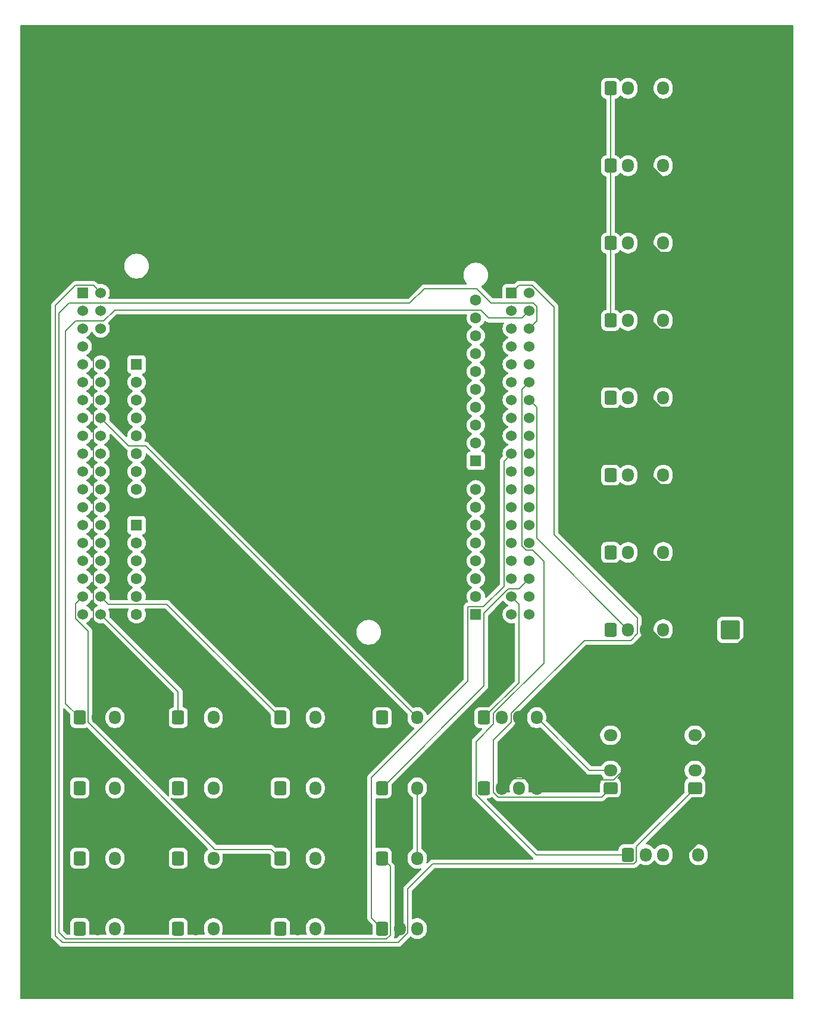
<source format=gbl>
G04 #@! TF.GenerationSoftware,KiCad,Pcbnew,8.0.8*
G04 #@! TF.CreationDate,2025-02-19T12:15:39-05:00*
G04 #@! TF.ProjectId,capstone_pcb,63617073-746f-46e6-955f-7063622e6b69,rev?*
G04 #@! TF.SameCoordinates,Original*
G04 #@! TF.FileFunction,Copper,L2,Bot*
G04 #@! TF.FilePolarity,Positive*
%FSLAX46Y46*%
G04 Gerber Fmt 4.6, Leading zero omitted, Abs format (unit mm)*
G04 Created by KiCad (PCBNEW 8.0.8) date 2025-02-19 12:15:39*
%MOMM*%
%LPD*%
G01*
G04 APERTURE LIST*
G04 Aperture macros list*
%AMRoundRect*
0 Rectangle with rounded corners*
0 $1 Rounding radius*
0 $2 $3 $4 $5 $6 $7 $8 $9 X,Y pos of 4 corners*
0 Add a 4 corners polygon primitive as box body*
4,1,4,$2,$3,$4,$5,$6,$7,$8,$9,$2,$3,0*
0 Add four circle primitives for the rounded corners*
1,1,$1+$1,$2,$3*
1,1,$1+$1,$4,$5*
1,1,$1+$1,$6,$7*
1,1,$1+$1,$8,$9*
0 Add four rect primitives between the rounded corners*
20,1,$1+$1,$2,$3,$4,$5,0*
20,1,$1+$1,$4,$5,$6,$7,0*
20,1,$1+$1,$6,$7,$8,$9,0*
20,1,$1+$1,$8,$9,$2,$3,0*%
G04 Aperture macros list end*
G04 #@! TA.AperFunction,ComponentPad*
%ADD10RoundRect,0.250000X-0.600000X-0.725000X0.600000X-0.725000X0.600000X0.725000X-0.600000X0.725000X0*%
G04 #@! TD*
G04 #@! TA.AperFunction,ComponentPad*
%ADD11O,1.700000X1.950000*%
G04 #@! TD*
G04 #@! TA.AperFunction,ComponentPad*
%ADD12RoundRect,0.250000X0.725000X-0.600000X0.725000X0.600000X-0.725000X0.600000X-0.725000X-0.600000X0*%
G04 #@! TD*
G04 #@! TA.AperFunction,ComponentPad*
%ADD13O,1.950000X1.700000*%
G04 #@! TD*
G04 #@! TA.AperFunction,ComponentPad*
%ADD14R,1.605000X1.605000*%
G04 #@! TD*
G04 #@! TA.AperFunction,ComponentPad*
%ADD15C,1.605000*%
G04 #@! TD*
G04 #@! TA.AperFunction,ComponentPad*
%ADD16R,1.530000X1.530000*%
G04 #@! TD*
G04 #@! TA.AperFunction,ComponentPad*
%ADD17C,1.530000*%
G04 #@! TD*
G04 #@! TA.AperFunction,ComponentPad*
%ADD18RoundRect,0.250001X-1.099999X-1.099999X1.099999X-1.099999X1.099999X1.099999X-1.099999X1.099999X0*%
G04 #@! TD*
G04 #@! TA.AperFunction,ComponentPad*
%ADD19C,2.700000*%
G04 #@! TD*
G04 #@! TA.AperFunction,Conductor*
%ADD20C,0.200000*%
G04 #@! TD*
G04 #@! TA.AperFunction,Conductor*
%ADD21C,1.500000*%
G04 #@! TD*
G04 #@! TA.AperFunction,Conductor*
%ADD22C,5.000000*%
G04 #@! TD*
G04 APERTURE END LIST*
D10*
X136000000Y-163000000D03*
D11*
X138500000Y-163000000D03*
X141000000Y-163000000D03*
D10*
X136000000Y-153000000D03*
D11*
X138500000Y-153000000D03*
X141000000Y-153000000D03*
D12*
X183000000Y-143000000D03*
D13*
X183000000Y-140500000D03*
X183000000Y-138000000D03*
X183000000Y-135500000D03*
X183000000Y-133000000D03*
D10*
X107500000Y-153000000D03*
D11*
X110000000Y-153000000D03*
X112500000Y-153000000D03*
D10*
X183000000Y-54500000D03*
D11*
X185500000Y-54500000D03*
X188000000Y-54500000D03*
X190500000Y-54500000D03*
D12*
X195000000Y-143000000D03*
D13*
X195000000Y-140500000D03*
X195000000Y-138000000D03*
X195000000Y-135500000D03*
X195000000Y-133000000D03*
D10*
X183000000Y-43500000D03*
D11*
X185500000Y-43500000D03*
X188000000Y-43500000D03*
X190500000Y-43500000D03*
D10*
X121500000Y-163000000D03*
D11*
X124000000Y-163000000D03*
X126500000Y-163000000D03*
D10*
X107500000Y-133000000D03*
D11*
X110000000Y-133000000D03*
X112500000Y-133000000D03*
D10*
X183000000Y-109500000D03*
D11*
X185500000Y-109500000D03*
X188000000Y-109500000D03*
X190500000Y-109500000D03*
D10*
X150500000Y-153000000D03*
D11*
X153000000Y-153000000D03*
X155500000Y-153000000D03*
D14*
X163830000Y-96470000D03*
D15*
X163830000Y-93930000D03*
X163830000Y-91390000D03*
X163830000Y-88850000D03*
X163830000Y-86310000D03*
X163830000Y-83770000D03*
X163830000Y-81230000D03*
X163830000Y-78690000D03*
X163830000Y-76150000D03*
X163830000Y-73610000D03*
D14*
X115570000Y-82750000D03*
D15*
X115570000Y-85290000D03*
X115570000Y-87830000D03*
X115570000Y-90370000D03*
X115570000Y-92910000D03*
X115570000Y-95450000D03*
X115570000Y-97990000D03*
X115570000Y-100530000D03*
D16*
X107950000Y-72590000D03*
D17*
X110490000Y-72590000D03*
X107950000Y-75130000D03*
X110490000Y-75130000D03*
X107950000Y-77670000D03*
X110490000Y-77670000D03*
X107950000Y-80210000D03*
X110490000Y-80210000D03*
X107950000Y-82750000D03*
X110490000Y-82750000D03*
X107950000Y-85290000D03*
X110490000Y-85290000D03*
X107950000Y-87830000D03*
X110490000Y-87830000D03*
X107950000Y-90370000D03*
X110490000Y-90370000D03*
X107950000Y-92910000D03*
X110490000Y-92910000D03*
X107950000Y-95450000D03*
X110490000Y-95450000D03*
X107950000Y-97990000D03*
X110490000Y-97990000D03*
X107950000Y-100530000D03*
X110490000Y-100530000D03*
X107950000Y-103070000D03*
X110490000Y-103070000D03*
X107950000Y-105610000D03*
X110490000Y-105610000D03*
X107950000Y-108150000D03*
X110490000Y-108150000D03*
X107950000Y-110690000D03*
X110490000Y-110690000D03*
X107950000Y-113230000D03*
X110490000Y-113230000D03*
X107950000Y-115770000D03*
X110490000Y-115770000D03*
X107950000Y-118310000D03*
X110490000Y-118310000D03*
D14*
X115570000Y-105610000D03*
D15*
X115570000Y-108150000D03*
X115570000Y-110690000D03*
X115570000Y-113230000D03*
X115570000Y-115770000D03*
X115570000Y-118310000D03*
D14*
X163830000Y-118310000D03*
D15*
X163830000Y-115770000D03*
X163830000Y-113230000D03*
X163830000Y-110690000D03*
X163830000Y-108150000D03*
X163830000Y-105610000D03*
X163830000Y-103070000D03*
X163830000Y-100530000D03*
D16*
X168910000Y-72590000D03*
D17*
X171450000Y-72590000D03*
X168910000Y-75130000D03*
X171450000Y-75130000D03*
X168910000Y-77670000D03*
X171450000Y-77670000D03*
X168910000Y-80210000D03*
X171450000Y-80210000D03*
X168910000Y-82750000D03*
X171450000Y-82750000D03*
X168910000Y-85290000D03*
X171450000Y-85290000D03*
X168910000Y-87830000D03*
X171450000Y-87830000D03*
X168910000Y-90370000D03*
X171450000Y-90370000D03*
X168910000Y-92910000D03*
X171450000Y-92910000D03*
X168910000Y-95450000D03*
X171450000Y-95450000D03*
X168910000Y-97990000D03*
X171450000Y-97990000D03*
X168910000Y-100530000D03*
X171450000Y-100530000D03*
X168910000Y-103070000D03*
X171450000Y-103070000D03*
X168910000Y-105610000D03*
X171450000Y-105610000D03*
X168910000Y-108150000D03*
X171450000Y-108150000D03*
X168910000Y-110690000D03*
X171450000Y-110690000D03*
X168910000Y-113230000D03*
X171450000Y-113230000D03*
X168910000Y-115770000D03*
X171450000Y-115770000D03*
X168910000Y-118310000D03*
X171450000Y-118310000D03*
D18*
X200040000Y-120500000D03*
D19*
X204000000Y-120500000D03*
D10*
X150500000Y-133000000D03*
D11*
X153000000Y-133000000D03*
X155500000Y-133000000D03*
D10*
X121500000Y-153000000D03*
D11*
X124000000Y-153000000D03*
X126500000Y-153000000D03*
D10*
X183000000Y-87500000D03*
D11*
X185500000Y-87500000D03*
X188000000Y-87500000D03*
X190500000Y-87500000D03*
D10*
X150500000Y-143000000D03*
D11*
X153000000Y-143000000D03*
X155500000Y-143000000D03*
D10*
X165000000Y-133000000D03*
D11*
X167500000Y-133000000D03*
X170000000Y-133000000D03*
X172500000Y-133000000D03*
D10*
X121500000Y-143000000D03*
D11*
X124000000Y-143000000D03*
X126500000Y-143000000D03*
D10*
X183000000Y-76500000D03*
D11*
X185500000Y-76500000D03*
X188000000Y-76500000D03*
X190500000Y-76500000D03*
D10*
X150500000Y-163000000D03*
D11*
X153000000Y-163000000D03*
X155500000Y-163000000D03*
D10*
X183000000Y-65500000D03*
D11*
X185500000Y-65500000D03*
X188000000Y-65500000D03*
X190500000Y-65500000D03*
D10*
X183000000Y-120500000D03*
D11*
X185500000Y-120500000D03*
X188000000Y-120500000D03*
X190500000Y-120500000D03*
D10*
X165000000Y-143000000D03*
D11*
X167500000Y-143000000D03*
X170000000Y-143000000D03*
X172500000Y-143000000D03*
D10*
X107500000Y-143000000D03*
D11*
X110000000Y-143000000D03*
X112500000Y-143000000D03*
D10*
X185500000Y-152500000D03*
D11*
X188000000Y-152500000D03*
X190500000Y-152500000D03*
X193000000Y-152500000D03*
X195500000Y-152500000D03*
D10*
X136000000Y-133000000D03*
D11*
X138500000Y-133000000D03*
X141000000Y-133000000D03*
D10*
X136000000Y-143000000D03*
D11*
X138500000Y-143000000D03*
X141000000Y-143000000D03*
D10*
X121500000Y-133000000D03*
D11*
X124000000Y-133000000D03*
X126500000Y-133000000D03*
D10*
X107500000Y-163000000D03*
D11*
X110000000Y-163000000D03*
X112500000Y-163000000D03*
D10*
X183000000Y-98500000D03*
D11*
X185500000Y-98500000D03*
X188000000Y-98500000D03*
X190500000Y-98500000D03*
D20*
X183000000Y-43500000D02*
X183000000Y-76500000D01*
X109425000Y-132425000D02*
X109425000Y-81275000D01*
D21*
X183000000Y-138000000D02*
X186500000Y-138000000D01*
X189829416Y-67500000D02*
X200000000Y-67500000D01*
X189829416Y-100500000D02*
X200000000Y-100500000D01*
X189754416Y-78425000D02*
X199575000Y-78425000D01*
X188000000Y-44000000D02*
X188000000Y-43500000D01*
X186500000Y-138000000D02*
X204000000Y-120500000D01*
X200000000Y-52000000D02*
X196000000Y-52000000D01*
X188000000Y-65670584D02*
X189829416Y-67500000D01*
X191500000Y-133000000D02*
X204000000Y-120500000D01*
X192000000Y-122500000D02*
X200000000Y-114500000D01*
D22*
X200000000Y-78000000D02*
X200000000Y-89500000D01*
D20*
X170000000Y-133000000D02*
X170000000Y-140109744D01*
D21*
X188000000Y-76670584D02*
X189754416Y-78425000D01*
X191329416Y-58000000D02*
X188000000Y-54670584D01*
X200000000Y-58000000D02*
X191329416Y-58000000D01*
D20*
X167500000Y-143000000D02*
X168775000Y-141725000D01*
D21*
X189754416Y-111425000D02*
X199575000Y-111425000D01*
X193000000Y-152329416D02*
X204000000Y-141329416D01*
X196000000Y-52000000D02*
X188000000Y-44000000D01*
D20*
X172500000Y-143000000D02*
X173650000Y-141850000D01*
D22*
X200000000Y-100500000D02*
X200000000Y-111000000D01*
D20*
X168775000Y-141725000D02*
X171225000Y-141725000D01*
D21*
X204000000Y-118500000D02*
X200000000Y-114500000D01*
X199575000Y-111425000D02*
X200000000Y-111000000D01*
D22*
X200000000Y-67500000D02*
X200000000Y-78000000D01*
D20*
X184500000Y-139500000D02*
X183000000Y-138000000D01*
D21*
X195125000Y-133000000D02*
X204000000Y-124125000D01*
X188000000Y-98670584D02*
X189829416Y-100500000D01*
D22*
X200000000Y-52000000D02*
X200000000Y-58000000D01*
D20*
X173650000Y-141850000D02*
X183401346Y-141850000D01*
D21*
X204000000Y-129170584D02*
X204000000Y-120500000D01*
X188000000Y-109670584D02*
X189754416Y-111425000D01*
X183000000Y-133000000D02*
X191500000Y-133000000D01*
X189829416Y-122500000D02*
X192000000Y-122500000D01*
X189829416Y-89500000D02*
X200000000Y-89500000D01*
D20*
X184500000Y-140751346D02*
X184500000Y-139500000D01*
D21*
X199575000Y-78425000D02*
X200000000Y-78000000D01*
D20*
X183401346Y-141850000D02*
X184500000Y-140751346D01*
X170000000Y-140109744D02*
X167500000Y-142609744D01*
D21*
X188000000Y-120670584D02*
X189829416Y-122500000D01*
X204000000Y-120500000D02*
X204000000Y-118500000D01*
X204000000Y-141329416D02*
X204000000Y-120500000D01*
D22*
X200000000Y-89500000D02*
X200000000Y-100500000D01*
D21*
X188000000Y-87670584D02*
X189829416Y-89500000D01*
X195170584Y-138000000D02*
X204000000Y-129170584D01*
D22*
X200000000Y-58000000D02*
X200000000Y-67500000D01*
D20*
X109425000Y-81275000D02*
X110490000Y-80210000D01*
X171225000Y-141725000D02*
X172500000Y-143000000D01*
D21*
X204000000Y-124125000D02*
X204000000Y-120500000D01*
D22*
X200000000Y-111000000D02*
X200000000Y-114500000D01*
D20*
X185500000Y-120500000D02*
X172515000Y-107515000D01*
X172515000Y-88895000D02*
X171450000Y-87830000D01*
X172515000Y-107515000D02*
X172515000Y-88895000D01*
X116847500Y-94347500D02*
X114467500Y-94347500D01*
X155500000Y-133000000D02*
X116847500Y-94347500D01*
X114467500Y-94347500D02*
X110490000Y-90370000D01*
X155500000Y-143000000D02*
X155500000Y-153000000D01*
X165695000Y-76195000D02*
X164547500Y-75047500D01*
X170385000Y-76195000D02*
X165695000Y-76195000D01*
X105500000Y-78000000D02*
X105500000Y-131000000D01*
X164547500Y-75047500D02*
X112452500Y-75047500D01*
X110895000Y-76605000D02*
X106895000Y-76605000D01*
X105500000Y-131000000D02*
X107500000Y-133000000D01*
X112452500Y-75047500D02*
X110895000Y-76605000D01*
X106895000Y-76605000D02*
X105500000Y-78000000D01*
X171450000Y-75130000D02*
X170385000Y-76195000D01*
X121500000Y-133000000D02*
X121500000Y-129320000D01*
X121500000Y-129320000D02*
X110490000Y-118310000D01*
X119872500Y-116872500D02*
X111592500Y-116872500D01*
X111592500Y-116872500D02*
X110490000Y-115770000D01*
X136000000Y-133000000D02*
X119872500Y-116872500D01*
X106885000Y-116835000D02*
X107950000Y-115770000D01*
X108650000Y-120650000D02*
X106885000Y-118885000D01*
X106885000Y-118885000D02*
X106885000Y-116835000D01*
X134725000Y-151725000D02*
X126725000Y-151725000D01*
X126725000Y-151725000D02*
X108650000Y-133650000D01*
X136000000Y-153000000D02*
X134725000Y-151725000D01*
X108650000Y-133650000D02*
X108650000Y-120650000D01*
X168468862Y-114705000D02*
X165000000Y-118173862D01*
X165000000Y-118173862D02*
X165000000Y-128500000D01*
X169975000Y-114705000D02*
X168468862Y-114705000D01*
X171450000Y-113230000D02*
X169975000Y-114705000D01*
X165000000Y-128500000D02*
X150500000Y-143000000D01*
X172515000Y-76605000D02*
X172515000Y-74515000D01*
X172000000Y-74000000D02*
X166000000Y-74000000D01*
X156500000Y-72000000D02*
X154435000Y-74065000D01*
X104500000Y-163500000D02*
X105500000Y-164500000D01*
X171450000Y-77670000D02*
X172515000Y-76605000D01*
X164000000Y-72000000D02*
X156500000Y-72000000D01*
X151109744Y-164500000D02*
X151650000Y-163959744D01*
X151650000Y-154150000D02*
X150500000Y-153000000D01*
X104500000Y-75500000D02*
X104500000Y-163500000D01*
X105935000Y-74065000D02*
X104500000Y-75500000D01*
X151650000Y-163959744D02*
X151650000Y-154150000D01*
X166000000Y-74000000D02*
X164000000Y-72000000D01*
X105500000Y-164500000D02*
X151109744Y-164500000D01*
X154435000Y-74065000D02*
X105935000Y-74065000D01*
X172515000Y-74515000D02*
X172000000Y-74000000D01*
X149000000Y-141500000D02*
X149000000Y-161500000D01*
X162727500Y-117207500D02*
X162727500Y-127772500D01*
X162727500Y-127772500D02*
X149000000Y-141500000D01*
X149000000Y-161500000D02*
X150500000Y-163000000D01*
X168910000Y-95450000D02*
X167835000Y-96525000D01*
X167835000Y-96525000D02*
X167835000Y-114305000D01*
X164932500Y-117207500D02*
X162727500Y-117207500D01*
X167835000Y-114305000D02*
X164932500Y-117207500D01*
X172390256Y-152500000D02*
X163850000Y-143959744D01*
X163850000Y-136401346D02*
X166350000Y-133901346D01*
X163850000Y-143959744D02*
X163850000Y-136401346D01*
X173500000Y-125248654D02*
X173500000Y-110823862D01*
X173500000Y-110823862D02*
X171891138Y-109215000D01*
X171008862Y-109215000D02*
X170385000Y-108591138D01*
X166350000Y-133901346D02*
X166350000Y-132398654D01*
X185500000Y-152500000D02*
X172390256Y-152500000D01*
X170385000Y-86355000D02*
X171450000Y-85290000D01*
X166350000Y-132398654D02*
X173500000Y-125248654D01*
X171891138Y-109215000D02*
X171008862Y-109215000D01*
X170385000Y-108591138D02*
X170385000Y-86355000D01*
X175000000Y-107000000D02*
X175000000Y-74633862D01*
X166350000Y-143601346D02*
X166350000Y-136150000D01*
X183000000Y-143000000D02*
X181725000Y-144275000D01*
X185850000Y-122000000D02*
X186850000Y-121000000D01*
X167023654Y-144275000D02*
X166350000Y-143601346D01*
X166350000Y-136150000D02*
X168850000Y-133650000D01*
X186850000Y-118850000D02*
X175000000Y-107000000D01*
X168850000Y-133650000D02*
X168850000Y-132398654D01*
X168850000Y-132398654D02*
X179248654Y-122000000D01*
X181725000Y-144275000D02*
X167023654Y-144275000D01*
X179248654Y-122000000D02*
X185850000Y-122000000D01*
X170000000Y-71500000D02*
X168910000Y-72590000D01*
X171866138Y-71500000D02*
X170000000Y-71500000D01*
X186850000Y-121000000D02*
X186850000Y-118850000D01*
X175000000Y-74633862D02*
X171866138Y-71500000D01*
X183000000Y-140500000D02*
X180000000Y-140500000D01*
X180000000Y-140500000D02*
X172500000Y-133000000D01*
X152751346Y-165000000D02*
X105000000Y-165000000D01*
X186650000Y-151350000D02*
X186650000Y-153459744D01*
X186650000Y-153459744D02*
X186334744Y-153775000D01*
X109425000Y-71525000D02*
X110490000Y-72590000D01*
X106885000Y-71525000D02*
X109425000Y-71525000D01*
X105000000Y-165000000D02*
X104000000Y-164000000D01*
X157725000Y-153775000D02*
X154150000Y-157350000D01*
X104000000Y-74410000D02*
X106885000Y-71525000D01*
X154150000Y-157350000D02*
X154150000Y-163601346D01*
X195000000Y-143000000D02*
X186650000Y-151350000D01*
X186334744Y-153775000D02*
X157725000Y-153775000D01*
X104000000Y-164000000D02*
X104000000Y-74410000D01*
X154150000Y-163601346D02*
X152751346Y-165000000D01*
X169985000Y-128015000D02*
X169985000Y-116845000D01*
X165000000Y-133000000D02*
X169985000Y-128015000D01*
X169985000Y-116845000D02*
X168910000Y-115770000D01*
G04 #@! TA.AperFunction,Conductor*
G36*
X167757335Y-116368275D02*
G01*
X167813268Y-116410147D01*
X167815573Y-116413330D01*
X167936868Y-116586555D01*
X168093445Y-116743132D01*
X168274833Y-116870142D01*
X168336828Y-116899050D01*
X168398091Y-116927618D01*
X168450531Y-116973790D01*
X168469683Y-117040983D01*
X168449467Y-117107865D01*
X168398091Y-117152382D01*
X168274836Y-117209856D01*
X168274834Y-117209857D01*
X168093444Y-117336868D01*
X167936868Y-117493444D01*
X167809857Y-117674834D01*
X167809856Y-117674836D01*
X167716279Y-117875513D01*
X167716275Y-117875524D01*
X167658965Y-118089407D01*
X167658964Y-118089414D01*
X167639666Y-118309998D01*
X167639666Y-118310001D01*
X167658964Y-118530585D01*
X167658965Y-118530592D01*
X167716275Y-118744475D01*
X167716279Y-118744486D01*
X167802346Y-118929058D01*
X167809858Y-118945167D01*
X167936868Y-119126555D01*
X168093445Y-119283132D01*
X168274833Y-119410142D01*
X168372465Y-119455668D01*
X168475513Y-119503720D01*
X168475515Y-119503720D01*
X168475520Y-119503723D01*
X168689409Y-119561035D01*
X168846974Y-119574820D01*
X168909998Y-119580334D01*
X168910000Y-119580334D01*
X168910002Y-119580334D01*
X168965147Y-119575509D01*
X169130591Y-119561035D01*
X169228406Y-119534825D01*
X169298255Y-119536487D01*
X169356118Y-119575648D01*
X169383623Y-119639877D01*
X169384500Y-119654599D01*
X169384500Y-127714902D01*
X169364815Y-127781941D01*
X169348181Y-127802583D01*
X165662582Y-131488181D01*
X165601259Y-131521666D01*
X165574901Y-131524500D01*
X164349998Y-131524500D01*
X164349981Y-131524501D01*
X164247203Y-131535000D01*
X164247200Y-131535001D01*
X164080668Y-131590185D01*
X164080663Y-131590187D01*
X163931342Y-131682289D01*
X163807289Y-131806342D01*
X163715187Y-131955663D01*
X163715186Y-131955666D01*
X163660001Y-132122203D01*
X163660001Y-132122204D01*
X163660000Y-132122204D01*
X163649500Y-132224983D01*
X163649500Y-133775001D01*
X163649501Y-133775018D01*
X163660000Y-133877796D01*
X163660001Y-133877799D01*
X163661322Y-133881785D01*
X163715186Y-134044334D01*
X163807288Y-134193656D01*
X163931344Y-134317712D01*
X164080666Y-134409814D01*
X164247203Y-134464999D01*
X164349991Y-134475500D01*
X164627249Y-134475499D01*
X164694287Y-134495183D01*
X164740042Y-134547987D01*
X164749986Y-134617146D01*
X164720961Y-134680701D01*
X164714929Y-134687180D01*
X163481286Y-135920824D01*
X163369481Y-136032628D01*
X163369479Y-136032631D01*
X163319361Y-136119440D01*
X163319359Y-136119442D01*
X163290425Y-136169555D01*
X163290424Y-136169556D01*
X163290423Y-136169561D01*
X163249499Y-136322289D01*
X163249499Y-136322291D01*
X163249499Y-136490392D01*
X163249500Y-136490405D01*
X163249500Y-143873074D01*
X163249499Y-143873092D01*
X163249499Y-144038798D01*
X163249498Y-144038798D01*
X163250982Y-144044336D01*
X163289949Y-144189761D01*
X163290423Y-144191528D01*
X163290424Y-144191531D01*
X163296381Y-144201848D01*
X163296382Y-144201850D01*
X163369477Y-144328456D01*
X163369481Y-144328461D01*
X163488349Y-144447329D01*
X163488355Y-144447334D01*
X171905395Y-152864374D01*
X171905405Y-152864385D01*
X171909735Y-152868715D01*
X171909736Y-152868716D01*
X172003840Y-152962820D01*
X172037324Y-153024141D01*
X172032340Y-153093833D01*
X171990469Y-153149767D01*
X171925005Y-153174184D01*
X171916158Y-153174500D01*
X157645940Y-153174500D01*
X157605019Y-153185464D01*
X157605019Y-153185465D01*
X157567751Y-153195451D01*
X157493214Y-153215423D01*
X157493209Y-153215426D01*
X157356290Y-153294475D01*
X157356282Y-153294481D01*
X157244478Y-153406286D01*
X156993659Y-153657104D01*
X156932336Y-153690589D01*
X156862644Y-153685605D01*
X156806711Y-153643733D01*
X156782294Y-153578269D01*
X156788046Y-153531110D01*
X156817246Y-153441243D01*
X156850500Y-153231287D01*
X156850500Y-152768713D01*
X156817246Y-152558757D01*
X156751557Y-152356588D01*
X156655051Y-152167184D01*
X156655049Y-152167181D01*
X156655048Y-152167179D01*
X156530109Y-151995213D01*
X156379786Y-151844890D01*
X156207815Y-151719948D01*
X156207814Y-151719947D01*
X156168205Y-151699765D01*
X156117409Y-151651791D01*
X156100500Y-151589281D01*
X156100500Y-144410718D01*
X156120185Y-144343679D01*
X156168207Y-144300233D01*
X156207815Y-144280052D01*
X156207815Y-144280051D01*
X156207816Y-144280051D01*
X156326728Y-144193657D01*
X156379786Y-144155109D01*
X156379788Y-144155106D01*
X156379792Y-144155104D01*
X156530104Y-144004792D01*
X156530106Y-144004788D01*
X156530109Y-144004786D01*
X156655048Y-143832820D01*
X156655047Y-143832820D01*
X156655051Y-143832816D01*
X156751557Y-143643412D01*
X156817246Y-143441243D01*
X156850500Y-143231287D01*
X156850500Y-142768713D01*
X156817246Y-142558757D01*
X156751557Y-142356588D01*
X156655051Y-142167184D01*
X156655049Y-142167181D01*
X156655048Y-142167179D01*
X156530109Y-141995213D01*
X156379786Y-141844890D01*
X156207820Y-141719951D01*
X156018414Y-141623444D01*
X156018413Y-141623443D01*
X156018412Y-141623443D01*
X155816243Y-141557754D01*
X155816241Y-141557753D01*
X155816240Y-141557753D01*
X155641669Y-141530104D01*
X155606287Y-141524500D01*
X155393713Y-141524500D01*
X155358331Y-141530104D01*
X155183760Y-141557753D01*
X154981585Y-141623444D01*
X154792179Y-141719951D01*
X154620213Y-141844890D01*
X154469890Y-141995213D01*
X154344951Y-142167179D01*
X154248444Y-142356585D01*
X154182753Y-142558760D01*
X154149500Y-142768713D01*
X154149500Y-143231286D01*
X154164755Y-143327606D01*
X154182754Y-143441243D01*
X154247937Y-143641856D01*
X154248444Y-143643414D01*
X154344951Y-143832820D01*
X154469890Y-144004786D01*
X154620213Y-144155109D01*
X154792184Y-144280051D01*
X154792184Y-144280052D01*
X154831793Y-144300233D01*
X154882590Y-144348206D01*
X154899500Y-144410718D01*
X154899500Y-151589281D01*
X154879815Y-151656320D01*
X154831795Y-151699765D01*
X154792185Y-151719947D01*
X154792184Y-151719948D01*
X154620213Y-151844890D01*
X154469890Y-151995213D01*
X154344951Y-152167179D01*
X154248444Y-152356585D01*
X154182753Y-152558760D01*
X154155428Y-152731286D01*
X154149500Y-152768713D01*
X154149500Y-153231287D01*
X154182754Y-153441243D01*
X154203402Y-153504792D01*
X154248444Y-153643414D01*
X154344951Y-153832820D01*
X154469890Y-154004786D01*
X154620213Y-154155109D01*
X154792179Y-154280048D01*
X154792181Y-154280049D01*
X154792184Y-154280051D01*
X154981588Y-154376557D01*
X155183757Y-154442246D01*
X155393713Y-154475500D01*
X155393714Y-154475500D01*
X155606286Y-154475500D01*
X155606287Y-154475500D01*
X155816243Y-154442246D01*
X155906108Y-154413046D01*
X155975945Y-154411052D01*
X156035778Y-154447132D01*
X156066607Y-154509832D01*
X156058643Y-154579247D01*
X156032104Y-154618659D01*
X153781286Y-156869478D01*
X153669481Y-156981282D01*
X153669479Y-156981285D01*
X153619361Y-157068094D01*
X153619359Y-157068096D01*
X153590425Y-157118209D01*
X153590424Y-157118210D01*
X153590423Y-157118215D01*
X153549499Y-157270943D01*
X153549499Y-157270945D01*
X153549499Y-157439046D01*
X153549500Y-157439059D01*
X153549500Y-163301249D01*
X153529815Y-163368288D01*
X153513181Y-163388930D01*
X152538930Y-164363181D01*
X152477607Y-164396666D01*
X152451249Y-164399500D01*
X152304279Y-164399500D01*
X152237240Y-164379815D01*
X152191485Y-164327011D01*
X152181541Y-164257853D01*
X152196891Y-164213501D01*
X152209576Y-164191529D01*
X152209577Y-164191528D01*
X152244933Y-164059577D01*
X152250500Y-164038802D01*
X152250500Y-163880687D01*
X152250500Y-154239060D01*
X152250501Y-154239047D01*
X152250501Y-154070944D01*
X152250501Y-154070943D01*
X152209577Y-153918216D01*
X152209573Y-153918209D01*
X152130524Y-153781290D01*
X152130518Y-153781282D01*
X151886818Y-153537582D01*
X151853333Y-153476259D01*
X151850499Y-153449901D01*
X151850499Y-152224998D01*
X151850498Y-152224981D01*
X151839999Y-152122203D01*
X151839998Y-152122200D01*
X151818975Y-152058757D01*
X151784814Y-151955666D01*
X151692712Y-151806344D01*
X151568656Y-151682288D01*
X151419334Y-151590186D01*
X151252797Y-151535001D01*
X151252795Y-151535000D01*
X151150010Y-151524500D01*
X149849998Y-151524500D01*
X149849981Y-151524501D01*
X149740468Y-151535689D01*
X149740249Y-151533545D01*
X149680756Y-151529079D01*
X149624971Y-151487010D01*
X149600785Y-151421460D01*
X149600500Y-151413051D01*
X149600500Y-144586948D01*
X149620185Y-144519909D01*
X149672989Y-144474154D01*
X149740453Y-144464453D01*
X149740468Y-144464311D01*
X149741038Y-144464369D01*
X149742147Y-144464210D01*
X149745701Y-144464845D01*
X149747200Y-144464998D01*
X149747203Y-144464999D01*
X149849991Y-144475500D01*
X151150008Y-144475499D01*
X151252797Y-144464999D01*
X151419334Y-144409814D01*
X151568656Y-144317712D01*
X151692712Y-144193656D01*
X151784814Y-144044334D01*
X151839999Y-143877797D01*
X151850500Y-143775009D01*
X151850499Y-142550095D01*
X151870184Y-142483057D01*
X151886813Y-142462420D01*
X165480520Y-128868716D01*
X165559577Y-128731784D01*
X165600501Y-128579057D01*
X165600501Y-128420942D01*
X165600501Y-128413347D01*
X165600500Y-128413329D01*
X165600500Y-118473959D01*
X165620185Y-118406920D01*
X165636819Y-118386278D01*
X166575996Y-117447101D01*
X167626322Y-116396774D01*
X167687643Y-116363291D01*
X167757335Y-116368275D01*
G37*
G04 #@! TD.AperFunction*
G04 #@! TA.AperFunction,Conductor*
G36*
X111945971Y-92677408D02*
G01*
X111960926Y-92690161D01*
X113982639Y-94711874D01*
X113982649Y-94711885D01*
X113986979Y-94716215D01*
X113986980Y-94716216D01*
X114098784Y-94828020D01*
X114098786Y-94828021D01*
X114098790Y-94828024D01*
X114235709Y-94907073D01*
X114235716Y-94907077D01*
X114237970Y-94907681D01*
X114239657Y-94908709D01*
X114243223Y-94910186D01*
X114242992Y-94910741D01*
X114297630Y-94944040D01*
X114328163Y-95006885D01*
X114325656Y-95059549D01*
X114281895Y-95222866D01*
X114281893Y-95222877D01*
X114262023Y-95449998D01*
X114262023Y-95450001D01*
X114281893Y-95677122D01*
X114281894Y-95677129D01*
X114340902Y-95897349D01*
X114340903Y-95897351D01*
X114340904Y-95897354D01*
X114346553Y-95909468D01*
X114437259Y-96103989D01*
X114437261Y-96103993D01*
X114568027Y-96290746D01*
X114568032Y-96290752D01*
X114729247Y-96451967D01*
X114729253Y-96451972D01*
X114916006Y-96582738D01*
X114916008Y-96582739D01*
X114916011Y-96582741D01*
X114960688Y-96603574D01*
X114969360Y-96607618D01*
X115021800Y-96653790D01*
X115040952Y-96720983D01*
X115020737Y-96787865D01*
X114969361Y-96832382D01*
X114916013Y-96857258D01*
X114916011Y-96857259D01*
X114729246Y-96988032D01*
X114568032Y-97149246D01*
X114437259Y-97336011D01*
X114437258Y-97336013D01*
X114340905Y-97542642D01*
X114281894Y-97762870D01*
X114281893Y-97762877D01*
X114262023Y-97989998D01*
X114262023Y-97990001D01*
X114281893Y-98217122D01*
X114281894Y-98217129D01*
X114340902Y-98437349D01*
X114340903Y-98437351D01*
X114340904Y-98437354D01*
X114346553Y-98449468D01*
X114437259Y-98643989D01*
X114437261Y-98643993D01*
X114568027Y-98830746D01*
X114568032Y-98830752D01*
X114729247Y-98991967D01*
X114729253Y-98991972D01*
X114916006Y-99122738D01*
X114916008Y-99122739D01*
X114916011Y-99122741D01*
X114960340Y-99143412D01*
X114969360Y-99147618D01*
X115021800Y-99193790D01*
X115040952Y-99260983D01*
X115020737Y-99327865D01*
X114969361Y-99372382D01*
X114916013Y-99397258D01*
X114916011Y-99397259D01*
X114729246Y-99528032D01*
X114568032Y-99689246D01*
X114437259Y-99876011D01*
X114437258Y-99876013D01*
X114340905Y-100082642D01*
X114281894Y-100302870D01*
X114281893Y-100302877D01*
X114262023Y-100529998D01*
X114262023Y-100530001D01*
X114281893Y-100757122D01*
X114281894Y-100757129D01*
X114340902Y-100977349D01*
X114340903Y-100977351D01*
X114340904Y-100977354D01*
X114346553Y-100989468D01*
X114437259Y-101183989D01*
X114437261Y-101183993D01*
X114568027Y-101370746D01*
X114568032Y-101370752D01*
X114729247Y-101531967D01*
X114729253Y-101531972D01*
X114916006Y-101662738D01*
X114916008Y-101662739D01*
X114916011Y-101662741D01*
X115122646Y-101759096D01*
X115342872Y-101818106D01*
X115505106Y-101832299D01*
X115569998Y-101837977D01*
X115570000Y-101837977D01*
X115570002Y-101837977D01*
X115626782Y-101833009D01*
X115797128Y-101818106D01*
X116017354Y-101759096D01*
X116223989Y-101662741D01*
X116410751Y-101531969D01*
X116571969Y-101370751D01*
X116702741Y-101183989D01*
X116799096Y-100977354D01*
X116858106Y-100757128D01*
X116877977Y-100530000D01*
X116858106Y-100302872D01*
X116799096Y-100082646D01*
X116702741Y-99876012D01*
X116588911Y-99713445D01*
X116571970Y-99689250D01*
X116497533Y-99614813D01*
X116410751Y-99528031D01*
X116410747Y-99528028D01*
X116410746Y-99528027D01*
X116223993Y-99397261D01*
X116223985Y-99397257D01*
X116170640Y-99372382D01*
X116118200Y-99326210D01*
X116099048Y-99259017D01*
X116119263Y-99192135D01*
X116170640Y-99147618D01*
X116179655Y-99143414D01*
X116223989Y-99122741D01*
X116410751Y-98991969D01*
X116571969Y-98830751D01*
X116702741Y-98643989D01*
X116799096Y-98437354D01*
X116858106Y-98217128D01*
X116877977Y-97990000D01*
X116858106Y-97762872D01*
X116799096Y-97542646D01*
X116702741Y-97336012D01*
X116588911Y-97173445D01*
X116571970Y-97149250D01*
X116497533Y-97074813D01*
X116410751Y-96988031D01*
X116410747Y-96988028D01*
X116410746Y-96988027D01*
X116223993Y-96857261D01*
X116223985Y-96857257D01*
X116170640Y-96832382D01*
X116118200Y-96786210D01*
X116099048Y-96719017D01*
X116119263Y-96652135D01*
X116170640Y-96607618D01*
X116178276Y-96604057D01*
X116223989Y-96582741D01*
X116410751Y-96451969D01*
X116571969Y-96290751D01*
X116702741Y-96103989D01*
X116799096Y-95897354D01*
X116858106Y-95677128D01*
X116872724Y-95510041D01*
X116898176Y-95444973D01*
X116954767Y-95403994D01*
X117024529Y-95400116D01*
X117083932Y-95433167D01*
X135655666Y-114004902D01*
X154141738Y-132490974D01*
X154175223Y-132552297D01*
X154176530Y-132598053D01*
X154167138Y-132657351D01*
X154149500Y-132768713D01*
X154149500Y-133231287D01*
X154182754Y-133441243D01*
X154224896Y-133570943D01*
X154248444Y-133643414D01*
X154344951Y-133832820D01*
X154469890Y-134004786D01*
X154620213Y-134155109D01*
X154792179Y-134280048D01*
X154792181Y-134280049D01*
X154792184Y-134280051D01*
X154981588Y-134376557D01*
X155009999Y-134385788D01*
X155067675Y-134425226D01*
X155094873Y-134489584D01*
X155082958Y-134558431D01*
X155059362Y-134591400D01*
X148631286Y-141019478D01*
X148519481Y-141131282D01*
X148519475Y-141131290D01*
X148475295Y-141207814D01*
X148475295Y-141207815D01*
X148440423Y-141268214D01*
X148440423Y-141268215D01*
X148399499Y-141420943D01*
X148399499Y-141420945D01*
X148399499Y-141589046D01*
X148399500Y-141589059D01*
X148399500Y-161413330D01*
X148399499Y-161413348D01*
X148399499Y-161579054D01*
X148399498Y-161579054D01*
X148440423Y-161731785D01*
X148469358Y-161781900D01*
X148469359Y-161781904D01*
X148469360Y-161781904D01*
X148519479Y-161868714D01*
X148519481Y-161868717D01*
X148638349Y-161987585D01*
X148638355Y-161987590D01*
X149113181Y-162462416D01*
X149146666Y-162523739D01*
X149149500Y-162550097D01*
X149149501Y-163775500D01*
X149129816Y-163842539D01*
X149077013Y-163888294D01*
X149025501Y-163899500D01*
X142323424Y-163899500D01*
X142256385Y-163879815D01*
X142210630Y-163827011D01*
X142200686Y-163757853D01*
X142212939Y-163719206D01*
X142251554Y-163643417D01*
X142251557Y-163643412D01*
X142317246Y-163441243D01*
X142350500Y-163231287D01*
X142350500Y-162768713D01*
X142317246Y-162558757D01*
X142251557Y-162356588D01*
X142155051Y-162167184D01*
X142155049Y-162167181D01*
X142155048Y-162167179D01*
X142030109Y-161995213D01*
X141879786Y-161844890D01*
X141707820Y-161719951D01*
X141518414Y-161623444D01*
X141518413Y-161623443D01*
X141518412Y-161623443D01*
X141316243Y-161557754D01*
X141316241Y-161557753D01*
X141316240Y-161557753D01*
X141154957Y-161532208D01*
X141106287Y-161524500D01*
X140893713Y-161524500D01*
X140845042Y-161532208D01*
X140683760Y-161557753D01*
X140481585Y-161623444D01*
X140292179Y-161719951D01*
X140120213Y-161844890D01*
X139969890Y-161995213D01*
X139844951Y-162167179D01*
X139748444Y-162356585D01*
X139682753Y-162558760D01*
X139649500Y-162768713D01*
X139649500Y-163231286D01*
X139682753Y-163441239D01*
X139748445Y-163643417D01*
X139787061Y-163719206D01*
X139799957Y-163787875D01*
X139773680Y-163852615D01*
X139716574Y-163892872D01*
X139676576Y-163899500D01*
X137474500Y-163899500D01*
X137407461Y-163879815D01*
X137361706Y-163827011D01*
X137350500Y-163775500D01*
X137350499Y-162224998D01*
X137350498Y-162224981D01*
X137339999Y-162122203D01*
X137339998Y-162122200D01*
X137284814Y-161955666D01*
X137192712Y-161806344D01*
X137068656Y-161682288D01*
X136919334Y-161590186D01*
X136752797Y-161535001D01*
X136752795Y-161535000D01*
X136650010Y-161524500D01*
X135349998Y-161524500D01*
X135349981Y-161524501D01*
X135247203Y-161535000D01*
X135247200Y-161535001D01*
X135080668Y-161590185D01*
X135080663Y-161590187D01*
X134931342Y-161682289D01*
X134807289Y-161806342D01*
X134715187Y-161955663D01*
X134715186Y-161955666D01*
X134660001Y-162122203D01*
X134660001Y-162122204D01*
X134660000Y-162122204D01*
X134649500Y-162224983D01*
X134649500Y-162224996D01*
X134649501Y-163775500D01*
X134629816Y-163842539D01*
X134577013Y-163888294D01*
X134525501Y-163899500D01*
X127823424Y-163899500D01*
X127756385Y-163879815D01*
X127710630Y-163827011D01*
X127700686Y-163757853D01*
X127712939Y-163719206D01*
X127751554Y-163643417D01*
X127751557Y-163643412D01*
X127817246Y-163441243D01*
X127850500Y-163231287D01*
X127850500Y-162768713D01*
X127817246Y-162558757D01*
X127751557Y-162356588D01*
X127655051Y-162167184D01*
X127655049Y-162167181D01*
X127655048Y-162167179D01*
X127530109Y-161995213D01*
X127379786Y-161844890D01*
X127207820Y-161719951D01*
X127018414Y-161623444D01*
X127018413Y-161623443D01*
X127018412Y-161623443D01*
X126816243Y-161557754D01*
X126816241Y-161557753D01*
X126816240Y-161557753D01*
X126654957Y-161532208D01*
X126606287Y-161524500D01*
X126393713Y-161524500D01*
X126345042Y-161532208D01*
X126183760Y-161557753D01*
X125981585Y-161623444D01*
X125792179Y-161719951D01*
X125620213Y-161844890D01*
X125469890Y-161995213D01*
X125344951Y-162167179D01*
X125248444Y-162356585D01*
X125182753Y-162558760D01*
X125149500Y-162768713D01*
X125149500Y-163231286D01*
X125182753Y-163441239D01*
X125248445Y-163643417D01*
X125287061Y-163719206D01*
X125299957Y-163787875D01*
X125273680Y-163852615D01*
X125216574Y-163892872D01*
X125176576Y-163899500D01*
X122974500Y-163899500D01*
X122907461Y-163879815D01*
X122861706Y-163827011D01*
X122850500Y-163775500D01*
X122850499Y-162224998D01*
X122850498Y-162224981D01*
X122839999Y-162122203D01*
X122839998Y-162122200D01*
X122784814Y-161955666D01*
X122692712Y-161806344D01*
X122568656Y-161682288D01*
X122419334Y-161590186D01*
X122252797Y-161535001D01*
X122252795Y-161535000D01*
X122150010Y-161524500D01*
X120849998Y-161524500D01*
X120849981Y-161524501D01*
X120747203Y-161535000D01*
X120747200Y-161535001D01*
X120580668Y-161590185D01*
X120580663Y-161590187D01*
X120431342Y-161682289D01*
X120307289Y-161806342D01*
X120215187Y-161955663D01*
X120215186Y-161955666D01*
X120160001Y-162122203D01*
X120160001Y-162122204D01*
X120160000Y-162122204D01*
X120149500Y-162224983D01*
X120149500Y-162224996D01*
X120149501Y-163775500D01*
X120129816Y-163842539D01*
X120077013Y-163888294D01*
X120025501Y-163899500D01*
X113823424Y-163899500D01*
X113756385Y-163879815D01*
X113710630Y-163827011D01*
X113700686Y-163757853D01*
X113712939Y-163719206D01*
X113751554Y-163643417D01*
X113751557Y-163643412D01*
X113817246Y-163441243D01*
X113850500Y-163231287D01*
X113850500Y-162768713D01*
X113817246Y-162558757D01*
X113751557Y-162356588D01*
X113655051Y-162167184D01*
X113655049Y-162167181D01*
X113655048Y-162167179D01*
X113530109Y-161995213D01*
X113379786Y-161844890D01*
X113207820Y-161719951D01*
X113018414Y-161623444D01*
X113018413Y-161623443D01*
X113018412Y-161623443D01*
X112816243Y-161557754D01*
X112816241Y-161557753D01*
X112816240Y-161557753D01*
X112654957Y-161532208D01*
X112606287Y-161524500D01*
X112393713Y-161524500D01*
X112345042Y-161532208D01*
X112183760Y-161557753D01*
X111981585Y-161623444D01*
X111792179Y-161719951D01*
X111620213Y-161844890D01*
X111469890Y-161995213D01*
X111344951Y-162167179D01*
X111248444Y-162356585D01*
X111182753Y-162558760D01*
X111149500Y-162768713D01*
X111149500Y-163231286D01*
X111182753Y-163441239D01*
X111248445Y-163643417D01*
X111287061Y-163719206D01*
X111299957Y-163787875D01*
X111273680Y-163852615D01*
X111216574Y-163892872D01*
X111176576Y-163899500D01*
X108974500Y-163899500D01*
X108907461Y-163879815D01*
X108861706Y-163827011D01*
X108850500Y-163775500D01*
X108850499Y-162224998D01*
X108850498Y-162224981D01*
X108839999Y-162122203D01*
X108839998Y-162122200D01*
X108784814Y-161955666D01*
X108692712Y-161806344D01*
X108568656Y-161682288D01*
X108419334Y-161590186D01*
X108252797Y-161535001D01*
X108252795Y-161535000D01*
X108150010Y-161524500D01*
X106849998Y-161524500D01*
X106849981Y-161524501D01*
X106747203Y-161535000D01*
X106747200Y-161535001D01*
X106580668Y-161590185D01*
X106580663Y-161590187D01*
X106431342Y-161682289D01*
X106307289Y-161806342D01*
X106215187Y-161955663D01*
X106215186Y-161955666D01*
X106160001Y-162122203D01*
X106160001Y-162122204D01*
X106160000Y-162122204D01*
X106149500Y-162224983D01*
X106149500Y-162224996D01*
X106149501Y-163775500D01*
X106129816Y-163842539D01*
X106077013Y-163888294D01*
X106025501Y-163899500D01*
X105800098Y-163899500D01*
X105733059Y-163879815D01*
X105712417Y-163863181D01*
X105136819Y-163287583D01*
X105103334Y-163226260D01*
X105100500Y-163199902D01*
X105100500Y-152224983D01*
X106149500Y-152224983D01*
X106149500Y-153775001D01*
X106149501Y-153775018D01*
X106160000Y-153877796D01*
X106160001Y-153877799D01*
X106202081Y-154004786D01*
X106215186Y-154044334D01*
X106307288Y-154193656D01*
X106431344Y-154317712D01*
X106580666Y-154409814D01*
X106747203Y-154464999D01*
X106849991Y-154475500D01*
X108150008Y-154475499D01*
X108252797Y-154464999D01*
X108419334Y-154409814D01*
X108568656Y-154317712D01*
X108692712Y-154193656D01*
X108784814Y-154044334D01*
X108839999Y-153877797D01*
X108850500Y-153775009D01*
X108850499Y-152768713D01*
X111149500Y-152768713D01*
X111149500Y-153231287D01*
X111182754Y-153441243D01*
X111203402Y-153504792D01*
X111248444Y-153643414D01*
X111344951Y-153832820D01*
X111469890Y-154004786D01*
X111620213Y-154155109D01*
X111792179Y-154280048D01*
X111792181Y-154280049D01*
X111792184Y-154280051D01*
X111981588Y-154376557D01*
X112183757Y-154442246D01*
X112393713Y-154475500D01*
X112393714Y-154475500D01*
X112606286Y-154475500D01*
X112606287Y-154475500D01*
X112816243Y-154442246D01*
X113018412Y-154376557D01*
X113207816Y-154280051D01*
X113277998Y-154229061D01*
X113379786Y-154155109D01*
X113379788Y-154155106D01*
X113379792Y-154155104D01*
X113530104Y-154004792D01*
X113530106Y-154004788D01*
X113530109Y-154004786D01*
X113655048Y-153832820D01*
X113655047Y-153832820D01*
X113655051Y-153832816D01*
X113751557Y-153643412D01*
X113817246Y-153441243D01*
X113850500Y-153231287D01*
X113850500Y-152768713D01*
X113817246Y-152558757D01*
X113751557Y-152356588D01*
X113684501Y-152224983D01*
X120149500Y-152224983D01*
X120149500Y-153775001D01*
X120149501Y-153775018D01*
X120160000Y-153877796D01*
X120160001Y-153877799D01*
X120202081Y-154004786D01*
X120215186Y-154044334D01*
X120307288Y-154193656D01*
X120431344Y-154317712D01*
X120580666Y-154409814D01*
X120747203Y-154464999D01*
X120849991Y-154475500D01*
X122150008Y-154475499D01*
X122252797Y-154464999D01*
X122419334Y-154409814D01*
X122568656Y-154317712D01*
X122692712Y-154193656D01*
X122784814Y-154044334D01*
X122839999Y-153877797D01*
X122850500Y-153775009D01*
X122850499Y-152224992D01*
X122839999Y-152122203D01*
X122784814Y-151955666D01*
X122692712Y-151806344D01*
X122568656Y-151682288D01*
X122419334Y-151590186D01*
X122252797Y-151535001D01*
X122252795Y-151535000D01*
X122150010Y-151524500D01*
X120849998Y-151524500D01*
X120849981Y-151524501D01*
X120747203Y-151535000D01*
X120747200Y-151535001D01*
X120580668Y-151590185D01*
X120580663Y-151590187D01*
X120431342Y-151682289D01*
X120307289Y-151806342D01*
X120215187Y-151955663D01*
X120215186Y-151955666D01*
X120160001Y-152122203D01*
X120160001Y-152122204D01*
X120160000Y-152122204D01*
X120149500Y-152224983D01*
X113684501Y-152224983D01*
X113655051Y-152167184D01*
X113655049Y-152167181D01*
X113655048Y-152167179D01*
X113530109Y-151995213D01*
X113379786Y-151844890D01*
X113207820Y-151719951D01*
X113018414Y-151623444D01*
X113018413Y-151623443D01*
X113018412Y-151623443D01*
X112816243Y-151557754D01*
X112816241Y-151557753D01*
X112816240Y-151557753D01*
X112635197Y-151529079D01*
X112606287Y-151524500D01*
X112393713Y-151524500D01*
X112364803Y-151529079D01*
X112183760Y-151557753D01*
X111981585Y-151623444D01*
X111792179Y-151719951D01*
X111620213Y-151844890D01*
X111469890Y-151995213D01*
X111344951Y-152167179D01*
X111248444Y-152356585D01*
X111182753Y-152558760D01*
X111155428Y-152731286D01*
X111149500Y-152768713D01*
X108850499Y-152768713D01*
X108850499Y-152224992D01*
X108839999Y-152122203D01*
X108784814Y-151955666D01*
X108692712Y-151806344D01*
X108568656Y-151682288D01*
X108419334Y-151590186D01*
X108252797Y-151535001D01*
X108252795Y-151535000D01*
X108150010Y-151524500D01*
X106849998Y-151524500D01*
X106849981Y-151524501D01*
X106747203Y-151535000D01*
X106747200Y-151535001D01*
X106580668Y-151590185D01*
X106580663Y-151590187D01*
X106431342Y-151682289D01*
X106307289Y-151806342D01*
X106215187Y-151955663D01*
X106215186Y-151955666D01*
X106160001Y-152122203D01*
X106160001Y-152122204D01*
X106160000Y-152122204D01*
X106149500Y-152224983D01*
X105100500Y-152224983D01*
X105100500Y-142224983D01*
X106149500Y-142224983D01*
X106149500Y-143775001D01*
X106149501Y-143775018D01*
X106160000Y-143877796D01*
X106160001Y-143877799D01*
X106202081Y-144004786D01*
X106215186Y-144044334D01*
X106307288Y-144193656D01*
X106431344Y-144317712D01*
X106580666Y-144409814D01*
X106747203Y-144464999D01*
X106849991Y-144475500D01*
X108150008Y-144475499D01*
X108252797Y-144464999D01*
X108419334Y-144409814D01*
X108568656Y-144317712D01*
X108692712Y-144193656D01*
X108784814Y-144044334D01*
X108839999Y-143877797D01*
X108850500Y-143775009D01*
X108850499Y-142768713D01*
X111149500Y-142768713D01*
X111149500Y-143231286D01*
X111164755Y-143327606D01*
X111182754Y-143441243D01*
X111247937Y-143641856D01*
X111248444Y-143643414D01*
X111344951Y-143832820D01*
X111469890Y-144004786D01*
X111620213Y-144155109D01*
X111792179Y-144280048D01*
X111792181Y-144280049D01*
X111792184Y-144280051D01*
X111981588Y-144376557D01*
X112183757Y-144442246D01*
X112393713Y-144475500D01*
X112393714Y-144475500D01*
X112606286Y-144475500D01*
X112606287Y-144475500D01*
X112816243Y-144442246D01*
X113018412Y-144376557D01*
X113207816Y-144280051D01*
X113258160Y-144243474D01*
X113379786Y-144155109D01*
X113379788Y-144155106D01*
X113379792Y-144155104D01*
X113530104Y-144004792D01*
X113530106Y-144004788D01*
X113530109Y-144004786D01*
X113655048Y-143832820D01*
X113655047Y-143832820D01*
X113655051Y-143832816D01*
X113751557Y-143643412D01*
X113817246Y-143441243D01*
X113850500Y-143231287D01*
X113850500Y-142768713D01*
X113817246Y-142558757D01*
X113751557Y-142356588D01*
X113655051Y-142167184D01*
X113655049Y-142167181D01*
X113655048Y-142167179D01*
X113530109Y-141995213D01*
X113379786Y-141844890D01*
X113207820Y-141719951D01*
X113018414Y-141623444D01*
X113018413Y-141623443D01*
X113018412Y-141623443D01*
X112816243Y-141557754D01*
X112816241Y-141557753D01*
X112816240Y-141557753D01*
X112641669Y-141530104D01*
X112606287Y-141524500D01*
X112393713Y-141524500D01*
X112358331Y-141530104D01*
X112183760Y-141557753D01*
X111981585Y-141623444D01*
X111792179Y-141719951D01*
X111620213Y-141844890D01*
X111469890Y-141995213D01*
X111344951Y-142167179D01*
X111248444Y-142356585D01*
X111182753Y-142558760D01*
X111149500Y-142768713D01*
X108850499Y-142768713D01*
X108850499Y-142224992D01*
X108839999Y-142122203D01*
X108784814Y-141955666D01*
X108692712Y-141806344D01*
X108568656Y-141682288D01*
X108419334Y-141590186D01*
X108252797Y-141535001D01*
X108252795Y-141535000D01*
X108150010Y-141524500D01*
X106849998Y-141524500D01*
X106849981Y-141524501D01*
X106747203Y-141535000D01*
X106747200Y-141535001D01*
X106580668Y-141590185D01*
X106580663Y-141590187D01*
X106431342Y-141682289D01*
X106307289Y-141806342D01*
X106215187Y-141955663D01*
X106215186Y-141955666D01*
X106160001Y-142122203D01*
X106160001Y-142122204D01*
X106160000Y-142122204D01*
X106149500Y-142224983D01*
X105100500Y-142224983D01*
X105100500Y-131749097D01*
X105120185Y-131682058D01*
X105172989Y-131636303D01*
X105242147Y-131626359D01*
X105305703Y-131655384D01*
X105312181Y-131661416D01*
X106113181Y-132462416D01*
X106146666Y-132523739D01*
X106149500Y-132550097D01*
X106149500Y-133775001D01*
X106149501Y-133775018D01*
X106160000Y-133877796D01*
X106160001Y-133877799D01*
X106161322Y-133881785D01*
X106215186Y-134044334D01*
X106307288Y-134193656D01*
X106431344Y-134317712D01*
X106580666Y-134409814D01*
X106747203Y-134464999D01*
X106849991Y-134475500D01*
X108150008Y-134475499D01*
X108252797Y-134464999D01*
X108419334Y-134409814D01*
X108419339Y-134409811D01*
X108423245Y-134407402D01*
X108490637Y-134388961D01*
X108557301Y-134409883D01*
X108576024Y-134425259D01*
X125735005Y-151584240D01*
X125768490Y-151645563D01*
X125763506Y-151715255D01*
X125721634Y-151771188D01*
X125720210Y-151772239D01*
X125620209Y-151844894D01*
X125469890Y-151995213D01*
X125344951Y-152167179D01*
X125248444Y-152356585D01*
X125182753Y-152558760D01*
X125155428Y-152731286D01*
X125149500Y-152768713D01*
X125149500Y-153231287D01*
X125182754Y-153441243D01*
X125203402Y-153504792D01*
X125248444Y-153643414D01*
X125344951Y-153832820D01*
X125469890Y-154004786D01*
X125620213Y-154155109D01*
X125792179Y-154280048D01*
X125792181Y-154280049D01*
X125792184Y-154280051D01*
X125981588Y-154376557D01*
X126183757Y-154442246D01*
X126393713Y-154475500D01*
X126393714Y-154475500D01*
X126606286Y-154475500D01*
X126606287Y-154475500D01*
X126816243Y-154442246D01*
X127018412Y-154376557D01*
X127207816Y-154280051D01*
X127277998Y-154229061D01*
X127379786Y-154155109D01*
X127379788Y-154155106D01*
X127379792Y-154155104D01*
X127530104Y-154004792D01*
X127530106Y-154004788D01*
X127530109Y-154004786D01*
X127655048Y-153832820D01*
X127655047Y-153832820D01*
X127655051Y-153832816D01*
X127751557Y-153643412D01*
X127817246Y-153441243D01*
X127850500Y-153231287D01*
X127850500Y-152768713D01*
X127817246Y-152558757D01*
X127794195Y-152487816D01*
X127792201Y-152417977D01*
X127828281Y-152358144D01*
X127890982Y-152327316D01*
X127912127Y-152325500D01*
X134424903Y-152325500D01*
X134491942Y-152345185D01*
X134512584Y-152361819D01*
X134613181Y-152462416D01*
X134646666Y-152523739D01*
X134649500Y-152550097D01*
X134649500Y-153775001D01*
X134649501Y-153775018D01*
X134660000Y-153877796D01*
X134660001Y-153877799D01*
X134702081Y-154004786D01*
X134715186Y-154044334D01*
X134807288Y-154193656D01*
X134931344Y-154317712D01*
X135080666Y-154409814D01*
X135247203Y-154464999D01*
X135349991Y-154475500D01*
X136650008Y-154475499D01*
X136752797Y-154464999D01*
X136919334Y-154409814D01*
X137068656Y-154317712D01*
X137192712Y-154193656D01*
X137284814Y-154044334D01*
X137339999Y-153877797D01*
X137350500Y-153775009D01*
X137350499Y-152768713D01*
X139649500Y-152768713D01*
X139649500Y-153231287D01*
X139682754Y-153441243D01*
X139703402Y-153504792D01*
X139748444Y-153643414D01*
X139844951Y-153832820D01*
X139969890Y-154004786D01*
X140120213Y-154155109D01*
X140292179Y-154280048D01*
X140292181Y-154280049D01*
X140292184Y-154280051D01*
X140481588Y-154376557D01*
X140683757Y-154442246D01*
X140893713Y-154475500D01*
X140893714Y-154475500D01*
X141106286Y-154475500D01*
X141106287Y-154475500D01*
X141316243Y-154442246D01*
X141518412Y-154376557D01*
X141707816Y-154280051D01*
X141777998Y-154229061D01*
X141879786Y-154155109D01*
X141879788Y-154155106D01*
X141879792Y-154155104D01*
X142030104Y-154004792D01*
X142030106Y-154004788D01*
X142030109Y-154004786D01*
X142155048Y-153832820D01*
X142155047Y-153832820D01*
X142155051Y-153832816D01*
X142251557Y-153643412D01*
X142317246Y-153441243D01*
X142350500Y-153231287D01*
X142350500Y-152768713D01*
X142317246Y-152558757D01*
X142251557Y-152356588D01*
X142155051Y-152167184D01*
X142155049Y-152167181D01*
X142155048Y-152167179D01*
X142030109Y-151995213D01*
X141879786Y-151844890D01*
X141707820Y-151719951D01*
X141518414Y-151623444D01*
X141518413Y-151623443D01*
X141518412Y-151623443D01*
X141316243Y-151557754D01*
X141316241Y-151557753D01*
X141316240Y-151557753D01*
X141135197Y-151529079D01*
X141106287Y-151524500D01*
X140893713Y-151524500D01*
X140864803Y-151529079D01*
X140683760Y-151557753D01*
X140481585Y-151623444D01*
X140292179Y-151719951D01*
X140120213Y-151844890D01*
X139969890Y-151995213D01*
X139844951Y-152167179D01*
X139748444Y-152356585D01*
X139682753Y-152558760D01*
X139655428Y-152731286D01*
X139649500Y-152768713D01*
X137350499Y-152768713D01*
X137350499Y-152224992D01*
X137339999Y-152122203D01*
X137284814Y-151955666D01*
X137192712Y-151806344D01*
X137068656Y-151682288D01*
X136919334Y-151590186D01*
X136752797Y-151535001D01*
X136752795Y-151535000D01*
X136650016Y-151524500D01*
X136650009Y-151524500D01*
X135425097Y-151524500D01*
X135358058Y-151504815D01*
X135337416Y-151488181D01*
X135212590Y-151363355D01*
X135212588Y-151363352D01*
X135093717Y-151244481D01*
X135093716Y-151244480D01*
X135006904Y-151194360D01*
X135006904Y-151194359D01*
X135006900Y-151194358D01*
X134956785Y-151165423D01*
X134804057Y-151124499D01*
X134645943Y-151124499D01*
X134638347Y-151124499D01*
X134638331Y-151124500D01*
X127025097Y-151124500D01*
X126958058Y-151104815D01*
X126937416Y-151088181D01*
X120469616Y-144620381D01*
X120436131Y-144559058D01*
X120441115Y-144489366D01*
X120482987Y-144433433D01*
X120548451Y-144409016D01*
X120596296Y-144414993D01*
X120747203Y-144464999D01*
X120849991Y-144475500D01*
X122150008Y-144475499D01*
X122252797Y-144464999D01*
X122419334Y-144409814D01*
X122568656Y-144317712D01*
X122692712Y-144193656D01*
X122784814Y-144044334D01*
X122839999Y-143877797D01*
X122850500Y-143775009D01*
X122850499Y-142768713D01*
X125149500Y-142768713D01*
X125149500Y-143231286D01*
X125164755Y-143327606D01*
X125182754Y-143441243D01*
X125247937Y-143641856D01*
X125248444Y-143643414D01*
X125344951Y-143832820D01*
X125469890Y-144004786D01*
X125620213Y-144155109D01*
X125792179Y-144280048D01*
X125792181Y-144280049D01*
X125792184Y-144280051D01*
X125981588Y-144376557D01*
X126183757Y-144442246D01*
X126393713Y-144475500D01*
X126393714Y-144475500D01*
X126606286Y-144475500D01*
X126606287Y-144475500D01*
X126816243Y-144442246D01*
X127018412Y-144376557D01*
X127207816Y-144280051D01*
X127258160Y-144243474D01*
X127379786Y-144155109D01*
X127379788Y-144155106D01*
X127379792Y-144155104D01*
X127530104Y-144004792D01*
X127530106Y-144004788D01*
X127530109Y-144004786D01*
X127655048Y-143832820D01*
X127655047Y-143832820D01*
X127655051Y-143832816D01*
X127751557Y-143643412D01*
X127817246Y-143441243D01*
X127850500Y-143231287D01*
X127850500Y-142768713D01*
X127817246Y-142558757D01*
X127751557Y-142356588D01*
X127684501Y-142224983D01*
X134649500Y-142224983D01*
X134649500Y-143775001D01*
X134649501Y-143775018D01*
X134660000Y-143877796D01*
X134660001Y-143877799D01*
X134702081Y-144004786D01*
X134715186Y-144044334D01*
X134807288Y-144193656D01*
X134931344Y-144317712D01*
X135080666Y-144409814D01*
X135247203Y-144464999D01*
X135349991Y-144475500D01*
X136650008Y-144475499D01*
X136752797Y-144464999D01*
X136919334Y-144409814D01*
X137068656Y-144317712D01*
X137192712Y-144193656D01*
X137284814Y-144044334D01*
X137339999Y-143877797D01*
X137350500Y-143775009D01*
X137350499Y-142768713D01*
X139649500Y-142768713D01*
X139649500Y-143231286D01*
X139664755Y-143327606D01*
X139682754Y-143441243D01*
X139747937Y-143641856D01*
X139748444Y-143643414D01*
X139844951Y-143832820D01*
X139969890Y-144004786D01*
X140120213Y-144155109D01*
X140292179Y-144280048D01*
X140292181Y-144280049D01*
X140292184Y-144280051D01*
X140481588Y-144376557D01*
X140683757Y-144442246D01*
X140893713Y-144475500D01*
X140893714Y-144475500D01*
X141106286Y-144475500D01*
X141106287Y-144475500D01*
X141316243Y-144442246D01*
X141518412Y-144376557D01*
X141707816Y-144280051D01*
X141758160Y-144243474D01*
X141879786Y-144155109D01*
X141879788Y-144155106D01*
X141879792Y-144155104D01*
X142030104Y-144004792D01*
X142030106Y-144004788D01*
X142030109Y-144004786D01*
X142155048Y-143832820D01*
X142155047Y-143832820D01*
X142155051Y-143832816D01*
X142251557Y-143643412D01*
X142317246Y-143441243D01*
X142350500Y-143231287D01*
X142350500Y-142768713D01*
X142317246Y-142558757D01*
X142251557Y-142356588D01*
X142155051Y-142167184D01*
X142155049Y-142167181D01*
X142155048Y-142167179D01*
X142030109Y-141995213D01*
X141879786Y-141844890D01*
X141707820Y-141719951D01*
X141518414Y-141623444D01*
X141518413Y-141623443D01*
X141518412Y-141623443D01*
X141316243Y-141557754D01*
X141316241Y-141557753D01*
X141316240Y-141557753D01*
X141141669Y-141530104D01*
X141106287Y-141524500D01*
X140893713Y-141524500D01*
X140858331Y-141530104D01*
X140683760Y-141557753D01*
X140481585Y-141623444D01*
X140292179Y-141719951D01*
X140120213Y-141844890D01*
X139969890Y-141995213D01*
X139844951Y-142167179D01*
X139748444Y-142356585D01*
X139682753Y-142558760D01*
X139649500Y-142768713D01*
X137350499Y-142768713D01*
X137350499Y-142224992D01*
X137339999Y-142122203D01*
X137284814Y-141955666D01*
X137192712Y-141806344D01*
X137068656Y-141682288D01*
X136919334Y-141590186D01*
X136752797Y-141535001D01*
X136752795Y-141535000D01*
X136650010Y-141524500D01*
X135349998Y-141524500D01*
X135349981Y-141524501D01*
X135247203Y-141535000D01*
X135247200Y-141535001D01*
X135080668Y-141590185D01*
X135080663Y-141590187D01*
X134931342Y-141682289D01*
X134807289Y-141806342D01*
X134715187Y-141955663D01*
X134715186Y-141955666D01*
X134660001Y-142122203D01*
X134660001Y-142122204D01*
X134660000Y-142122204D01*
X134649500Y-142224983D01*
X127684501Y-142224983D01*
X127655051Y-142167184D01*
X127655049Y-142167181D01*
X127655048Y-142167179D01*
X127530109Y-141995213D01*
X127379786Y-141844890D01*
X127207820Y-141719951D01*
X127018414Y-141623444D01*
X127018413Y-141623443D01*
X127018412Y-141623443D01*
X126816243Y-141557754D01*
X126816241Y-141557753D01*
X126816240Y-141557753D01*
X126641669Y-141530104D01*
X126606287Y-141524500D01*
X126393713Y-141524500D01*
X126358331Y-141530104D01*
X126183760Y-141557753D01*
X125981585Y-141623444D01*
X125792179Y-141719951D01*
X125620213Y-141844890D01*
X125469890Y-141995213D01*
X125344951Y-142167179D01*
X125248444Y-142356585D01*
X125182753Y-142558760D01*
X125149500Y-142768713D01*
X122850499Y-142768713D01*
X122850499Y-142224992D01*
X122839999Y-142122203D01*
X122784814Y-141955666D01*
X122692712Y-141806344D01*
X122568656Y-141682288D01*
X122419334Y-141590186D01*
X122252797Y-141535001D01*
X122252795Y-141535000D01*
X122150010Y-141524500D01*
X120849998Y-141524500D01*
X120849981Y-141524501D01*
X120747203Y-141535000D01*
X120747200Y-141535001D01*
X120580668Y-141590185D01*
X120580663Y-141590187D01*
X120431342Y-141682289D01*
X120307289Y-141806342D01*
X120215187Y-141955663D01*
X120215186Y-141955666D01*
X120160001Y-142122203D01*
X120160001Y-142122204D01*
X120160000Y-142122204D01*
X120149500Y-142224983D01*
X120149500Y-143775001D01*
X120149501Y-143775018D01*
X120160000Y-143877796D01*
X120160001Y-143877799D01*
X120210005Y-144028698D01*
X120212407Y-144098526D01*
X120176675Y-144158568D01*
X120114155Y-144189761D01*
X120044696Y-144182201D01*
X120004618Y-144155383D01*
X109286819Y-133437584D01*
X109253334Y-133376261D01*
X109250500Y-133349903D01*
X109250500Y-132768713D01*
X111149500Y-132768713D01*
X111149500Y-133231287D01*
X111182754Y-133441243D01*
X111224896Y-133570943D01*
X111248444Y-133643414D01*
X111344951Y-133832820D01*
X111469890Y-134004786D01*
X111620213Y-134155109D01*
X111792179Y-134280048D01*
X111792181Y-134280049D01*
X111792184Y-134280051D01*
X111981588Y-134376557D01*
X112183757Y-134442246D01*
X112393713Y-134475500D01*
X112393714Y-134475500D01*
X112606286Y-134475500D01*
X112606287Y-134475500D01*
X112816243Y-134442246D01*
X113018412Y-134376557D01*
X113207816Y-134280051D01*
X113251321Y-134248443D01*
X113379786Y-134155109D01*
X113379788Y-134155106D01*
X113379792Y-134155104D01*
X113530104Y-134004792D01*
X113530106Y-134004788D01*
X113530109Y-134004786D01*
X113655048Y-133832820D01*
X113655047Y-133832820D01*
X113655051Y-133832816D01*
X113751557Y-133643412D01*
X113817246Y-133441243D01*
X113850500Y-133231287D01*
X113850500Y-132768713D01*
X113817246Y-132558757D01*
X113751557Y-132356588D01*
X113655051Y-132167184D01*
X113655049Y-132167181D01*
X113655048Y-132167179D01*
X113530109Y-131995213D01*
X113379786Y-131844890D01*
X113207820Y-131719951D01*
X113018414Y-131623444D01*
X113018413Y-131623443D01*
X113018412Y-131623443D01*
X112816243Y-131557754D01*
X112816241Y-131557753D01*
X112816240Y-131557753D01*
X112654957Y-131532208D01*
X112606287Y-131524500D01*
X112393713Y-131524500D01*
X112345042Y-131532208D01*
X112183760Y-131557753D01*
X111981585Y-131623444D01*
X111792179Y-131719951D01*
X111620213Y-131844890D01*
X111469890Y-131995213D01*
X111344951Y-132167179D01*
X111248444Y-132356585D01*
X111182753Y-132558760D01*
X111167138Y-132657351D01*
X111149500Y-132768713D01*
X109250500Y-132768713D01*
X109250500Y-120739059D01*
X109250501Y-120739046D01*
X109250501Y-120570945D01*
X109250501Y-120570943D01*
X109209577Y-120418215D01*
X109180639Y-120368095D01*
X109130520Y-120281284D01*
X109018716Y-120169480D01*
X109018715Y-120169479D01*
X109014385Y-120165149D01*
X109014374Y-120165139D01*
X108488204Y-119638969D01*
X108454719Y-119577646D01*
X108459703Y-119507954D01*
X108501575Y-119452021D01*
X108523470Y-119438911D01*
X108585167Y-119410142D01*
X108766555Y-119283132D01*
X108923132Y-119126555D01*
X109050142Y-118945167D01*
X109107618Y-118821907D01*
X109153790Y-118769468D01*
X109220983Y-118750316D01*
X109287864Y-118770531D01*
X109332381Y-118821907D01*
X109389858Y-118945167D01*
X109516868Y-119126555D01*
X109673445Y-119283132D01*
X109854833Y-119410142D01*
X109952465Y-119455668D01*
X110055513Y-119503720D01*
X110055515Y-119503720D01*
X110055520Y-119503723D01*
X110269409Y-119561035D01*
X110426974Y-119574820D01*
X110489998Y-119580334D01*
X110490000Y-119580334D01*
X110490002Y-119580334D01*
X110520724Y-119577646D01*
X110710591Y-119561035D01*
X110784352Y-119541270D01*
X110854201Y-119542931D01*
X110904128Y-119573363D01*
X120863181Y-129532416D01*
X120896666Y-129593739D01*
X120899500Y-129620097D01*
X120899500Y-131407465D01*
X120879815Y-131474504D01*
X120827011Y-131520259D01*
X120788102Y-131530823D01*
X120747202Y-131535001D01*
X120747200Y-131535001D01*
X120580668Y-131590185D01*
X120580663Y-131590187D01*
X120431342Y-131682289D01*
X120307289Y-131806342D01*
X120215187Y-131955663D01*
X120215186Y-131955666D01*
X120160001Y-132122203D01*
X120160001Y-132122204D01*
X120160000Y-132122204D01*
X120149500Y-132224983D01*
X120149500Y-133775001D01*
X120149501Y-133775018D01*
X120160000Y-133877796D01*
X120160001Y-133877799D01*
X120161322Y-133881785D01*
X120215186Y-134044334D01*
X120307288Y-134193656D01*
X120431344Y-134317712D01*
X120580666Y-134409814D01*
X120747203Y-134464999D01*
X120849991Y-134475500D01*
X122150008Y-134475499D01*
X122252797Y-134464999D01*
X122419334Y-134409814D01*
X122568656Y-134317712D01*
X122692712Y-134193656D01*
X122784814Y-134044334D01*
X122839999Y-133877797D01*
X122850500Y-133775009D01*
X122850499Y-132768713D01*
X125149500Y-132768713D01*
X125149500Y-133231287D01*
X125182754Y-133441243D01*
X125224896Y-133570943D01*
X125248444Y-133643414D01*
X125344951Y-133832820D01*
X125469890Y-134004786D01*
X125620213Y-134155109D01*
X125792179Y-134280048D01*
X125792181Y-134280049D01*
X125792184Y-134280051D01*
X125981588Y-134376557D01*
X126183757Y-134442246D01*
X126393713Y-134475500D01*
X126393714Y-134475500D01*
X126606286Y-134475500D01*
X126606287Y-134475500D01*
X126816243Y-134442246D01*
X127018412Y-134376557D01*
X127207816Y-134280051D01*
X127251321Y-134248443D01*
X127379786Y-134155109D01*
X127379788Y-134155106D01*
X127379792Y-134155104D01*
X127530104Y-134004792D01*
X127530106Y-134004788D01*
X127530109Y-134004786D01*
X127655048Y-133832820D01*
X127655047Y-133832820D01*
X127655051Y-133832816D01*
X127751557Y-133643412D01*
X127817246Y-133441243D01*
X127850500Y-133231287D01*
X127850500Y-132768713D01*
X127817246Y-132558757D01*
X127751557Y-132356588D01*
X127655051Y-132167184D01*
X127655049Y-132167181D01*
X127655048Y-132167179D01*
X127530109Y-131995213D01*
X127379786Y-131844890D01*
X127207820Y-131719951D01*
X127018414Y-131623444D01*
X127018413Y-131623443D01*
X127018412Y-131623443D01*
X126816243Y-131557754D01*
X126816241Y-131557753D01*
X126816240Y-131557753D01*
X126654957Y-131532208D01*
X126606287Y-131524500D01*
X126393713Y-131524500D01*
X126345042Y-131532208D01*
X126183760Y-131557753D01*
X125981585Y-131623444D01*
X125792179Y-131719951D01*
X125620213Y-131844890D01*
X125469890Y-131995213D01*
X125344951Y-132167179D01*
X125248444Y-132356585D01*
X125182753Y-132558760D01*
X125167138Y-132657351D01*
X125149500Y-132768713D01*
X122850499Y-132768713D01*
X122850499Y-132224992D01*
X122839999Y-132122203D01*
X122784814Y-131955666D01*
X122692712Y-131806344D01*
X122568656Y-131682288D01*
X122473253Y-131623443D01*
X122419336Y-131590187D01*
X122419331Y-131590185D01*
X122417862Y-131589698D01*
X122252797Y-131535001D01*
X122252795Y-131535000D01*
X122211896Y-131530822D01*
X122147205Y-131504425D01*
X122107054Y-131447244D01*
X122100500Y-131407464D01*
X122100500Y-129240945D01*
X122100500Y-129240943D01*
X122062869Y-129100500D01*
X122062869Y-129100499D01*
X122062869Y-129100498D01*
X122059579Y-129088220D01*
X122059578Y-129088217D01*
X121997399Y-128980520D01*
X121997398Y-128980518D01*
X121980522Y-128951287D01*
X121980521Y-128951286D01*
X121980520Y-128951284D01*
X121868716Y-128839480D01*
X121868715Y-128839479D01*
X121864385Y-128835149D01*
X121864374Y-128835139D01*
X111753363Y-118724128D01*
X111719878Y-118662805D01*
X111721270Y-118604351D01*
X111741034Y-118530595D01*
X111741034Y-118530594D01*
X111741035Y-118530591D01*
X111760334Y-118310000D01*
X111741035Y-118089409D01*
X111683723Y-117875520D01*
X111671574Y-117849467D01*
X111590143Y-117674836D01*
X111590142Y-117674834D01*
X111590142Y-117674833D01*
X111585444Y-117668123D01*
X111563117Y-117601917D01*
X111580128Y-117534149D01*
X111631076Y-117486337D01*
X111687019Y-117473000D01*
X114328147Y-117473000D01*
X114395186Y-117492685D01*
X114440941Y-117545489D01*
X114450885Y-117614647D01*
X114438444Y-117650592D01*
X114439547Y-117651106D01*
X114340905Y-117862642D01*
X114281894Y-118082870D01*
X114281893Y-118082877D01*
X114262023Y-118309998D01*
X114262023Y-118310001D01*
X114281893Y-118537122D01*
X114281894Y-118537129D01*
X114340902Y-118757349D01*
X114340903Y-118757351D01*
X114340904Y-118757354D01*
X114427315Y-118942664D01*
X114437259Y-118963989D01*
X114437261Y-118963993D01*
X114568027Y-119150746D01*
X114568032Y-119150752D01*
X114729247Y-119311967D01*
X114729253Y-119311972D01*
X114916006Y-119442738D01*
X114916008Y-119442739D01*
X114916011Y-119442741D01*
X115122646Y-119539096D01*
X115342872Y-119598106D01*
X115505106Y-119612299D01*
X115569998Y-119617977D01*
X115570000Y-119617977D01*
X115570002Y-119617977D01*
X115626899Y-119612999D01*
X115797128Y-119598106D01*
X116017354Y-119539096D01*
X116223989Y-119442741D01*
X116410751Y-119311969D01*
X116571969Y-119150751D01*
X116702741Y-118963989D01*
X116799096Y-118757354D01*
X116858106Y-118537128D01*
X116877977Y-118310000D01*
X116858106Y-118082872D01*
X116799096Y-117862646D01*
X116702741Y-117656012D01*
X116702740Y-117656010D01*
X116700453Y-117651106D01*
X116702336Y-117650227D01*
X116687994Y-117591096D01*
X116710848Y-117525070D01*
X116765771Y-117481881D01*
X116811853Y-117473000D01*
X119572403Y-117473000D01*
X119639442Y-117492685D01*
X119660084Y-117509319D01*
X134613181Y-132462416D01*
X134646666Y-132523739D01*
X134649500Y-132550097D01*
X134649500Y-133775001D01*
X134649501Y-133775018D01*
X134660000Y-133877796D01*
X134660001Y-133877799D01*
X134661322Y-133881785D01*
X134715186Y-134044334D01*
X134807288Y-134193656D01*
X134931344Y-134317712D01*
X135080666Y-134409814D01*
X135247203Y-134464999D01*
X135349991Y-134475500D01*
X136650008Y-134475499D01*
X136752797Y-134464999D01*
X136919334Y-134409814D01*
X137068656Y-134317712D01*
X137192712Y-134193656D01*
X137284814Y-134044334D01*
X137339999Y-133877797D01*
X137350500Y-133775009D01*
X137350499Y-132768713D01*
X139649500Y-132768713D01*
X139649500Y-133231287D01*
X139682754Y-133441243D01*
X139724896Y-133570943D01*
X139748444Y-133643414D01*
X139844951Y-133832820D01*
X139969890Y-134004786D01*
X140120213Y-134155109D01*
X140292179Y-134280048D01*
X140292181Y-134280049D01*
X140292184Y-134280051D01*
X140481588Y-134376557D01*
X140683757Y-134442246D01*
X140893713Y-134475500D01*
X140893714Y-134475500D01*
X141106286Y-134475500D01*
X141106287Y-134475500D01*
X141316243Y-134442246D01*
X141518412Y-134376557D01*
X141707816Y-134280051D01*
X141751321Y-134248443D01*
X141879786Y-134155109D01*
X141879788Y-134155106D01*
X141879792Y-134155104D01*
X142030104Y-134004792D01*
X142030106Y-134004788D01*
X142030109Y-134004786D01*
X142155048Y-133832820D01*
X142155047Y-133832820D01*
X142155051Y-133832816D01*
X142251557Y-133643412D01*
X142317246Y-133441243D01*
X142350500Y-133231287D01*
X142350500Y-132768713D01*
X142317246Y-132558757D01*
X142251557Y-132356588D01*
X142184501Y-132224983D01*
X149149500Y-132224983D01*
X149149500Y-133775001D01*
X149149501Y-133775018D01*
X149160000Y-133877796D01*
X149160001Y-133877799D01*
X149161322Y-133881785D01*
X149215186Y-134044334D01*
X149307288Y-134193656D01*
X149431344Y-134317712D01*
X149580666Y-134409814D01*
X149747203Y-134464999D01*
X149849991Y-134475500D01*
X151150008Y-134475499D01*
X151252797Y-134464999D01*
X151419334Y-134409814D01*
X151568656Y-134317712D01*
X151692712Y-134193656D01*
X151784814Y-134044334D01*
X151839999Y-133877797D01*
X151850500Y-133775009D01*
X151850499Y-132224992D01*
X151839999Y-132122203D01*
X151784814Y-131955666D01*
X151692712Y-131806344D01*
X151568656Y-131682288D01*
X151473253Y-131623443D01*
X151419336Y-131590187D01*
X151419331Y-131590185D01*
X151417862Y-131589698D01*
X151252797Y-131535001D01*
X151252795Y-131535000D01*
X151150010Y-131524500D01*
X149849998Y-131524500D01*
X149849981Y-131524501D01*
X149747203Y-131535000D01*
X149747200Y-131535001D01*
X149580668Y-131590185D01*
X149580663Y-131590187D01*
X149431342Y-131682289D01*
X149307289Y-131806342D01*
X149215187Y-131955663D01*
X149215186Y-131955666D01*
X149160001Y-132122203D01*
X149160001Y-132122204D01*
X149160000Y-132122204D01*
X149149500Y-132224983D01*
X142184501Y-132224983D01*
X142155051Y-132167184D01*
X142155049Y-132167181D01*
X142155048Y-132167179D01*
X142030109Y-131995213D01*
X141879786Y-131844890D01*
X141707820Y-131719951D01*
X141518414Y-131623444D01*
X141518413Y-131623443D01*
X141518412Y-131623443D01*
X141316243Y-131557754D01*
X141316241Y-131557753D01*
X141316240Y-131557753D01*
X141154957Y-131532208D01*
X141106287Y-131524500D01*
X140893713Y-131524500D01*
X140845042Y-131532208D01*
X140683760Y-131557753D01*
X140481585Y-131623444D01*
X140292179Y-131719951D01*
X140120213Y-131844890D01*
X139969890Y-131995213D01*
X139844951Y-132167179D01*
X139748444Y-132356585D01*
X139682753Y-132558760D01*
X139667138Y-132657351D01*
X139649500Y-132768713D01*
X137350499Y-132768713D01*
X137350499Y-132224992D01*
X137339999Y-132122203D01*
X137284814Y-131955666D01*
X137192712Y-131806344D01*
X137068656Y-131682288D01*
X136973253Y-131623443D01*
X136919336Y-131590187D01*
X136919331Y-131590185D01*
X136917862Y-131589698D01*
X136752797Y-131535001D01*
X136752795Y-131535000D01*
X136650016Y-131524500D01*
X136650009Y-131524500D01*
X135425097Y-131524500D01*
X135358058Y-131504815D01*
X135337416Y-131488181D01*
X120360090Y-116510855D01*
X120360088Y-116510852D01*
X120241217Y-116391981D01*
X120241216Y-116391980D01*
X120154404Y-116341860D01*
X120154404Y-116341859D01*
X120154400Y-116341858D01*
X120104285Y-116312923D01*
X119951557Y-116271999D01*
X119793443Y-116271999D01*
X119785847Y-116271999D01*
X119785831Y-116272000D01*
X116946054Y-116272000D01*
X116879015Y-116252315D01*
X116833260Y-116199511D01*
X116823316Y-116130353D01*
X116826279Y-116115906D01*
X116858106Y-115997128D01*
X116877977Y-115770000D01*
X116858106Y-115542872D01*
X116799096Y-115322646D01*
X116702741Y-115116012D01*
X116588911Y-114953445D01*
X116571970Y-114929250D01*
X116571966Y-114929246D01*
X116410751Y-114768031D01*
X116410747Y-114768028D01*
X116410746Y-114768027D01*
X116223993Y-114637261D01*
X116223985Y-114637257D01*
X116170640Y-114612382D01*
X116118200Y-114566210D01*
X116099048Y-114499017D01*
X116119263Y-114432135D01*
X116170640Y-114387618D01*
X116175021Y-114385574D01*
X116223989Y-114362741D01*
X116410751Y-114231969D01*
X116571969Y-114070751D01*
X116702741Y-113883989D01*
X116799096Y-113677354D01*
X116858106Y-113457128D01*
X116877977Y-113230000D01*
X116858106Y-113002872D01*
X116799096Y-112782646D01*
X116702741Y-112576012D01*
X116588911Y-112413445D01*
X116571970Y-112389250D01*
X116571966Y-112389246D01*
X116410751Y-112228031D01*
X116410747Y-112228028D01*
X116410746Y-112228027D01*
X116223993Y-112097261D01*
X116223985Y-112097257D01*
X116170640Y-112072382D01*
X116118200Y-112026210D01*
X116099048Y-111959017D01*
X116119263Y-111892135D01*
X116170640Y-111847618D01*
X116175021Y-111845574D01*
X116223989Y-111822741D01*
X116410751Y-111691969D01*
X116571969Y-111530751D01*
X116702741Y-111343989D01*
X116799096Y-111137354D01*
X116858106Y-110917128D01*
X116877977Y-110690000D01*
X116874924Y-110655109D01*
X116865233Y-110544334D01*
X116858106Y-110462872D01*
X116799096Y-110242646D01*
X116702741Y-110036012D01*
X116588911Y-109873445D01*
X116571970Y-109849250D01*
X116513244Y-109790524D01*
X116410751Y-109688031D01*
X116410747Y-109688028D01*
X116410746Y-109688027D01*
X116223993Y-109557261D01*
X116223985Y-109557257D01*
X116170640Y-109532382D01*
X116118200Y-109486210D01*
X116099048Y-109419017D01*
X116119263Y-109352135D01*
X116170640Y-109307618D01*
X116175021Y-109305574D01*
X116223989Y-109282741D01*
X116410751Y-109151969D01*
X116571969Y-108990751D01*
X116702741Y-108803989D01*
X116799096Y-108597354D01*
X116858106Y-108377128D01*
X116877977Y-108150000D01*
X116858106Y-107922872D01*
X116799096Y-107702646D01*
X116702741Y-107496012D01*
X116588911Y-107333445D01*
X116571970Y-107309250D01*
X116494505Y-107231785D01*
X116410751Y-107148031D01*
X116410747Y-107148028D01*
X116410746Y-107148027D01*
X116410743Y-107148024D01*
X116391741Y-107134719D01*
X116348116Y-107080142D01*
X116340924Y-107010643D01*
X116372447Y-106948289D01*
X116432677Y-106912876D01*
X116449608Y-106909856D01*
X116479983Y-106906591D01*
X116614831Y-106856296D01*
X116730046Y-106770046D01*
X116816296Y-106654831D01*
X116866591Y-106519983D01*
X116873000Y-106460373D01*
X116872999Y-104759628D01*
X116866591Y-104700017D01*
X116832282Y-104608031D01*
X116816297Y-104565171D01*
X116816293Y-104565164D01*
X116730047Y-104449955D01*
X116730044Y-104449952D01*
X116614835Y-104363706D01*
X116614828Y-104363702D01*
X116479982Y-104313408D01*
X116479983Y-104313408D01*
X116420383Y-104307001D01*
X116420381Y-104307000D01*
X116420373Y-104307000D01*
X116420364Y-104307000D01*
X114719629Y-104307000D01*
X114719623Y-104307001D01*
X114660016Y-104313408D01*
X114525171Y-104363702D01*
X114525164Y-104363706D01*
X114409955Y-104449952D01*
X114409952Y-104449955D01*
X114323706Y-104565164D01*
X114323702Y-104565171D01*
X114273408Y-104700017D01*
X114267001Y-104759616D01*
X114267001Y-104759623D01*
X114267000Y-104759635D01*
X114267000Y-106460370D01*
X114267001Y-106460376D01*
X114273408Y-106519983D01*
X114323702Y-106654828D01*
X114323706Y-106654835D01*
X114409952Y-106770044D01*
X114409955Y-106770047D01*
X114525164Y-106856293D01*
X114525171Y-106856297D01*
X114570118Y-106873061D01*
X114660017Y-106906591D01*
X114690391Y-106909856D01*
X114754939Y-106936592D01*
X114794788Y-106993984D01*
X114797283Y-107063809D01*
X114761631Y-107123899D01*
X114748260Y-107134718D01*
X114729247Y-107148031D01*
X114568032Y-107309246D01*
X114437259Y-107496011D01*
X114437258Y-107496013D01*
X114340905Y-107702642D01*
X114281894Y-107922870D01*
X114281893Y-107922877D01*
X114262023Y-108149998D01*
X114262023Y-108150001D01*
X114281893Y-108377122D01*
X114281894Y-108377129D01*
X114340902Y-108597349D01*
X114340903Y-108597351D01*
X114340904Y-108597354D01*
X114352492Y-108622204D01*
X114437259Y-108803989D01*
X114437261Y-108803993D01*
X114568027Y-108990746D01*
X114568032Y-108990752D01*
X114729247Y-109151967D01*
X114729253Y-109151972D01*
X114916006Y-109282738D01*
X114916008Y-109282739D01*
X114916011Y-109282741D01*
X114960688Y-109303574D01*
X114969360Y-109307618D01*
X115021800Y-109353790D01*
X115040952Y-109420983D01*
X115020737Y-109487865D01*
X114969361Y-109532382D01*
X114916013Y-109557258D01*
X114916011Y-109557259D01*
X114729246Y-109688032D01*
X114568032Y-109849246D01*
X114437259Y-110036011D01*
X114437258Y-110036013D01*
X114340905Y-110242642D01*
X114281894Y-110462870D01*
X114281893Y-110462877D01*
X114262023Y-110689998D01*
X114262023Y-110690001D01*
X114281893Y-110917122D01*
X114281894Y-110917129D01*
X114340902Y-111137349D01*
X114340903Y-111137351D01*
X114340904Y-111137354D01*
X114346553Y-111149468D01*
X114437259Y-111343989D01*
X114437261Y-111343993D01*
X114568027Y-111530746D01*
X114568032Y-111530752D01*
X114729247Y-111691967D01*
X114729253Y-111691972D01*
X114916006Y-111822738D01*
X114916008Y-111822739D01*
X114916011Y-111822741D01*
X114960688Y-111843574D01*
X114969360Y-111847618D01*
X115021800Y-111893790D01*
X115040952Y-111960983D01*
X115020737Y-112027865D01*
X114969361Y-112072382D01*
X114916013Y-112097258D01*
X114916011Y-112097259D01*
X114729246Y-112228032D01*
X114568032Y-112389246D01*
X114437259Y-112576011D01*
X114437258Y-112576013D01*
X114340905Y-112782642D01*
X114281894Y-113002870D01*
X114281893Y-113002877D01*
X114262023Y-113229998D01*
X114262023Y-113230001D01*
X114281893Y-113457122D01*
X114281894Y-113457129D01*
X114340902Y-113677349D01*
X114340903Y-113677351D01*
X114340904Y-113677354D01*
X114428480Y-113865163D01*
X114437259Y-113883989D01*
X114437261Y-113883993D01*
X114568027Y-114070746D01*
X114568032Y-114070752D01*
X114729247Y-114231967D01*
X114729253Y-114231972D01*
X114916006Y-114362738D01*
X114916008Y-114362739D01*
X114916011Y-114362741D01*
X114960688Y-114383574D01*
X114969360Y-114387618D01*
X115021800Y-114433790D01*
X115040952Y-114500983D01*
X115020737Y-114567865D01*
X114969361Y-114612382D01*
X114916013Y-114637258D01*
X114916011Y-114637259D01*
X114729246Y-114768032D01*
X114568032Y-114929246D01*
X114437259Y-115116011D01*
X114437258Y-115116013D01*
X114340905Y-115322642D01*
X114281894Y-115542870D01*
X114281893Y-115542877D01*
X114262023Y-115769998D01*
X114262023Y-115770001D01*
X114281893Y-115997122D01*
X114281894Y-115997129D01*
X114313721Y-116115906D01*
X114312058Y-116185756D01*
X114272896Y-116243619D01*
X114208667Y-116271123D01*
X114193946Y-116272000D01*
X111892597Y-116272000D01*
X111825558Y-116252315D01*
X111804916Y-116235681D01*
X111753363Y-116184128D01*
X111719878Y-116122805D01*
X111721270Y-116064351D01*
X111741034Y-115990595D01*
X111741034Y-115990594D01*
X111741035Y-115990591D01*
X111760334Y-115770000D01*
X111741035Y-115549409D01*
X111683723Y-115335520D01*
X111671574Y-115309467D01*
X111590143Y-115134836D01*
X111590142Y-115134834D01*
X111590142Y-115134833D01*
X111463132Y-114953445D01*
X111306555Y-114796868D01*
X111125167Y-114669858D01*
X111001907Y-114612381D01*
X110949468Y-114566210D01*
X110930316Y-114499017D01*
X110950531Y-114432136D01*
X111001908Y-114387618D01*
X111055255Y-114362742D01*
X111125167Y-114330142D01*
X111306555Y-114203132D01*
X111463132Y-114046555D01*
X111590142Y-113865167D01*
X111683723Y-113664480D01*
X111741035Y-113450591D01*
X111760334Y-113230000D01*
X111741035Y-113009409D01*
X111683723Y-112795520D01*
X111671574Y-112769467D01*
X111590143Y-112594836D01*
X111590142Y-112594834D01*
X111590142Y-112594833D01*
X111463132Y-112413445D01*
X111306555Y-112256868D01*
X111125167Y-112129858D01*
X111001907Y-112072381D01*
X110949468Y-112026210D01*
X110930316Y-111959017D01*
X110950531Y-111892136D01*
X111001908Y-111847618D01*
X111055255Y-111822742D01*
X111125167Y-111790142D01*
X111306555Y-111663132D01*
X111463132Y-111506555D01*
X111590142Y-111325167D01*
X111683723Y-111124480D01*
X111741035Y-110910591D01*
X111760334Y-110690000D01*
X111757281Y-110655109D01*
X111744479Y-110508774D01*
X111741035Y-110469409D01*
X111683723Y-110255520D01*
X111671574Y-110229467D01*
X111590143Y-110054836D01*
X111590142Y-110054834D01*
X111590142Y-110054833D01*
X111463132Y-109873445D01*
X111306555Y-109716868D01*
X111125167Y-109589858D01*
X111111995Y-109583716D01*
X111001908Y-109532382D01*
X110949468Y-109486210D01*
X110930316Y-109419017D01*
X110950531Y-109352136D01*
X111001908Y-109307618D01*
X111055255Y-109282742D01*
X111125167Y-109250142D01*
X111306555Y-109123132D01*
X111463132Y-108966555D01*
X111590142Y-108785167D01*
X111683723Y-108584480D01*
X111741035Y-108370591D01*
X111760334Y-108150000D01*
X111741035Y-107929409D01*
X111683723Y-107715520D01*
X111671574Y-107689467D01*
X111590143Y-107514836D01*
X111590142Y-107514834D01*
X111590142Y-107514833D01*
X111463132Y-107333445D01*
X111306555Y-107176868D01*
X111125167Y-107049858D01*
X111001907Y-106992381D01*
X110949468Y-106946210D01*
X110930316Y-106879017D01*
X110950531Y-106812136D01*
X111001908Y-106767618D01*
X111125167Y-106710142D01*
X111306555Y-106583132D01*
X111463132Y-106426555D01*
X111590142Y-106245167D01*
X111683723Y-106044480D01*
X111741035Y-105830591D01*
X111760334Y-105610000D01*
X111741035Y-105389409D01*
X111683723Y-105175520D01*
X111671574Y-105149467D01*
X111590143Y-104974836D01*
X111590142Y-104974834D01*
X111590142Y-104974833D01*
X111463132Y-104793445D01*
X111306555Y-104636868D01*
X111125167Y-104509858D01*
X111001907Y-104452381D01*
X110949468Y-104406210D01*
X110930316Y-104339017D01*
X110950531Y-104272136D01*
X111001908Y-104227618D01*
X111055255Y-104202742D01*
X111125167Y-104170142D01*
X111306555Y-104043132D01*
X111463132Y-103886555D01*
X111590142Y-103705167D01*
X111683723Y-103504480D01*
X111741035Y-103290591D01*
X111760334Y-103070000D01*
X111741035Y-102849409D01*
X111683723Y-102635520D01*
X111671574Y-102609467D01*
X111590143Y-102434836D01*
X111590142Y-102434834D01*
X111590142Y-102434833D01*
X111463132Y-102253445D01*
X111306555Y-102096868D01*
X111125167Y-101969858D01*
X111001907Y-101912381D01*
X110949468Y-101866210D01*
X110930316Y-101799017D01*
X110950531Y-101732136D01*
X111001908Y-101687618D01*
X111055255Y-101662742D01*
X111125167Y-101630142D01*
X111306555Y-101503132D01*
X111463132Y-101346555D01*
X111590142Y-101165167D01*
X111683723Y-100964480D01*
X111741035Y-100750591D01*
X111760334Y-100530000D01*
X111741035Y-100309409D01*
X111683723Y-100095520D01*
X111671574Y-100069467D01*
X111627756Y-99975498D01*
X111590142Y-99894833D01*
X111463132Y-99713445D01*
X111306555Y-99556868D01*
X111125167Y-99429858D01*
X111001907Y-99372381D01*
X110949468Y-99326210D01*
X110930316Y-99259017D01*
X110950531Y-99192136D01*
X111001908Y-99147618D01*
X111125167Y-99090142D01*
X111306555Y-98963132D01*
X111463132Y-98806555D01*
X111590142Y-98625167D01*
X111683723Y-98424480D01*
X111741035Y-98210591D01*
X111760334Y-97990000D01*
X111741035Y-97769409D01*
X111683723Y-97555520D01*
X111671574Y-97529467D01*
X111637159Y-97455663D01*
X111590142Y-97354833D01*
X111463132Y-97173445D01*
X111306555Y-97016868D01*
X111125167Y-96889858D01*
X111001907Y-96832381D01*
X110949468Y-96786210D01*
X110930316Y-96719017D01*
X110950531Y-96652136D01*
X111001908Y-96607618D01*
X111055255Y-96582742D01*
X111125167Y-96550142D01*
X111306555Y-96423132D01*
X111463132Y-96266555D01*
X111590142Y-96085167D01*
X111683723Y-95884480D01*
X111741035Y-95670591D01*
X111760334Y-95450000D01*
X111758861Y-95433168D01*
X111748082Y-95309955D01*
X111741035Y-95229409D01*
X111683723Y-95015520D01*
X111679696Y-95006885D01*
X111596293Y-94828024D01*
X111590142Y-94814833D01*
X111463132Y-94633445D01*
X111306555Y-94476868D01*
X111125167Y-94349858D01*
X111001907Y-94292381D01*
X110949468Y-94246210D01*
X110930316Y-94179017D01*
X110950531Y-94112136D01*
X111001908Y-94067618D01*
X111125167Y-94010142D01*
X111306555Y-93883132D01*
X111463132Y-93726555D01*
X111590142Y-93545167D01*
X111683723Y-93344480D01*
X111741035Y-93130591D01*
X111760334Y-92910000D01*
X111749717Y-92788648D01*
X111763483Y-92720150D01*
X111812099Y-92669967D01*
X111880127Y-92654033D01*
X111945971Y-92677408D01*
G37*
G04 #@! TD.AperFunction*
G04 #@! TA.AperFunction,Conductor*
G36*
X162520985Y-75667685D02*
G01*
X162566740Y-75720489D01*
X162576684Y-75789647D01*
X162573721Y-75804094D01*
X162541894Y-75922870D01*
X162541893Y-75922877D01*
X162522023Y-76149998D01*
X162522023Y-76150001D01*
X162541893Y-76377122D01*
X162541894Y-76377129D01*
X162600902Y-76597349D01*
X162600903Y-76597351D01*
X162600904Y-76597354D01*
X162641333Y-76684055D01*
X162697259Y-76803989D01*
X162697261Y-76803993D01*
X162828027Y-76990746D01*
X162828032Y-76990752D01*
X162989247Y-77151967D01*
X162989253Y-77151972D01*
X163176006Y-77282738D01*
X163176008Y-77282739D01*
X163176011Y-77282741D01*
X163220688Y-77303574D01*
X163229360Y-77307618D01*
X163281800Y-77353790D01*
X163300952Y-77420983D01*
X163280737Y-77487865D01*
X163229361Y-77532382D01*
X163176013Y-77557258D01*
X163176011Y-77557259D01*
X162989246Y-77688032D01*
X162828032Y-77849246D01*
X162697259Y-78036011D01*
X162697258Y-78036013D01*
X162600905Y-78242642D01*
X162541894Y-78462870D01*
X162541893Y-78462877D01*
X162522023Y-78689998D01*
X162522023Y-78690001D01*
X162541893Y-78917122D01*
X162541894Y-78917129D01*
X162600902Y-79137349D01*
X162600903Y-79137351D01*
X162600904Y-79137354D01*
X162647308Y-79236868D01*
X162697259Y-79343989D01*
X162697261Y-79343993D01*
X162828027Y-79530746D01*
X162828032Y-79530752D01*
X162989247Y-79691967D01*
X162989253Y-79691972D01*
X163176006Y-79822738D01*
X163176008Y-79822739D01*
X163176011Y-79822741D01*
X163220688Y-79843574D01*
X163229360Y-79847618D01*
X163281800Y-79893790D01*
X163300952Y-79960983D01*
X163280737Y-80027865D01*
X163229361Y-80072382D01*
X163176013Y-80097258D01*
X163176011Y-80097259D01*
X162989246Y-80228032D01*
X162828032Y-80389246D01*
X162697259Y-80576011D01*
X162697258Y-80576013D01*
X162600905Y-80782642D01*
X162541894Y-81002870D01*
X162541893Y-81002877D01*
X162522023Y-81229998D01*
X162522023Y-81230001D01*
X162541893Y-81457122D01*
X162541894Y-81457129D01*
X162600902Y-81677349D01*
X162600903Y-81677351D01*
X162600904Y-81677354D01*
X162647308Y-81776868D01*
X162697259Y-81883989D01*
X162697261Y-81883993D01*
X162828027Y-82070746D01*
X162828032Y-82070752D01*
X162989247Y-82231967D01*
X162989253Y-82231972D01*
X163176006Y-82362738D01*
X163176008Y-82362739D01*
X163176011Y-82362741D01*
X163220688Y-82383574D01*
X163229360Y-82387618D01*
X163281800Y-82433790D01*
X163300952Y-82500983D01*
X163280737Y-82567865D01*
X163229361Y-82612382D01*
X163176013Y-82637258D01*
X163176011Y-82637259D01*
X162989246Y-82768032D01*
X162828032Y-82929246D01*
X162697259Y-83116011D01*
X162697258Y-83116013D01*
X162600905Y-83322642D01*
X162541894Y-83542870D01*
X162541893Y-83542877D01*
X162522023Y-83769998D01*
X162522023Y-83770001D01*
X162541893Y-83997122D01*
X162541894Y-83997129D01*
X162600902Y-84217349D01*
X162600903Y-84217351D01*
X162600904Y-84217354D01*
X162633861Y-84288031D01*
X162697259Y-84423989D01*
X162697261Y-84423993D01*
X162828027Y-84610746D01*
X162828032Y-84610752D01*
X162989247Y-84771967D01*
X162989253Y-84771972D01*
X163176006Y-84902738D01*
X163176008Y-84902739D01*
X163176011Y-84902741D01*
X163220688Y-84923574D01*
X163229360Y-84927618D01*
X163281800Y-84973790D01*
X163300952Y-85040983D01*
X163280737Y-85107865D01*
X163229361Y-85152382D01*
X163176013Y-85177258D01*
X163176011Y-85177259D01*
X162989246Y-85308032D01*
X162828032Y-85469246D01*
X162697259Y-85656011D01*
X162697258Y-85656013D01*
X162600905Y-85862642D01*
X162541894Y-86082870D01*
X162541893Y-86082877D01*
X162522023Y-86309998D01*
X162522023Y-86310001D01*
X162541893Y-86537122D01*
X162541894Y-86537129D01*
X162600902Y-86757349D01*
X162600903Y-86757351D01*
X162600904Y-86757354D01*
X162647308Y-86856868D01*
X162697259Y-86963989D01*
X162697261Y-86963993D01*
X162828027Y-87150746D01*
X162828032Y-87150752D01*
X162989247Y-87311967D01*
X162989253Y-87311972D01*
X163176006Y-87442738D01*
X163176008Y-87442739D01*
X163176011Y-87442741D01*
X163220688Y-87463574D01*
X163229360Y-87467618D01*
X163281800Y-87513790D01*
X163300952Y-87580983D01*
X163280737Y-87647865D01*
X163229361Y-87692382D01*
X163176013Y-87717258D01*
X163176011Y-87717259D01*
X162989246Y-87848032D01*
X162828032Y-88009246D01*
X162697259Y-88196011D01*
X162697258Y-88196013D01*
X162600905Y-88402642D01*
X162541894Y-88622870D01*
X162541893Y-88622877D01*
X162522023Y-88849998D01*
X162522023Y-88850001D01*
X162541893Y-89077122D01*
X162541894Y-89077129D01*
X162600902Y-89297349D01*
X162600903Y-89297351D01*
X162600904Y-89297354D01*
X162633861Y-89368031D01*
X162697259Y-89503989D01*
X162697261Y-89503993D01*
X162828027Y-89690746D01*
X162828032Y-89690752D01*
X162989247Y-89851967D01*
X162989253Y-89851972D01*
X163176006Y-89982738D01*
X163176008Y-89982739D01*
X163176011Y-89982741D01*
X163220688Y-90003574D01*
X163229360Y-90007618D01*
X163281800Y-90053790D01*
X163300952Y-90120983D01*
X163280737Y-90187865D01*
X163229361Y-90232382D01*
X163176013Y-90257258D01*
X163176011Y-90257259D01*
X162989246Y-90388032D01*
X162828032Y-90549246D01*
X162697259Y-90736011D01*
X162697258Y-90736013D01*
X162600905Y-90942642D01*
X162541894Y-91162870D01*
X162541893Y-91162877D01*
X162522023Y-91389998D01*
X162522023Y-91390001D01*
X162541893Y-91617122D01*
X162541894Y-91617129D01*
X162600902Y-91837349D01*
X162600903Y-91837351D01*
X162600904Y-91837354D01*
X162633861Y-91908031D01*
X162697259Y-92043989D01*
X162697261Y-92043993D01*
X162828027Y-92230746D01*
X162828032Y-92230752D01*
X162989247Y-92391967D01*
X162989253Y-92391972D01*
X163176006Y-92522738D01*
X163176008Y-92522739D01*
X163176011Y-92522741D01*
X163220688Y-92543574D01*
X163229360Y-92547618D01*
X163281800Y-92593790D01*
X163300952Y-92660983D01*
X163280737Y-92727865D01*
X163229361Y-92772382D01*
X163176013Y-92797258D01*
X163176011Y-92797259D01*
X162989246Y-92928032D01*
X162828032Y-93089246D01*
X162697259Y-93276011D01*
X162697258Y-93276013D01*
X162600905Y-93482642D01*
X162541894Y-93702870D01*
X162541893Y-93702877D01*
X162522023Y-93929998D01*
X162522023Y-93930001D01*
X162541893Y-94157122D01*
X162541894Y-94157129D01*
X162600902Y-94377349D01*
X162600903Y-94377351D01*
X162600904Y-94377354D01*
X162647308Y-94476868D01*
X162697259Y-94583989D01*
X162697261Y-94583993D01*
X162789843Y-94716213D01*
X162828031Y-94770751D01*
X162989249Y-94931969D01*
X163008258Y-94945279D01*
X163051882Y-94999856D01*
X163059075Y-95069355D01*
X163027553Y-95131709D01*
X162967323Y-95167123D01*
X162950388Y-95170144D01*
X162920016Y-95173409D01*
X162785171Y-95223702D01*
X162785164Y-95223706D01*
X162669955Y-95309952D01*
X162669952Y-95309955D01*
X162583706Y-95425164D01*
X162583702Y-95425171D01*
X162533408Y-95560017D01*
X162527001Y-95619616D01*
X162527001Y-95619623D01*
X162527000Y-95619635D01*
X162527000Y-97320370D01*
X162527001Y-97320376D01*
X162533408Y-97379983D01*
X162583702Y-97514828D01*
X162583706Y-97514835D01*
X162669952Y-97630044D01*
X162669955Y-97630047D01*
X162785164Y-97716293D01*
X162785171Y-97716297D01*
X162920017Y-97766591D01*
X162920016Y-97766591D01*
X162926944Y-97767335D01*
X162979627Y-97773000D01*
X164680372Y-97772999D01*
X164739983Y-97766591D01*
X164874831Y-97716296D01*
X164990046Y-97630046D01*
X165076296Y-97514831D01*
X165126591Y-97379983D01*
X165133000Y-97320373D01*
X165132999Y-95619628D01*
X165126591Y-95560017D01*
X165085557Y-95450000D01*
X165076297Y-95425171D01*
X165076293Y-95425164D01*
X164990047Y-95309955D01*
X164990044Y-95309952D01*
X164874835Y-95223706D01*
X164874828Y-95223702D01*
X164739982Y-95173408D01*
X164739984Y-95173408D01*
X164709609Y-95170143D01*
X164645058Y-95143405D01*
X164605210Y-95086012D01*
X164602717Y-95016187D01*
X164638370Y-94956098D01*
X164651742Y-94945279D01*
X164670751Y-94931969D01*
X164831969Y-94770751D01*
X164962741Y-94583989D01*
X165059096Y-94377354D01*
X165118106Y-94157128D01*
X165137977Y-93930000D01*
X165132463Y-93866980D01*
X165128807Y-93825187D01*
X165118106Y-93702872D01*
X165059096Y-93482646D01*
X164962741Y-93276012D01*
X164865490Y-93137122D01*
X164831970Y-93089250D01*
X164801318Y-93058598D01*
X164670751Y-92928031D01*
X164670747Y-92928028D01*
X164670746Y-92928027D01*
X164483993Y-92797261D01*
X164483985Y-92797257D01*
X164430640Y-92772382D01*
X164378200Y-92726210D01*
X164359048Y-92659017D01*
X164379263Y-92592135D01*
X164430640Y-92547618D01*
X164435021Y-92545574D01*
X164483989Y-92522741D01*
X164670751Y-92391969D01*
X164831969Y-92230751D01*
X164962741Y-92043989D01*
X165059096Y-91837354D01*
X165118106Y-91617128D01*
X165137977Y-91390000D01*
X165118106Y-91162872D01*
X165059096Y-90942646D01*
X164962741Y-90736012D01*
X164860920Y-90590595D01*
X164831970Y-90549250D01*
X164831966Y-90549246D01*
X164670751Y-90388031D01*
X164670747Y-90388028D01*
X164670746Y-90388027D01*
X164483993Y-90257261D01*
X164483985Y-90257257D01*
X164430640Y-90232382D01*
X164378200Y-90186210D01*
X164359048Y-90119017D01*
X164379263Y-90052135D01*
X164430640Y-90007618D01*
X164435021Y-90005574D01*
X164483989Y-89982741D01*
X164670751Y-89851969D01*
X164831969Y-89690751D01*
X164962741Y-89503989D01*
X165059096Y-89297354D01*
X165118106Y-89077128D01*
X165137977Y-88850000D01*
X165134997Y-88815943D01*
X165124299Y-88693656D01*
X165118106Y-88622872D01*
X165059096Y-88402646D01*
X164962741Y-88196012D01*
X164860920Y-88050595D01*
X164831970Y-88009250D01*
X164763959Y-87941239D01*
X164670751Y-87848031D01*
X164670747Y-87848028D01*
X164670746Y-87848027D01*
X164483993Y-87717261D01*
X164483985Y-87717257D01*
X164430640Y-87692382D01*
X164378200Y-87646210D01*
X164359048Y-87579017D01*
X164379263Y-87512135D01*
X164430640Y-87467618D01*
X164435021Y-87465574D01*
X164483989Y-87442741D01*
X164670751Y-87311969D01*
X164831969Y-87150751D01*
X164962741Y-86963989D01*
X165059096Y-86757354D01*
X165118106Y-86537128D01*
X165137977Y-86310000D01*
X165134997Y-86275943D01*
X165122294Y-86130746D01*
X165118106Y-86082872D01*
X165059096Y-85862646D01*
X164962741Y-85656012D01*
X164865490Y-85517122D01*
X164831970Y-85469250D01*
X164831966Y-85469246D01*
X164670751Y-85308031D01*
X164670747Y-85308028D01*
X164670746Y-85308027D01*
X164483993Y-85177261D01*
X164483985Y-85177257D01*
X164430640Y-85152382D01*
X164378200Y-85106210D01*
X164359048Y-85039017D01*
X164379263Y-84972135D01*
X164430640Y-84927618D01*
X164435021Y-84925574D01*
X164483989Y-84902741D01*
X164670751Y-84771969D01*
X164831969Y-84610751D01*
X164962741Y-84423989D01*
X165059096Y-84217354D01*
X165118106Y-83997128D01*
X165137977Y-83770000D01*
X165118106Y-83542872D01*
X165059096Y-83322646D01*
X164962741Y-83116012D01*
X164897355Y-83022630D01*
X164831970Y-82929250D01*
X164831966Y-82929246D01*
X164670751Y-82768031D01*
X164670747Y-82768028D01*
X164670746Y-82768027D01*
X164483993Y-82637261D01*
X164483985Y-82637257D01*
X164430640Y-82612382D01*
X164378200Y-82566210D01*
X164359048Y-82499017D01*
X164379263Y-82432135D01*
X164430640Y-82387618D01*
X164435021Y-82385574D01*
X164483989Y-82362741D01*
X164670751Y-82231969D01*
X164831969Y-82070751D01*
X164962741Y-81883989D01*
X165059096Y-81677354D01*
X165118106Y-81457128D01*
X165137977Y-81230000D01*
X165118106Y-81002872D01*
X165059096Y-80782646D01*
X164962741Y-80576012D01*
X164897355Y-80482630D01*
X164831970Y-80389250D01*
X164831966Y-80389246D01*
X164670751Y-80228031D01*
X164670747Y-80228028D01*
X164670746Y-80228027D01*
X164483993Y-80097261D01*
X164483985Y-80097257D01*
X164430640Y-80072382D01*
X164378200Y-80026210D01*
X164359048Y-79959017D01*
X164379263Y-79892135D01*
X164430640Y-79847618D01*
X164435021Y-79845574D01*
X164483989Y-79822741D01*
X164670751Y-79691969D01*
X164831969Y-79530751D01*
X164962741Y-79343989D01*
X165059096Y-79137354D01*
X165118106Y-78917128D01*
X165137977Y-78690000D01*
X165118106Y-78462872D01*
X165059096Y-78242646D01*
X164962741Y-78036012D01*
X164873464Y-77908510D01*
X164831970Y-77849250D01*
X164762768Y-77780048D01*
X164670751Y-77688031D01*
X164670747Y-77688028D01*
X164670746Y-77688027D01*
X164483993Y-77557261D01*
X164483985Y-77557257D01*
X164430640Y-77532382D01*
X164378200Y-77486210D01*
X164359048Y-77419017D01*
X164379263Y-77352135D01*
X164430640Y-77307618D01*
X164435021Y-77305574D01*
X164483989Y-77282741D01*
X164670751Y-77151969D01*
X164831969Y-76990751D01*
X164962741Y-76803989D01*
X165044366Y-76628941D01*
X165090538Y-76576502D01*
X165157731Y-76557350D01*
X165224612Y-76577565D01*
X165244429Y-76593665D01*
X165326284Y-76675520D01*
X165413095Y-76725639D01*
X165413097Y-76725641D01*
X165451151Y-76747611D01*
X165463215Y-76754577D01*
X165615943Y-76795500D01*
X167739239Y-76795500D01*
X167806278Y-76815185D01*
X167852033Y-76867989D01*
X167861977Y-76937147D01*
X167840814Y-76990622D01*
X167840725Y-76990751D01*
X167809857Y-77034834D01*
X167809856Y-77034836D01*
X167716279Y-77235513D01*
X167716275Y-77235524D01*
X167658965Y-77449407D01*
X167658964Y-77449414D01*
X167639666Y-77669998D01*
X167639666Y-77670001D01*
X167658964Y-77890585D01*
X167658965Y-77890592D01*
X167716275Y-78104475D01*
X167716279Y-78104486D01*
X167807493Y-78300096D01*
X167809858Y-78305167D01*
X167936868Y-78486555D01*
X168093445Y-78643132D01*
X168274833Y-78770142D01*
X168336828Y-78799050D01*
X168398091Y-78827618D01*
X168450531Y-78873790D01*
X168469683Y-78940983D01*
X168449467Y-79007865D01*
X168398091Y-79052382D01*
X168274836Y-79109856D01*
X168274834Y-79109857D01*
X168093444Y-79236868D01*
X167936868Y-79393444D01*
X167809857Y-79574834D01*
X167809856Y-79574836D01*
X167716279Y-79775513D01*
X167716275Y-79775524D01*
X167658965Y-79989407D01*
X167658964Y-79989414D01*
X167639666Y-80209998D01*
X167639666Y-80210001D01*
X167658964Y-80430585D01*
X167658965Y-80430592D01*
X167716275Y-80644475D01*
X167716279Y-80644486D01*
X167780702Y-80782642D01*
X167809858Y-80845167D01*
X167936868Y-81026555D01*
X168093445Y-81183132D01*
X168274833Y-81310142D01*
X168336828Y-81339050D01*
X168398091Y-81367618D01*
X168450531Y-81413790D01*
X168469683Y-81480983D01*
X168449467Y-81547865D01*
X168398091Y-81592382D01*
X168274836Y-81649856D01*
X168274834Y-81649857D01*
X168093444Y-81776868D01*
X167936868Y-81933444D01*
X167809857Y-82114834D01*
X167809856Y-82114836D01*
X167716279Y-82315513D01*
X167716275Y-82315524D01*
X167658965Y-82529407D01*
X167658964Y-82529414D01*
X167639666Y-82749998D01*
X167639666Y-82750001D01*
X167658964Y-82970585D01*
X167658965Y-82970592D01*
X167716275Y-83184475D01*
X167716279Y-83184486D01*
X167780702Y-83322642D01*
X167809858Y-83385167D01*
X167936868Y-83566555D01*
X168093445Y-83723132D01*
X168274833Y-83850142D01*
X168336828Y-83879050D01*
X168398091Y-83907618D01*
X168450531Y-83953790D01*
X168469683Y-84020983D01*
X168449467Y-84087865D01*
X168398091Y-84132382D01*
X168274836Y-84189856D01*
X168274834Y-84189857D01*
X168093444Y-84316868D01*
X167936868Y-84473444D01*
X167809857Y-84654834D01*
X167809856Y-84654836D01*
X167716279Y-84855513D01*
X167716275Y-84855524D01*
X167658965Y-85069407D01*
X167658964Y-85069414D01*
X167639666Y-85289998D01*
X167639666Y-85290001D01*
X167658964Y-85510585D01*
X167658965Y-85510592D01*
X167716275Y-85724475D01*
X167716279Y-85724486D01*
X167770938Y-85841703D01*
X167809858Y-85925167D01*
X167936868Y-86106555D01*
X168093445Y-86263132D01*
X168274833Y-86390142D01*
X168336828Y-86419050D01*
X168398091Y-86447618D01*
X168450531Y-86493790D01*
X168469683Y-86560983D01*
X168449467Y-86627865D01*
X168398091Y-86672382D01*
X168274836Y-86729856D01*
X168274834Y-86729857D01*
X168093444Y-86856868D01*
X167936868Y-87013444D01*
X167809857Y-87194834D01*
X167809856Y-87194836D01*
X167716279Y-87395513D01*
X167716275Y-87395524D01*
X167658965Y-87609407D01*
X167658964Y-87609414D01*
X167639666Y-87829998D01*
X167639666Y-87830001D01*
X167658964Y-88050585D01*
X167658965Y-88050592D01*
X167716275Y-88264475D01*
X167716279Y-88264486D01*
X167786222Y-88414480D01*
X167809858Y-88465167D01*
X167936868Y-88646555D01*
X168093445Y-88803132D01*
X168274833Y-88930142D01*
X168336828Y-88959050D01*
X168398091Y-88987618D01*
X168450531Y-89033790D01*
X168469683Y-89100983D01*
X168449467Y-89167865D01*
X168398091Y-89212382D01*
X168274836Y-89269856D01*
X168274834Y-89269857D01*
X168093444Y-89396868D01*
X167936868Y-89553444D01*
X167809857Y-89734834D01*
X167809856Y-89734836D01*
X167716279Y-89935513D01*
X167716275Y-89935524D01*
X167658965Y-90149407D01*
X167658964Y-90149414D01*
X167639666Y-90369998D01*
X167639666Y-90370001D01*
X167658964Y-90590585D01*
X167658965Y-90590592D01*
X167716275Y-90804475D01*
X167716279Y-90804486D01*
X167780702Y-90942642D01*
X167809858Y-91005167D01*
X167936868Y-91186555D01*
X168093445Y-91343132D01*
X168274833Y-91470142D01*
X168336828Y-91499050D01*
X168398091Y-91527618D01*
X168450531Y-91573790D01*
X168469683Y-91640983D01*
X168449467Y-91707865D01*
X168398091Y-91752382D01*
X168274836Y-91809856D01*
X168274834Y-91809857D01*
X168093444Y-91936868D01*
X167936868Y-92093444D01*
X167809857Y-92274834D01*
X167809856Y-92274836D01*
X167716279Y-92475513D01*
X167716275Y-92475524D01*
X167658965Y-92689407D01*
X167658964Y-92689414D01*
X167639666Y-92909998D01*
X167639666Y-92910001D01*
X167658964Y-93130585D01*
X167658965Y-93130592D01*
X167716275Y-93344475D01*
X167716279Y-93344486D01*
X167780702Y-93482642D01*
X167809858Y-93545167D01*
X167936868Y-93726555D01*
X168093445Y-93883132D01*
X168274833Y-94010142D01*
X168336828Y-94039050D01*
X168398091Y-94067618D01*
X168450531Y-94113790D01*
X168469683Y-94180983D01*
X168449467Y-94247865D01*
X168398091Y-94292382D01*
X168274836Y-94349856D01*
X168274834Y-94349857D01*
X168093444Y-94476868D01*
X167936868Y-94633444D01*
X167809857Y-94814834D01*
X167809856Y-94814836D01*
X167716279Y-95015513D01*
X167716275Y-95015524D01*
X167658965Y-95229407D01*
X167658964Y-95229414D01*
X167639666Y-95449998D01*
X167639666Y-95450001D01*
X167658964Y-95670585D01*
X167658967Y-95670599D01*
X167678729Y-95744355D01*
X167677066Y-95814205D01*
X167646635Y-95864128D01*
X167466286Y-96044478D01*
X167354481Y-96156282D01*
X167354480Y-96156284D01*
X167309088Y-96234906D01*
X167290815Y-96266555D01*
X167276846Y-96290751D01*
X167275423Y-96293215D01*
X167234499Y-96445943D01*
X167234499Y-96445945D01*
X167234499Y-96614046D01*
X167234500Y-96614059D01*
X167234500Y-114004902D01*
X167214815Y-114071941D01*
X167198181Y-114092583D01*
X165342178Y-115948585D01*
X165280855Y-115982070D01*
X165211163Y-115977086D01*
X165155230Y-115935214D01*
X165130813Y-115869750D01*
X165130968Y-115850102D01*
X165137977Y-115770000D01*
X165118106Y-115542872D01*
X165059096Y-115322646D01*
X164962741Y-115116012D01*
X164848911Y-114953445D01*
X164831970Y-114929250D01*
X164831966Y-114929246D01*
X164670751Y-114768031D01*
X164670747Y-114768028D01*
X164670746Y-114768027D01*
X164483993Y-114637261D01*
X164483985Y-114637257D01*
X164430640Y-114612382D01*
X164378200Y-114566210D01*
X164359048Y-114499017D01*
X164379263Y-114432135D01*
X164430640Y-114387618D01*
X164435021Y-114385574D01*
X164483989Y-114362741D01*
X164670751Y-114231969D01*
X164831969Y-114070751D01*
X164962741Y-113883989D01*
X165059096Y-113677354D01*
X165118106Y-113457128D01*
X165137977Y-113230000D01*
X165118106Y-113002872D01*
X165059096Y-112782646D01*
X164962741Y-112576012D01*
X164848911Y-112413445D01*
X164831970Y-112389250D01*
X164831966Y-112389246D01*
X164670751Y-112228031D01*
X164670747Y-112228028D01*
X164670746Y-112228027D01*
X164483993Y-112097261D01*
X164483985Y-112097257D01*
X164430640Y-112072382D01*
X164378200Y-112026210D01*
X164359048Y-111959017D01*
X164379263Y-111892135D01*
X164430640Y-111847618D01*
X164435021Y-111845574D01*
X164483989Y-111822741D01*
X164670751Y-111691969D01*
X164831969Y-111530751D01*
X164962741Y-111343989D01*
X165059096Y-111137354D01*
X165118106Y-110917128D01*
X165137977Y-110690000D01*
X165134924Y-110655109D01*
X165125233Y-110544334D01*
X165118106Y-110462872D01*
X165059096Y-110242646D01*
X164962741Y-110036012D01*
X164848911Y-109873445D01*
X164831970Y-109849250D01*
X164773244Y-109790524D01*
X164670751Y-109688031D01*
X164670747Y-109688028D01*
X164670746Y-109688027D01*
X164483993Y-109557261D01*
X164483985Y-109557257D01*
X164430640Y-109532382D01*
X164378200Y-109486210D01*
X164359048Y-109419017D01*
X164379263Y-109352135D01*
X164430640Y-109307618D01*
X164435021Y-109305574D01*
X164483989Y-109282741D01*
X164670751Y-109151969D01*
X164831969Y-108990751D01*
X164962741Y-108803989D01*
X165059096Y-108597354D01*
X165118106Y-108377128D01*
X165137977Y-108150000D01*
X165118106Y-107922872D01*
X165059096Y-107702646D01*
X164962741Y-107496012D01*
X164848911Y-107333445D01*
X164831970Y-107309250D01*
X164754505Y-107231785D01*
X164670751Y-107148031D01*
X164670747Y-107148028D01*
X164670746Y-107148027D01*
X164483993Y-107017261D01*
X164483985Y-107017257D01*
X164430640Y-106992382D01*
X164378200Y-106946210D01*
X164359048Y-106879017D01*
X164379263Y-106812135D01*
X164430640Y-106767618D01*
X164435021Y-106765574D01*
X164483989Y-106742741D01*
X164670751Y-106611969D01*
X164831969Y-106450751D01*
X164962741Y-106263989D01*
X165059096Y-106057354D01*
X165118106Y-105837128D01*
X165137977Y-105610000D01*
X165118106Y-105382872D01*
X165059096Y-105162646D01*
X164962741Y-104956012D01*
X164848911Y-104793445D01*
X164831970Y-104769250D01*
X164757533Y-104694813D01*
X164670751Y-104608031D01*
X164670747Y-104608028D01*
X164670746Y-104608027D01*
X164483993Y-104477261D01*
X164483985Y-104477257D01*
X164430640Y-104452382D01*
X164378200Y-104406210D01*
X164359048Y-104339017D01*
X164379263Y-104272135D01*
X164430640Y-104227618D01*
X164435021Y-104225574D01*
X164483989Y-104202741D01*
X164670751Y-104071969D01*
X164831969Y-103910751D01*
X164962741Y-103723989D01*
X165059096Y-103517354D01*
X165118106Y-103297128D01*
X165137977Y-103070000D01*
X165118106Y-102842872D01*
X165059096Y-102622646D01*
X164962741Y-102416012D01*
X164848911Y-102253445D01*
X164831970Y-102229250D01*
X164757533Y-102154813D01*
X164670751Y-102068031D01*
X164670747Y-102068028D01*
X164670746Y-102068027D01*
X164483993Y-101937261D01*
X164483985Y-101937257D01*
X164430640Y-101912382D01*
X164378200Y-101866210D01*
X164359048Y-101799017D01*
X164379263Y-101732135D01*
X164430640Y-101687618D01*
X164435021Y-101685574D01*
X164483989Y-101662741D01*
X164670751Y-101531969D01*
X164831969Y-101370751D01*
X164962741Y-101183989D01*
X165059096Y-100977354D01*
X165118106Y-100757128D01*
X165137977Y-100530000D01*
X165118106Y-100302872D01*
X165059096Y-100082646D01*
X164962741Y-99876012D01*
X164848911Y-99713445D01*
X164831970Y-99689250D01*
X164757533Y-99614813D01*
X164670751Y-99528031D01*
X164670747Y-99528028D01*
X164670746Y-99528027D01*
X164483993Y-99397261D01*
X164483989Y-99397259D01*
X164483985Y-99397257D01*
X164277354Y-99300904D01*
X164277351Y-99300903D01*
X164277349Y-99300902D01*
X164057129Y-99241894D01*
X164057122Y-99241893D01*
X163830002Y-99222023D01*
X163829998Y-99222023D01*
X163602877Y-99241893D01*
X163602870Y-99241894D01*
X163382642Y-99300905D01*
X163176013Y-99397258D01*
X163176011Y-99397259D01*
X162989246Y-99528032D01*
X162828032Y-99689246D01*
X162697259Y-99876011D01*
X162697258Y-99876013D01*
X162600905Y-100082642D01*
X162541894Y-100302870D01*
X162541893Y-100302877D01*
X162522023Y-100529998D01*
X162522023Y-100530001D01*
X162541893Y-100757122D01*
X162541894Y-100757129D01*
X162600902Y-100977349D01*
X162600903Y-100977351D01*
X162600904Y-100977354D01*
X162606553Y-100989468D01*
X162697259Y-101183989D01*
X162697261Y-101183993D01*
X162828027Y-101370746D01*
X162828032Y-101370752D01*
X162989247Y-101531967D01*
X162989253Y-101531972D01*
X163176006Y-101662738D01*
X163176008Y-101662739D01*
X163176011Y-101662741D01*
X163220688Y-101683574D01*
X163229360Y-101687618D01*
X163281800Y-101733790D01*
X163300952Y-101800983D01*
X163280737Y-101867865D01*
X163229361Y-101912382D01*
X163176013Y-101937258D01*
X163176011Y-101937259D01*
X162989246Y-102068032D01*
X162828032Y-102229246D01*
X162697259Y-102416011D01*
X162697258Y-102416013D01*
X162600905Y-102622642D01*
X162541894Y-102842870D01*
X162541893Y-102842877D01*
X162522023Y-103069998D01*
X162522023Y-103070001D01*
X162541893Y-103297122D01*
X162541894Y-103297129D01*
X162600902Y-103517349D01*
X162600903Y-103517351D01*
X162600904Y-103517354D01*
X162606553Y-103529468D01*
X162697259Y-103723989D01*
X162697261Y-103723993D01*
X162828027Y-103910746D01*
X162828032Y-103910752D01*
X162989247Y-104071967D01*
X162989253Y-104071972D01*
X163176006Y-104202738D01*
X163176008Y-104202739D01*
X163176011Y-104202741D01*
X163220688Y-104223574D01*
X163229360Y-104227618D01*
X163281800Y-104273790D01*
X163300952Y-104340983D01*
X163280737Y-104407865D01*
X163229361Y-104452382D01*
X163176013Y-104477258D01*
X163176011Y-104477259D01*
X162989246Y-104608032D01*
X162828032Y-104769246D01*
X162697259Y-104956011D01*
X162697258Y-104956013D01*
X162600905Y-105162642D01*
X162541894Y-105382870D01*
X162541893Y-105382877D01*
X162522023Y-105609998D01*
X162522023Y-105610001D01*
X162541893Y-105837122D01*
X162541894Y-105837129D01*
X162600902Y-106057349D01*
X162600903Y-106057351D01*
X162600904Y-106057354D01*
X162606553Y-106069468D01*
X162697259Y-106263989D01*
X162697261Y-106263993D01*
X162828027Y-106450746D01*
X162828032Y-106450752D01*
X162989247Y-106611967D01*
X162989253Y-106611972D01*
X163176006Y-106742738D01*
X163176008Y-106742739D01*
X163176011Y-106742741D01*
X163194289Y-106751264D01*
X163229360Y-106767618D01*
X163281800Y-106813790D01*
X163300952Y-106880983D01*
X163280737Y-106947865D01*
X163229361Y-106992382D01*
X163176013Y-107017258D01*
X163176011Y-107017259D01*
X162989246Y-107148032D01*
X162828032Y-107309246D01*
X162697259Y-107496011D01*
X162697258Y-107496013D01*
X162600905Y-107702642D01*
X162541894Y-107922870D01*
X162541893Y-107922877D01*
X162522023Y-108149998D01*
X162522023Y-108150001D01*
X162541893Y-108377122D01*
X162541894Y-108377129D01*
X162600902Y-108597349D01*
X162600903Y-108597351D01*
X162600904Y-108597354D01*
X162612492Y-108622204D01*
X162697259Y-108803989D01*
X162697261Y-108803993D01*
X162828027Y-108990746D01*
X162828032Y-108990752D01*
X162989247Y-109151967D01*
X162989253Y-109151972D01*
X163176006Y-109282738D01*
X163176008Y-109282739D01*
X163176011Y-109282741D01*
X163220688Y-109303574D01*
X163229360Y-109307618D01*
X163281800Y-109353790D01*
X163300952Y-109420983D01*
X163280737Y-109487865D01*
X163229361Y-109532382D01*
X163176013Y-109557258D01*
X163176011Y-109557259D01*
X162989246Y-109688032D01*
X162828032Y-109849246D01*
X162697259Y-110036011D01*
X162697258Y-110036013D01*
X162600905Y-110242642D01*
X162541894Y-110462870D01*
X162541893Y-110462877D01*
X162522023Y-110689998D01*
X162522023Y-110690001D01*
X162541893Y-110917122D01*
X162541894Y-110917129D01*
X162600902Y-111137349D01*
X162600903Y-111137351D01*
X162600904Y-111137354D01*
X162606553Y-111149468D01*
X162697259Y-111343989D01*
X162697261Y-111343993D01*
X162828027Y-111530746D01*
X162828032Y-111530752D01*
X162989247Y-111691967D01*
X162989253Y-111691972D01*
X163176006Y-111822738D01*
X163176008Y-111822739D01*
X163176011Y-111822741D01*
X163220688Y-111843574D01*
X163229360Y-111847618D01*
X163281800Y-111893790D01*
X163300952Y-111960983D01*
X163280737Y-112027865D01*
X163229361Y-112072382D01*
X163176013Y-112097258D01*
X163176011Y-112097259D01*
X162989246Y-112228032D01*
X162828032Y-112389246D01*
X162697259Y-112576011D01*
X162697258Y-112576013D01*
X162600905Y-112782642D01*
X162541894Y-113002870D01*
X162541893Y-113002877D01*
X162522023Y-113229998D01*
X162522023Y-113230001D01*
X162541893Y-113457122D01*
X162541894Y-113457129D01*
X162600902Y-113677349D01*
X162600903Y-113677351D01*
X162600904Y-113677354D01*
X162688480Y-113865163D01*
X162697259Y-113883989D01*
X162697261Y-113883993D01*
X162828027Y-114070746D01*
X162828032Y-114070752D01*
X162989247Y-114231967D01*
X162989253Y-114231972D01*
X163176006Y-114362738D01*
X163176008Y-114362739D01*
X163176011Y-114362741D01*
X163220688Y-114383574D01*
X163229360Y-114387618D01*
X163281800Y-114433790D01*
X163300952Y-114500983D01*
X163280737Y-114567865D01*
X163229361Y-114612382D01*
X163176013Y-114637258D01*
X163176011Y-114637259D01*
X162989246Y-114768032D01*
X162828032Y-114929246D01*
X162697259Y-115116011D01*
X162697258Y-115116013D01*
X162600905Y-115322642D01*
X162541894Y-115542870D01*
X162541893Y-115542877D01*
X162522023Y-115769998D01*
X162522023Y-115770001D01*
X162541893Y-115997122D01*
X162541894Y-115997129D01*
X162600902Y-116217349D01*
X162600903Y-116217351D01*
X162600904Y-116217354D01*
X162688480Y-116405163D01*
X162697259Y-116423989D01*
X162699968Y-116428681D01*
X162698428Y-116429570D01*
X162718201Y-116488241D01*
X162701178Y-116556005D01*
X162650220Y-116603808D01*
X162626396Y-116612907D01*
X162571981Y-116627488D01*
X162495714Y-116647923D01*
X162495709Y-116647926D01*
X162358790Y-116726975D01*
X162358782Y-116726981D01*
X162246981Y-116838782D01*
X162246975Y-116838790D01*
X162167926Y-116975709D01*
X162167923Y-116975716D01*
X162127000Y-117128443D01*
X162127000Y-127472402D01*
X162107315Y-127539441D01*
X162090681Y-127560083D01*
X157026897Y-132623866D01*
X156965574Y-132657351D01*
X156895882Y-132652367D01*
X156839949Y-132610495D01*
X156819937Y-132563124D01*
X156818384Y-132563497D01*
X156817246Y-132558760D01*
X156817246Y-132558757D01*
X156751557Y-132356588D01*
X156655051Y-132167184D01*
X156655049Y-132167181D01*
X156655048Y-132167179D01*
X156530109Y-131995213D01*
X156379786Y-131844890D01*
X156207820Y-131719951D01*
X156018414Y-131623444D01*
X156018413Y-131623443D01*
X156018412Y-131623443D01*
X155816243Y-131557754D01*
X155816241Y-131557753D01*
X155816240Y-131557753D01*
X155654957Y-131532208D01*
X155606287Y-131524500D01*
X155393713Y-131524500D01*
X155354202Y-131530757D01*
X155183759Y-131557753D01*
X155183755Y-131557754D01*
X155047130Y-131602146D01*
X154977289Y-131604141D01*
X154921132Y-131571896D01*
X144084494Y-120735258D01*
X146839500Y-120735258D01*
X146839500Y-120964741D01*
X146854551Y-121079055D01*
X146869452Y-121192238D01*
X146924987Y-121399499D01*
X146928842Y-121413887D01*
X147016650Y-121625876D01*
X147016657Y-121625890D01*
X147131392Y-121824617D01*
X147271081Y-122006661D01*
X147271089Y-122006670D01*
X147433330Y-122168911D01*
X147433338Y-122168918D01*
X147615382Y-122308607D01*
X147615385Y-122308608D01*
X147615388Y-122308611D01*
X147814112Y-122423344D01*
X147814117Y-122423346D01*
X147814123Y-122423349D01*
X147905480Y-122461190D01*
X148026113Y-122511158D01*
X148247762Y-122570548D01*
X148475266Y-122600500D01*
X148475273Y-122600500D01*
X148704727Y-122600500D01*
X148704734Y-122600500D01*
X148932238Y-122570548D01*
X149153887Y-122511158D01*
X149365888Y-122423344D01*
X149564612Y-122308611D01*
X149746661Y-122168919D01*
X149746665Y-122168914D01*
X149746670Y-122168911D01*
X149908911Y-122006670D01*
X149908914Y-122006665D01*
X149908919Y-122006661D01*
X150048611Y-121824612D01*
X150163344Y-121625888D01*
X150251158Y-121413887D01*
X150310548Y-121192238D01*
X150340500Y-120964734D01*
X150340500Y-120735266D01*
X150310548Y-120507762D01*
X150251158Y-120286113D01*
X150163344Y-120074112D01*
X150048611Y-119875388D01*
X150048608Y-119875385D01*
X150048607Y-119875382D01*
X149908918Y-119693338D01*
X149908911Y-119693330D01*
X149746670Y-119531089D01*
X149746661Y-119531081D01*
X149564617Y-119391392D01*
X149365890Y-119276657D01*
X149365876Y-119276650D01*
X149153887Y-119188842D01*
X148932238Y-119129452D01*
X148882791Y-119122942D01*
X148704741Y-119099500D01*
X148704734Y-119099500D01*
X148475266Y-119099500D01*
X148475258Y-119099500D01*
X148258935Y-119127981D01*
X148247762Y-119129452D01*
X148154076Y-119154554D01*
X148026112Y-119188842D01*
X147814123Y-119276650D01*
X147814109Y-119276657D01*
X147615382Y-119391392D01*
X147433338Y-119531081D01*
X147271081Y-119693338D01*
X147131392Y-119875382D01*
X147016657Y-120074109D01*
X147016650Y-120074123D01*
X146928842Y-120286112D01*
X146869453Y-120507759D01*
X146869451Y-120507770D01*
X146839500Y-120735258D01*
X144084494Y-120735258D01*
X117335090Y-93985855D01*
X117335088Y-93985852D01*
X117216217Y-93866981D01*
X117216216Y-93866980D01*
X117129404Y-93816860D01*
X117129404Y-93816859D01*
X117129400Y-93816858D01*
X117079285Y-93787923D01*
X116926557Y-93746999D01*
X116811854Y-93746999D01*
X116744815Y-93727314D01*
X116699060Y-93674510D01*
X116689116Y-93605352D01*
X116701556Y-93569409D01*
X116700453Y-93568895D01*
X116702741Y-93563989D01*
X116799096Y-93357354D01*
X116858106Y-93137128D01*
X116877977Y-92910000D01*
X116858106Y-92682872D01*
X116799096Y-92462646D01*
X116702741Y-92256012D01*
X116588911Y-92093445D01*
X116571970Y-92069250D01*
X116497533Y-91994813D01*
X116410751Y-91908031D01*
X116410747Y-91908028D01*
X116410746Y-91908027D01*
X116223993Y-91777261D01*
X116223985Y-91777257D01*
X116170640Y-91752382D01*
X116118200Y-91706210D01*
X116099048Y-91639017D01*
X116119263Y-91572135D01*
X116170640Y-91527618D01*
X116175021Y-91525574D01*
X116223989Y-91502741D01*
X116410751Y-91371969D01*
X116571969Y-91210751D01*
X116702741Y-91023989D01*
X116799096Y-90817354D01*
X116858106Y-90597128D01*
X116877977Y-90370000D01*
X116858106Y-90142872D01*
X116799096Y-89922646D01*
X116702741Y-89716012D01*
X116588911Y-89553445D01*
X116571970Y-89529250D01*
X116497533Y-89454813D01*
X116410751Y-89368031D01*
X116410747Y-89368028D01*
X116410746Y-89368027D01*
X116223993Y-89237261D01*
X116223985Y-89237257D01*
X116170640Y-89212382D01*
X116118200Y-89166210D01*
X116099048Y-89099017D01*
X116119263Y-89032135D01*
X116170640Y-88987618D01*
X116175021Y-88985574D01*
X116223989Y-88962741D01*
X116410751Y-88831969D01*
X116571969Y-88670751D01*
X116702741Y-88483989D01*
X116799096Y-88277354D01*
X116858106Y-88057128D01*
X116877977Y-87830000D01*
X116858106Y-87602872D01*
X116799096Y-87382646D01*
X116702741Y-87176012D01*
X116588911Y-87013445D01*
X116571970Y-86989250D01*
X116497533Y-86914813D01*
X116410751Y-86828031D01*
X116410747Y-86828028D01*
X116410746Y-86828027D01*
X116223993Y-86697261D01*
X116223985Y-86697257D01*
X116170640Y-86672382D01*
X116118200Y-86626210D01*
X116099048Y-86559017D01*
X116119263Y-86492135D01*
X116170640Y-86447618D01*
X116175021Y-86445574D01*
X116223989Y-86422741D01*
X116410751Y-86291969D01*
X116571969Y-86130751D01*
X116702741Y-85943989D01*
X116799096Y-85737354D01*
X116858106Y-85517128D01*
X116877977Y-85290000D01*
X116858106Y-85062872D01*
X116799096Y-84842646D01*
X116702741Y-84636012D01*
X116588911Y-84473445D01*
X116571970Y-84449250D01*
X116546709Y-84423989D01*
X116410751Y-84288031D01*
X116410747Y-84288028D01*
X116410746Y-84288027D01*
X116410743Y-84288024D01*
X116391741Y-84274719D01*
X116348116Y-84220142D01*
X116340924Y-84150643D01*
X116372447Y-84088289D01*
X116432677Y-84052876D01*
X116449608Y-84049856D01*
X116479983Y-84046591D01*
X116614831Y-83996296D01*
X116730046Y-83910046D01*
X116816296Y-83794831D01*
X116866591Y-83659983D01*
X116873000Y-83600373D01*
X116872999Y-81899628D01*
X116866591Y-81840017D01*
X116816296Y-81705169D01*
X116816295Y-81705168D01*
X116816293Y-81705164D01*
X116730047Y-81589955D01*
X116730044Y-81589952D01*
X116614835Y-81503706D01*
X116614828Y-81503702D01*
X116479982Y-81453408D01*
X116479983Y-81453408D01*
X116420383Y-81447001D01*
X116420381Y-81447000D01*
X116420373Y-81447000D01*
X116420364Y-81447000D01*
X114719629Y-81447000D01*
X114719623Y-81447001D01*
X114660016Y-81453408D01*
X114525171Y-81503702D01*
X114525164Y-81503706D01*
X114409955Y-81589952D01*
X114409952Y-81589955D01*
X114323706Y-81705164D01*
X114323702Y-81705171D01*
X114273408Y-81840017D01*
X114268681Y-81883989D01*
X114267001Y-81899623D01*
X114267000Y-81899635D01*
X114267000Y-83600370D01*
X114267001Y-83600376D01*
X114273408Y-83659983D01*
X114323702Y-83794828D01*
X114323706Y-83794835D01*
X114409952Y-83910044D01*
X114409955Y-83910047D01*
X114525164Y-83996293D01*
X114525171Y-83996297D01*
X114570118Y-84013061D01*
X114660017Y-84046591D01*
X114690391Y-84049856D01*
X114754939Y-84076592D01*
X114794788Y-84133984D01*
X114797283Y-84203809D01*
X114761631Y-84263899D01*
X114748260Y-84274718D01*
X114729247Y-84288031D01*
X114568032Y-84449246D01*
X114437259Y-84636011D01*
X114437258Y-84636013D01*
X114340905Y-84842642D01*
X114281894Y-85062870D01*
X114281893Y-85062877D01*
X114262023Y-85289998D01*
X114262023Y-85290001D01*
X114281893Y-85517122D01*
X114281894Y-85517129D01*
X114340902Y-85737349D01*
X114340903Y-85737351D01*
X114340904Y-85737354D01*
X114428480Y-85925163D01*
X114437259Y-85943989D01*
X114437261Y-85943993D01*
X114568027Y-86130746D01*
X114568032Y-86130752D01*
X114729247Y-86291967D01*
X114729253Y-86291972D01*
X114916006Y-86422738D01*
X114916008Y-86422739D01*
X114916011Y-86422741D01*
X114940285Y-86434060D01*
X114969360Y-86447618D01*
X115021800Y-86493790D01*
X115040952Y-86560983D01*
X115020737Y-86627865D01*
X114969361Y-86672382D01*
X114916013Y-86697258D01*
X114916011Y-86697259D01*
X114729246Y-86828032D01*
X114568032Y-86989246D01*
X114437259Y-87176011D01*
X114437258Y-87176013D01*
X114340905Y-87382642D01*
X114281894Y-87602870D01*
X114281893Y-87602877D01*
X114262023Y-87829998D01*
X114262023Y-87830001D01*
X114281893Y-88057122D01*
X114281894Y-88057129D01*
X114340902Y-88277349D01*
X114340903Y-88277351D01*
X114340904Y-88277354D01*
X114402827Y-88410149D01*
X114437259Y-88483989D01*
X114437261Y-88483993D01*
X114568027Y-88670746D01*
X114568032Y-88670752D01*
X114729247Y-88831967D01*
X114729253Y-88831972D01*
X114916006Y-88962738D01*
X114916008Y-88962739D01*
X114916011Y-88962741D01*
X114943369Y-88975498D01*
X114969360Y-88987618D01*
X115021800Y-89033790D01*
X115040952Y-89100983D01*
X115020737Y-89167865D01*
X114969361Y-89212382D01*
X114916013Y-89237258D01*
X114916011Y-89237259D01*
X114729246Y-89368032D01*
X114568032Y-89529246D01*
X114437259Y-89716011D01*
X114437258Y-89716013D01*
X114340905Y-89922642D01*
X114281894Y-90142870D01*
X114281893Y-90142877D01*
X114262023Y-90369998D01*
X114262023Y-90370001D01*
X114281893Y-90597122D01*
X114281894Y-90597129D01*
X114340902Y-90817349D01*
X114340903Y-90817351D01*
X114340904Y-90817354D01*
X114428480Y-91005163D01*
X114437259Y-91023989D01*
X114437261Y-91023993D01*
X114568027Y-91210746D01*
X114568032Y-91210752D01*
X114729247Y-91371967D01*
X114729253Y-91371972D01*
X114916006Y-91502738D01*
X114916008Y-91502739D01*
X114916011Y-91502741D01*
X114960688Y-91523574D01*
X114969360Y-91527618D01*
X115021800Y-91573790D01*
X115040952Y-91640983D01*
X115020737Y-91707865D01*
X114969361Y-91752382D01*
X114916013Y-91777258D01*
X114916011Y-91777259D01*
X114729246Y-91908032D01*
X114568032Y-92069246D01*
X114437259Y-92256011D01*
X114437258Y-92256013D01*
X114340905Y-92462642D01*
X114281894Y-92682870D01*
X114281893Y-92682877D01*
X114262023Y-92909998D01*
X114262023Y-92910002D01*
X114269030Y-92990098D01*
X114255263Y-93058598D01*
X114206648Y-93108781D01*
X114138619Y-93124714D01*
X114072775Y-93101338D01*
X114057821Y-93088586D01*
X111753363Y-90784128D01*
X111719878Y-90722805D01*
X111721270Y-90664351D01*
X111741034Y-90590595D01*
X111741034Y-90590594D01*
X111741035Y-90590591D01*
X111760334Y-90370000D01*
X111741035Y-90149409D01*
X111683723Y-89935520D01*
X111671574Y-89909467D01*
X111590143Y-89734836D01*
X111590142Y-89734834D01*
X111590142Y-89734833D01*
X111463132Y-89553445D01*
X111306555Y-89396868D01*
X111125167Y-89269858D01*
X111001907Y-89212381D01*
X110949468Y-89166210D01*
X110930316Y-89099017D01*
X110950531Y-89032136D01*
X111001908Y-88987618D01*
X111125167Y-88930142D01*
X111306555Y-88803132D01*
X111463132Y-88646555D01*
X111590142Y-88465167D01*
X111683723Y-88264480D01*
X111741035Y-88050591D01*
X111760334Y-87830000D01*
X111741035Y-87609409D01*
X111683723Y-87395520D01*
X111671574Y-87369467D01*
X111590143Y-87194836D01*
X111590142Y-87194834D01*
X111590142Y-87194833D01*
X111463132Y-87013445D01*
X111306555Y-86856868D01*
X111125167Y-86729858D01*
X111114712Y-86724983D01*
X111001908Y-86672382D01*
X110949468Y-86626210D01*
X110930316Y-86559017D01*
X110950531Y-86492136D01*
X111001908Y-86447618D01*
X111125167Y-86390142D01*
X111306555Y-86263132D01*
X111463132Y-86106555D01*
X111590142Y-85925167D01*
X111683723Y-85724480D01*
X111741035Y-85510591D01*
X111760334Y-85290000D01*
X111741035Y-85069409D01*
X111683723Y-84855520D01*
X111671574Y-84829467D01*
X111590143Y-84654836D01*
X111590142Y-84654834D01*
X111590142Y-84654833D01*
X111463132Y-84473445D01*
X111306555Y-84316868D01*
X111125167Y-84189858D01*
X111001907Y-84132381D01*
X110949468Y-84086210D01*
X110930316Y-84019017D01*
X110950531Y-83952136D01*
X111001908Y-83907618D01*
X111125167Y-83850142D01*
X111306555Y-83723132D01*
X111463132Y-83566555D01*
X111590142Y-83385167D01*
X111683723Y-83184480D01*
X111741035Y-82970591D01*
X111760334Y-82750000D01*
X111741035Y-82529409D01*
X111683723Y-82315520D01*
X111671574Y-82289467D01*
X111590143Y-82114836D01*
X111590142Y-82114834D01*
X111590142Y-82114833D01*
X111463132Y-81933445D01*
X111306555Y-81776868D01*
X111125167Y-81649858D01*
X111125163Y-81649856D01*
X110924486Y-81556279D01*
X110924475Y-81556275D01*
X110710592Y-81498965D01*
X110710585Y-81498964D01*
X110490002Y-81479666D01*
X110489998Y-81479666D01*
X110269414Y-81498964D01*
X110269407Y-81498965D01*
X110055524Y-81556275D01*
X110055513Y-81556279D01*
X109854836Y-81649856D01*
X109854834Y-81649857D01*
X109673444Y-81776868D01*
X109516868Y-81933444D01*
X109389857Y-82114834D01*
X109389856Y-82114836D01*
X109332382Y-82238091D01*
X109286210Y-82290531D01*
X109219017Y-82309683D01*
X109152135Y-82289467D01*
X109107618Y-82238091D01*
X109050143Y-82114836D01*
X109050142Y-82114834D01*
X109050142Y-82114833D01*
X108923132Y-81933445D01*
X108766555Y-81776868D01*
X108585167Y-81649858D01*
X108461907Y-81592381D01*
X108409468Y-81546210D01*
X108390316Y-81479017D01*
X108410531Y-81412136D01*
X108461908Y-81367618D01*
X108585167Y-81310142D01*
X108766555Y-81183132D01*
X108923132Y-81026555D01*
X109050142Y-80845167D01*
X109143723Y-80644480D01*
X109201035Y-80430591D01*
X109220334Y-80210000D01*
X109201035Y-79989409D01*
X109143723Y-79775520D01*
X109131574Y-79749467D01*
X109050143Y-79574836D01*
X109050142Y-79574834D01*
X109050142Y-79574833D01*
X108923132Y-79393445D01*
X108766555Y-79236868D01*
X108585167Y-79109858D01*
X108461907Y-79052381D01*
X108409468Y-79006210D01*
X108390316Y-78939017D01*
X108410531Y-78872136D01*
X108461908Y-78827618D01*
X108585167Y-78770142D01*
X108766555Y-78643132D01*
X108923132Y-78486555D01*
X109050142Y-78305167D01*
X109107618Y-78181907D01*
X109153790Y-78129468D01*
X109220983Y-78110316D01*
X109287864Y-78130531D01*
X109332381Y-78181907D01*
X109389858Y-78305167D01*
X109516868Y-78486555D01*
X109673445Y-78643132D01*
X109854833Y-78770142D01*
X109975572Y-78826443D01*
X110055513Y-78863720D01*
X110055515Y-78863720D01*
X110055520Y-78863723D01*
X110269409Y-78921035D01*
X110426974Y-78934820D01*
X110489998Y-78940334D01*
X110490000Y-78940334D01*
X110490002Y-78940334D01*
X110545147Y-78935509D01*
X110710591Y-78921035D01*
X110924480Y-78863723D01*
X111125167Y-78770142D01*
X111306555Y-78643132D01*
X111463132Y-78486555D01*
X111590142Y-78305167D01*
X111683723Y-78104480D01*
X111741035Y-77890591D01*
X111758264Y-77693656D01*
X111760334Y-77670001D01*
X111760334Y-77669998D01*
X111750471Y-77557261D01*
X111741035Y-77449409D01*
X111683723Y-77235520D01*
X111590142Y-77034833D01*
X111536260Y-76957882D01*
X111513933Y-76891679D01*
X111530942Y-76823911D01*
X111550150Y-76799083D01*
X112664917Y-75684319D01*
X112726240Y-75650834D01*
X112752598Y-75648000D01*
X162453946Y-75648000D01*
X162520985Y-75667685D01*
G37*
G04 #@! TD.AperFunction*
G04 #@! TA.AperFunction,Conductor*
G36*
X109287864Y-116230531D02*
G01*
X109332381Y-116281907D01*
X109389858Y-116405167D01*
X109516868Y-116586555D01*
X109673445Y-116743132D01*
X109854833Y-116870142D01*
X109916828Y-116899050D01*
X109978091Y-116927618D01*
X110030531Y-116973790D01*
X110049683Y-117040983D01*
X110029467Y-117107865D01*
X109978091Y-117152382D01*
X109854836Y-117209856D01*
X109854834Y-117209857D01*
X109673444Y-117336868D01*
X109516868Y-117493444D01*
X109389857Y-117674834D01*
X109389856Y-117674836D01*
X109332382Y-117798091D01*
X109286210Y-117850531D01*
X109219017Y-117869683D01*
X109152135Y-117849467D01*
X109107618Y-117798091D01*
X109050143Y-117674836D01*
X109050142Y-117674834D01*
X109050142Y-117674833D01*
X108923132Y-117493445D01*
X108766555Y-117336868D01*
X108585167Y-117209858D01*
X108461907Y-117152381D01*
X108409468Y-117106210D01*
X108390316Y-117039017D01*
X108410531Y-116972136D01*
X108461908Y-116927618D01*
X108469536Y-116924061D01*
X108585167Y-116870142D01*
X108766555Y-116743132D01*
X108923132Y-116586555D01*
X109050142Y-116405167D01*
X109107618Y-116281907D01*
X109153790Y-116229468D01*
X109220983Y-116210316D01*
X109287864Y-116230531D01*
G37*
G04 #@! TD.AperFunction*
G04 #@! TA.AperFunction,Conductor*
G36*
X109287864Y-113690531D02*
G01*
X109332381Y-113741907D01*
X109389858Y-113865167D01*
X109516868Y-114046555D01*
X109673445Y-114203132D01*
X109854833Y-114330142D01*
X109916828Y-114359050D01*
X109978091Y-114387618D01*
X110030531Y-114433790D01*
X110049683Y-114500983D01*
X110029467Y-114567865D01*
X109978091Y-114612382D01*
X109854836Y-114669856D01*
X109854834Y-114669857D01*
X109673444Y-114796868D01*
X109516868Y-114953444D01*
X109389857Y-115134834D01*
X109389856Y-115134836D01*
X109332382Y-115258091D01*
X109286210Y-115310531D01*
X109219017Y-115329683D01*
X109152135Y-115309467D01*
X109107618Y-115258091D01*
X109050143Y-115134836D01*
X109050142Y-115134834D01*
X109050142Y-115134833D01*
X108923132Y-114953445D01*
X108766555Y-114796868D01*
X108585167Y-114669858D01*
X108461907Y-114612381D01*
X108409468Y-114566210D01*
X108390316Y-114499017D01*
X108410531Y-114432136D01*
X108461908Y-114387618D01*
X108515255Y-114362742D01*
X108585167Y-114330142D01*
X108766555Y-114203132D01*
X108923132Y-114046555D01*
X109050142Y-113865167D01*
X109107618Y-113741907D01*
X109153790Y-113689468D01*
X109220983Y-113670316D01*
X109287864Y-113690531D01*
G37*
G04 #@! TD.AperFunction*
G04 #@! TA.AperFunction,Conductor*
G36*
X109287864Y-111150531D02*
G01*
X109332381Y-111201907D01*
X109389858Y-111325167D01*
X109516868Y-111506555D01*
X109673445Y-111663132D01*
X109854833Y-111790142D01*
X109916828Y-111819050D01*
X109978091Y-111847618D01*
X110030531Y-111893790D01*
X110049683Y-111960983D01*
X110029467Y-112027865D01*
X109978091Y-112072382D01*
X109854836Y-112129856D01*
X109854834Y-112129857D01*
X109673444Y-112256868D01*
X109516868Y-112413444D01*
X109389857Y-112594834D01*
X109389856Y-112594836D01*
X109332382Y-112718091D01*
X109286210Y-112770531D01*
X109219017Y-112789683D01*
X109152135Y-112769467D01*
X109107618Y-112718091D01*
X109050143Y-112594836D01*
X109050142Y-112594834D01*
X109050142Y-112594833D01*
X108923132Y-112413445D01*
X108766555Y-112256868D01*
X108585167Y-112129858D01*
X108461907Y-112072381D01*
X108409468Y-112026210D01*
X108390316Y-111959017D01*
X108410531Y-111892136D01*
X108461908Y-111847618D01*
X108515255Y-111822742D01*
X108585167Y-111790142D01*
X108766555Y-111663132D01*
X108923132Y-111506555D01*
X109050142Y-111325167D01*
X109107618Y-111201907D01*
X109153790Y-111149468D01*
X109220983Y-111130316D01*
X109287864Y-111150531D01*
G37*
G04 #@! TD.AperFunction*
G04 #@! TA.AperFunction,Conductor*
G36*
X109287864Y-108610531D02*
G01*
X109332381Y-108661907D01*
X109389858Y-108785167D01*
X109516868Y-108966555D01*
X109673445Y-109123132D01*
X109854833Y-109250142D01*
X109894659Y-109268713D01*
X109978091Y-109307618D01*
X110030531Y-109353790D01*
X110049683Y-109420983D01*
X110029467Y-109487865D01*
X109978091Y-109532382D01*
X109854836Y-109589856D01*
X109854834Y-109589857D01*
X109673444Y-109716868D01*
X109516868Y-109873444D01*
X109389857Y-110054834D01*
X109389856Y-110054836D01*
X109332382Y-110178091D01*
X109286210Y-110230531D01*
X109219017Y-110249683D01*
X109152135Y-110229467D01*
X109107618Y-110178091D01*
X109050143Y-110054836D01*
X109050142Y-110054834D01*
X109050142Y-110054833D01*
X108923132Y-109873445D01*
X108766555Y-109716868D01*
X108585167Y-109589858D01*
X108571995Y-109583716D01*
X108461908Y-109532382D01*
X108409468Y-109486210D01*
X108390316Y-109419017D01*
X108410531Y-109352136D01*
X108461908Y-109307618D01*
X108515255Y-109282742D01*
X108585167Y-109250142D01*
X108766555Y-109123132D01*
X108923132Y-108966555D01*
X109050142Y-108785167D01*
X109107618Y-108661907D01*
X109153790Y-108609468D01*
X109220983Y-108590316D01*
X109287864Y-108610531D01*
G37*
G04 #@! TD.AperFunction*
G04 #@! TA.AperFunction,Conductor*
G36*
X109287864Y-106070531D02*
G01*
X109332381Y-106121907D01*
X109389858Y-106245167D01*
X109516868Y-106426555D01*
X109673445Y-106583132D01*
X109854833Y-106710142D01*
X109916828Y-106739050D01*
X109978091Y-106767618D01*
X110030531Y-106813790D01*
X110049683Y-106880983D01*
X110029467Y-106947865D01*
X109978091Y-106992382D01*
X109854836Y-107049856D01*
X109854834Y-107049857D01*
X109673444Y-107176868D01*
X109516868Y-107333444D01*
X109389857Y-107514834D01*
X109389856Y-107514836D01*
X109332382Y-107638091D01*
X109286210Y-107690531D01*
X109219017Y-107709683D01*
X109152135Y-107689467D01*
X109107618Y-107638091D01*
X109050143Y-107514836D01*
X109050142Y-107514834D01*
X109050142Y-107514833D01*
X108923132Y-107333445D01*
X108766555Y-107176868D01*
X108585167Y-107049858D01*
X108461907Y-106992381D01*
X108409468Y-106946210D01*
X108390316Y-106879017D01*
X108410531Y-106812136D01*
X108461908Y-106767618D01*
X108585167Y-106710142D01*
X108766555Y-106583132D01*
X108923132Y-106426555D01*
X109050142Y-106245167D01*
X109107618Y-106121907D01*
X109153790Y-106069468D01*
X109220983Y-106050316D01*
X109287864Y-106070531D01*
G37*
G04 #@! TD.AperFunction*
G04 #@! TA.AperFunction,Conductor*
G36*
X109287864Y-103530531D02*
G01*
X109332381Y-103581907D01*
X109389858Y-103705167D01*
X109516868Y-103886555D01*
X109673445Y-104043132D01*
X109854833Y-104170142D01*
X109916828Y-104199050D01*
X109978091Y-104227618D01*
X110030531Y-104273790D01*
X110049683Y-104340983D01*
X110029467Y-104407865D01*
X109978091Y-104452382D01*
X109854836Y-104509856D01*
X109854834Y-104509857D01*
X109673444Y-104636868D01*
X109516868Y-104793444D01*
X109389857Y-104974834D01*
X109389856Y-104974836D01*
X109332382Y-105098091D01*
X109286210Y-105150531D01*
X109219017Y-105169683D01*
X109152135Y-105149467D01*
X109107618Y-105098091D01*
X109050143Y-104974836D01*
X109050142Y-104974834D01*
X109050142Y-104974833D01*
X108923132Y-104793445D01*
X108766555Y-104636868D01*
X108585167Y-104509858D01*
X108461907Y-104452381D01*
X108409468Y-104406210D01*
X108390316Y-104339017D01*
X108410531Y-104272136D01*
X108461908Y-104227618D01*
X108515255Y-104202742D01*
X108585167Y-104170142D01*
X108766555Y-104043132D01*
X108923132Y-103886555D01*
X109050142Y-103705167D01*
X109107618Y-103581907D01*
X109153790Y-103529468D01*
X109220983Y-103510316D01*
X109287864Y-103530531D01*
G37*
G04 #@! TD.AperFunction*
G04 #@! TA.AperFunction,Conductor*
G36*
X109287864Y-100990531D02*
G01*
X109332381Y-101041907D01*
X109389858Y-101165167D01*
X109516868Y-101346555D01*
X109673445Y-101503132D01*
X109854833Y-101630142D01*
X109916828Y-101659050D01*
X109978091Y-101687618D01*
X110030531Y-101733790D01*
X110049683Y-101800983D01*
X110029467Y-101867865D01*
X109978091Y-101912382D01*
X109854836Y-101969856D01*
X109854834Y-101969857D01*
X109673444Y-102096868D01*
X109516868Y-102253444D01*
X109389857Y-102434834D01*
X109389856Y-102434836D01*
X109332382Y-102558091D01*
X109286210Y-102610531D01*
X109219017Y-102629683D01*
X109152135Y-102609467D01*
X109107618Y-102558091D01*
X109050143Y-102434836D01*
X109050142Y-102434834D01*
X109050142Y-102434833D01*
X108923132Y-102253445D01*
X108766555Y-102096868D01*
X108585167Y-101969858D01*
X108461907Y-101912381D01*
X108409468Y-101866210D01*
X108390316Y-101799017D01*
X108410531Y-101732136D01*
X108461908Y-101687618D01*
X108515255Y-101662742D01*
X108585167Y-101630142D01*
X108766555Y-101503132D01*
X108923132Y-101346555D01*
X109050142Y-101165167D01*
X109107618Y-101041907D01*
X109153790Y-100989468D01*
X109220983Y-100970316D01*
X109287864Y-100990531D01*
G37*
G04 #@! TD.AperFunction*
G04 #@! TA.AperFunction,Conductor*
G36*
X109287864Y-98450531D02*
G01*
X109332381Y-98501907D01*
X109389858Y-98625167D01*
X109516868Y-98806555D01*
X109673445Y-98963132D01*
X109854833Y-99090142D01*
X109916828Y-99119050D01*
X109978091Y-99147618D01*
X110030531Y-99193790D01*
X110049683Y-99260983D01*
X110029467Y-99327865D01*
X109978091Y-99372382D01*
X109854836Y-99429856D01*
X109854834Y-99429857D01*
X109673444Y-99556868D01*
X109516868Y-99713444D01*
X109389857Y-99894834D01*
X109389856Y-99894836D01*
X109332382Y-100018091D01*
X109286210Y-100070531D01*
X109219017Y-100089683D01*
X109152135Y-100069467D01*
X109107618Y-100018091D01*
X109072251Y-99942246D01*
X109050142Y-99894833D01*
X108923132Y-99713445D01*
X108766555Y-99556868D01*
X108585167Y-99429858D01*
X108461907Y-99372381D01*
X108409468Y-99326210D01*
X108390316Y-99259017D01*
X108410531Y-99192136D01*
X108461908Y-99147618D01*
X108585167Y-99090142D01*
X108766555Y-98963132D01*
X108923132Y-98806555D01*
X109050142Y-98625167D01*
X109107618Y-98501907D01*
X109153790Y-98449468D01*
X109220983Y-98430316D01*
X109287864Y-98450531D01*
G37*
G04 #@! TD.AperFunction*
G04 #@! TA.AperFunction,Conductor*
G36*
X109287864Y-95910531D02*
G01*
X109332382Y-95961908D01*
X109370885Y-96044480D01*
X109389858Y-96085167D01*
X109516868Y-96266555D01*
X109673445Y-96423132D01*
X109854833Y-96550142D01*
X109916828Y-96579050D01*
X109978091Y-96607618D01*
X110030531Y-96653790D01*
X110049683Y-96720983D01*
X110029467Y-96787865D01*
X109978091Y-96832382D01*
X109854836Y-96889856D01*
X109854834Y-96889857D01*
X109673444Y-97016868D01*
X109516868Y-97173444D01*
X109389857Y-97354834D01*
X109389856Y-97354836D01*
X109332382Y-97478091D01*
X109286210Y-97530531D01*
X109219017Y-97549683D01*
X109152135Y-97529467D01*
X109107618Y-97478091D01*
X109079050Y-97416828D01*
X109050142Y-97354833D01*
X108923132Y-97173445D01*
X108766555Y-97016868D01*
X108585167Y-96889858D01*
X108461907Y-96832381D01*
X108409468Y-96786210D01*
X108390316Y-96719017D01*
X108410531Y-96652136D01*
X108461908Y-96607618D01*
X108515255Y-96582742D01*
X108585167Y-96550142D01*
X108766555Y-96423132D01*
X108923132Y-96266555D01*
X109050142Y-96085167D01*
X109107618Y-95961907D01*
X109153790Y-95909468D01*
X109220983Y-95890316D01*
X109287864Y-95910531D01*
G37*
G04 #@! TD.AperFunction*
G04 #@! TA.AperFunction,Conductor*
G36*
X109287864Y-93370531D02*
G01*
X109332381Y-93421907D01*
X109389858Y-93545167D01*
X109516868Y-93726555D01*
X109673445Y-93883132D01*
X109854833Y-94010142D01*
X109916828Y-94039050D01*
X109978091Y-94067618D01*
X110030531Y-94113790D01*
X110049683Y-94180983D01*
X110029467Y-94247865D01*
X109978091Y-94292382D01*
X109854836Y-94349856D01*
X109854834Y-94349857D01*
X109673444Y-94476868D01*
X109516868Y-94633444D01*
X109389857Y-94814834D01*
X109389856Y-94814836D01*
X109332382Y-94938091D01*
X109286210Y-94990531D01*
X109219017Y-95009683D01*
X109152135Y-94989467D01*
X109107618Y-94938091D01*
X109056293Y-94828024D01*
X109050142Y-94814833D01*
X108923132Y-94633445D01*
X108766555Y-94476868D01*
X108585167Y-94349858D01*
X108461907Y-94292381D01*
X108409468Y-94246210D01*
X108390316Y-94179017D01*
X108410531Y-94112136D01*
X108461908Y-94067618D01*
X108585167Y-94010142D01*
X108766555Y-93883132D01*
X108923132Y-93726555D01*
X109050142Y-93545167D01*
X109107618Y-93421907D01*
X109153790Y-93369468D01*
X109220983Y-93350316D01*
X109287864Y-93370531D01*
G37*
G04 #@! TD.AperFunction*
G04 #@! TA.AperFunction,Conductor*
G36*
X109287864Y-90830531D02*
G01*
X109332381Y-90881907D01*
X109389858Y-91005167D01*
X109516868Y-91186555D01*
X109673445Y-91343132D01*
X109854833Y-91470142D01*
X109916828Y-91499050D01*
X109978091Y-91527618D01*
X110030531Y-91573790D01*
X110049683Y-91640983D01*
X110029467Y-91707865D01*
X109978091Y-91752382D01*
X109854836Y-91809856D01*
X109854834Y-91809857D01*
X109673444Y-91936868D01*
X109516868Y-92093444D01*
X109389857Y-92274834D01*
X109389856Y-92274836D01*
X109332382Y-92398091D01*
X109286210Y-92450531D01*
X109219017Y-92469683D01*
X109152135Y-92449467D01*
X109107618Y-92398091D01*
X109050143Y-92274836D01*
X109050142Y-92274834D01*
X109050142Y-92274833D01*
X108923132Y-92093445D01*
X108766555Y-91936868D01*
X108585167Y-91809858D01*
X108461907Y-91752381D01*
X108409468Y-91706210D01*
X108390316Y-91639017D01*
X108410531Y-91572136D01*
X108461908Y-91527618D01*
X108515255Y-91502742D01*
X108585167Y-91470142D01*
X108766555Y-91343132D01*
X108923132Y-91186555D01*
X109050142Y-91005167D01*
X109107618Y-90881907D01*
X109153790Y-90829468D01*
X109220983Y-90810316D01*
X109287864Y-90830531D01*
G37*
G04 #@! TD.AperFunction*
G04 #@! TA.AperFunction,Conductor*
G36*
X109287864Y-88290531D02*
G01*
X109332381Y-88341907D01*
X109389858Y-88465167D01*
X109516868Y-88646555D01*
X109673445Y-88803132D01*
X109854833Y-88930142D01*
X109916828Y-88959050D01*
X109978091Y-88987618D01*
X110030531Y-89033790D01*
X110049683Y-89100983D01*
X110029467Y-89167865D01*
X109978091Y-89212382D01*
X109854836Y-89269856D01*
X109854834Y-89269857D01*
X109673444Y-89396868D01*
X109516868Y-89553444D01*
X109389857Y-89734834D01*
X109389856Y-89734836D01*
X109332382Y-89858091D01*
X109286210Y-89910531D01*
X109219017Y-89929683D01*
X109152135Y-89909467D01*
X109107618Y-89858091D01*
X109050143Y-89734836D01*
X109050142Y-89734834D01*
X109050142Y-89734833D01*
X108923132Y-89553445D01*
X108766555Y-89396868D01*
X108585167Y-89269858D01*
X108461907Y-89212381D01*
X108409468Y-89166210D01*
X108390316Y-89099017D01*
X108410531Y-89032136D01*
X108461908Y-88987618D01*
X108585167Y-88930142D01*
X108766555Y-88803132D01*
X108923132Y-88646555D01*
X109050142Y-88465167D01*
X109107618Y-88341907D01*
X109153790Y-88289468D01*
X109220983Y-88270316D01*
X109287864Y-88290531D01*
G37*
G04 #@! TD.AperFunction*
G04 #@! TA.AperFunction,Conductor*
G36*
X109287864Y-85750531D02*
G01*
X109332381Y-85801907D01*
X109389858Y-85925167D01*
X109516868Y-86106555D01*
X109673445Y-86263132D01*
X109854833Y-86390142D01*
X109916828Y-86419050D01*
X109978091Y-86447618D01*
X110030531Y-86493790D01*
X110049683Y-86560983D01*
X110029467Y-86627865D01*
X109978091Y-86672382D01*
X109854836Y-86729856D01*
X109854834Y-86729857D01*
X109673444Y-86856868D01*
X109516868Y-87013444D01*
X109389857Y-87194834D01*
X109389856Y-87194836D01*
X109332382Y-87318091D01*
X109286210Y-87370531D01*
X109219017Y-87389683D01*
X109152135Y-87369467D01*
X109107618Y-87318091D01*
X109050143Y-87194836D01*
X109050142Y-87194834D01*
X109050142Y-87194833D01*
X108923132Y-87013445D01*
X108766555Y-86856868D01*
X108585167Y-86729858D01*
X108574712Y-86724983D01*
X108461908Y-86672382D01*
X108409468Y-86626210D01*
X108390316Y-86559017D01*
X108410531Y-86492136D01*
X108461908Y-86447618D01*
X108585167Y-86390142D01*
X108766555Y-86263132D01*
X108923132Y-86106555D01*
X109050142Y-85925167D01*
X109107618Y-85801907D01*
X109153790Y-85749468D01*
X109220983Y-85730316D01*
X109287864Y-85750531D01*
G37*
G04 #@! TD.AperFunction*
G04 #@! TA.AperFunction,Conductor*
G36*
X109287864Y-83210531D02*
G01*
X109332381Y-83261907D01*
X109389858Y-83385167D01*
X109516868Y-83566555D01*
X109673445Y-83723132D01*
X109854833Y-83850142D01*
X109916828Y-83879050D01*
X109978091Y-83907618D01*
X110030531Y-83953790D01*
X110049683Y-84020983D01*
X110029467Y-84087865D01*
X109978091Y-84132382D01*
X109854836Y-84189856D01*
X109854834Y-84189857D01*
X109673444Y-84316868D01*
X109516868Y-84473444D01*
X109389857Y-84654834D01*
X109389856Y-84654836D01*
X109332382Y-84778091D01*
X109286210Y-84830531D01*
X109219017Y-84849683D01*
X109152135Y-84829467D01*
X109107618Y-84778091D01*
X109050143Y-84654836D01*
X109050142Y-84654834D01*
X109050142Y-84654833D01*
X108923132Y-84473445D01*
X108766555Y-84316868D01*
X108585167Y-84189858D01*
X108461907Y-84132381D01*
X108409468Y-84086210D01*
X108390316Y-84019017D01*
X108410531Y-83952136D01*
X108461908Y-83907618D01*
X108585167Y-83850142D01*
X108766555Y-83723132D01*
X108923132Y-83566555D01*
X109050142Y-83385167D01*
X109107618Y-83261907D01*
X109153790Y-83209468D01*
X109220983Y-83190316D01*
X109287864Y-83210531D01*
G37*
G04 #@! TD.AperFunction*
G04 #@! TA.AperFunction,Conductor*
G36*
X208942539Y-34520185D02*
G01*
X208988294Y-34572989D01*
X208999500Y-34624500D01*
X208999500Y-172875500D01*
X208979815Y-172942539D01*
X208927011Y-172988294D01*
X208875500Y-172999500D01*
X99124500Y-172999500D01*
X99057461Y-172979815D01*
X99011706Y-172927011D01*
X99000500Y-172875500D01*
X99000500Y-164079054D01*
X103399498Y-164079054D01*
X103440424Y-164231789D01*
X103440425Y-164231790D01*
X103461455Y-164268214D01*
X103461456Y-164268216D01*
X103519475Y-164368709D01*
X103519481Y-164368717D01*
X103638349Y-164487585D01*
X103638354Y-164487589D01*
X104631284Y-165480520D01*
X104631286Y-165480521D01*
X104631290Y-165480524D01*
X104768209Y-165559573D01*
X104768216Y-165559577D01*
X104920943Y-165600501D01*
X104920945Y-165600501D01*
X105086654Y-165600501D01*
X105086670Y-165600500D01*
X152664677Y-165600500D01*
X152664693Y-165600501D01*
X152672289Y-165600501D01*
X152830400Y-165600501D01*
X152830403Y-165600501D01*
X152983131Y-165559577D01*
X153033250Y-165530639D01*
X153120062Y-165480520D01*
X153231866Y-165368716D01*
X153231866Y-165368714D01*
X153242074Y-165358507D01*
X153242076Y-165358504D01*
X154445161Y-164155419D01*
X154506484Y-164121934D01*
X154576176Y-164126918D01*
X154616018Y-164152524D01*
X154616512Y-164151947D01*
X154620213Y-164155109D01*
X154792179Y-164280048D01*
X154792181Y-164280049D01*
X154792184Y-164280051D01*
X154981588Y-164376557D01*
X155183757Y-164442246D01*
X155393713Y-164475500D01*
X155393714Y-164475500D01*
X155606286Y-164475500D01*
X155606287Y-164475500D01*
X155816243Y-164442246D01*
X156018412Y-164376557D01*
X156207816Y-164280051D01*
X156274242Y-164231790D01*
X156379786Y-164155109D01*
X156379788Y-164155106D01*
X156379792Y-164155104D01*
X156530104Y-164004792D01*
X156530106Y-164004788D01*
X156530109Y-164004786D01*
X156655048Y-163832820D01*
X156655047Y-163832820D01*
X156655051Y-163832816D01*
X156751557Y-163643412D01*
X156817246Y-163441243D01*
X156850500Y-163231287D01*
X156850500Y-162768713D01*
X156817246Y-162558757D01*
X156751557Y-162356588D01*
X156655051Y-162167184D01*
X156655049Y-162167181D01*
X156655048Y-162167179D01*
X156530109Y-161995213D01*
X156379786Y-161844890D01*
X156207820Y-161719951D01*
X156018414Y-161623444D01*
X156018413Y-161623443D01*
X156018412Y-161623443D01*
X155816243Y-161557754D01*
X155816241Y-161557753D01*
X155816240Y-161557753D01*
X155654957Y-161532208D01*
X155606287Y-161524500D01*
X155393713Y-161524500D01*
X155345042Y-161532208D01*
X155183760Y-161557753D01*
X154981585Y-161623444D01*
X154930795Y-161649323D01*
X154862125Y-161662219D01*
X154797385Y-161635942D01*
X154757128Y-161578836D01*
X154750500Y-161538838D01*
X154750500Y-157650097D01*
X154770185Y-157583058D01*
X154786819Y-157562416D01*
X157937416Y-154411819D01*
X157998739Y-154378334D01*
X158025097Y-154375500D01*
X186248075Y-154375500D01*
X186248091Y-154375501D01*
X186255687Y-154375501D01*
X186413798Y-154375501D01*
X186413801Y-154375501D01*
X186566529Y-154334577D01*
X186616648Y-154305639D01*
X186703460Y-154255520D01*
X186815264Y-154143716D01*
X186815264Y-154143714D01*
X186825472Y-154133507D01*
X186825474Y-154133504D01*
X187018713Y-153940265D01*
X187018716Y-153940264D01*
X187130520Y-153828460D01*
X187130523Y-153828454D01*
X187135464Y-153822016D01*
X187136693Y-153822959D01*
X187180582Y-153781103D01*
X187249187Y-153767872D01*
X187293704Y-153780825D01*
X187481588Y-153876557D01*
X187683757Y-153942246D01*
X187893713Y-153975500D01*
X187893714Y-153975500D01*
X188106286Y-153975500D01*
X188106287Y-153975500D01*
X188316243Y-153942246D01*
X188518412Y-153876557D01*
X188707816Y-153780051D01*
X188837811Y-153685605D01*
X188879786Y-153655109D01*
X188879788Y-153655106D01*
X188879792Y-153655104D01*
X189030104Y-153504792D01*
X189149683Y-153340204D01*
X189205011Y-153297540D01*
X189274624Y-153291561D01*
X189336420Y-153324166D01*
X189350313Y-153340199D01*
X189430016Y-153449901D01*
X189469896Y-153504792D01*
X189620213Y-153655109D01*
X189792179Y-153780048D01*
X189792181Y-153780049D01*
X189792184Y-153780051D01*
X189981588Y-153876557D01*
X190183757Y-153942246D01*
X190393713Y-153975500D01*
X190393714Y-153975500D01*
X190606286Y-153975500D01*
X190606287Y-153975500D01*
X190816243Y-153942246D01*
X191018412Y-153876557D01*
X191207816Y-153780051D01*
X191337811Y-153685605D01*
X191379786Y-153655109D01*
X191379788Y-153655106D01*
X191379792Y-153655104D01*
X191530104Y-153504792D01*
X191530106Y-153504788D01*
X191530109Y-153504786D01*
X191655048Y-153332820D01*
X191655047Y-153332820D01*
X191655051Y-153332816D01*
X191751557Y-153143412D01*
X191817246Y-152941243D01*
X191850500Y-152731287D01*
X191850500Y-152268713D01*
X194149500Y-152268713D01*
X194149500Y-152731287D01*
X194182754Y-152941243D01*
X194234500Y-153100501D01*
X194248444Y-153143414D01*
X194344951Y-153332820D01*
X194469890Y-153504786D01*
X194620213Y-153655109D01*
X194792179Y-153780048D01*
X194792181Y-153780049D01*
X194792184Y-153780051D01*
X194981588Y-153876557D01*
X195183757Y-153942246D01*
X195393713Y-153975500D01*
X195393714Y-153975500D01*
X195606286Y-153975500D01*
X195606287Y-153975500D01*
X195816243Y-153942246D01*
X196018412Y-153876557D01*
X196207816Y-153780051D01*
X196337811Y-153685605D01*
X196379786Y-153655109D01*
X196379788Y-153655106D01*
X196379792Y-153655104D01*
X196530104Y-153504792D01*
X196530106Y-153504788D01*
X196530109Y-153504786D01*
X196655048Y-153332820D01*
X196655047Y-153332820D01*
X196655051Y-153332816D01*
X196751557Y-153143412D01*
X196817246Y-152941243D01*
X196850500Y-152731287D01*
X196850500Y-152268713D01*
X196817246Y-152058757D01*
X196751557Y-151856588D01*
X196655051Y-151667184D01*
X196655049Y-151667181D01*
X196655048Y-151667179D01*
X196530109Y-151495213D01*
X196379786Y-151344890D01*
X196207820Y-151219951D01*
X196018414Y-151123444D01*
X196018413Y-151123443D01*
X196018412Y-151123443D01*
X195816243Y-151057754D01*
X195816241Y-151057753D01*
X195816240Y-151057753D01*
X195654957Y-151032208D01*
X195606287Y-151024500D01*
X195393713Y-151024500D01*
X195345042Y-151032208D01*
X195183760Y-151057753D01*
X194981585Y-151123444D01*
X194792179Y-151219951D01*
X194620213Y-151344890D01*
X194469890Y-151495213D01*
X194344951Y-151667179D01*
X194248444Y-151856585D01*
X194182753Y-152058760D01*
X194156426Y-152224983D01*
X194149500Y-152268713D01*
X191850500Y-152268713D01*
X191817246Y-152058757D01*
X191751557Y-151856588D01*
X191655051Y-151667184D01*
X191655049Y-151667181D01*
X191655048Y-151667179D01*
X191530109Y-151495213D01*
X191379786Y-151344890D01*
X191207820Y-151219951D01*
X191018414Y-151123444D01*
X191018413Y-151123443D01*
X191018412Y-151123443D01*
X190816243Y-151057754D01*
X190816241Y-151057753D01*
X190816240Y-151057753D01*
X190654957Y-151032208D01*
X190606287Y-151024500D01*
X190393713Y-151024500D01*
X190345042Y-151032208D01*
X190183760Y-151057753D01*
X189981585Y-151123444D01*
X189792179Y-151219951D01*
X189620213Y-151344890D01*
X189469894Y-151495209D01*
X189469890Y-151495214D01*
X189350318Y-151659793D01*
X189294989Y-151702459D01*
X189225375Y-151708438D01*
X189163580Y-151675833D01*
X189149682Y-151659793D01*
X189030109Y-151495214D01*
X189030105Y-151495209D01*
X188879786Y-151344890D01*
X188707820Y-151219951D01*
X188518414Y-151123444D01*
X188518413Y-151123443D01*
X188518412Y-151123443D01*
X188316243Y-151057754D01*
X188316241Y-151057753D01*
X188316240Y-151057753D01*
X188165504Y-151033879D01*
X188106287Y-151024500D01*
X188106286Y-151024500D01*
X188103596Y-151024074D01*
X188040461Y-150994145D01*
X188003530Y-150934833D01*
X188004528Y-150864971D01*
X188035311Y-150813922D01*
X194462416Y-144386818D01*
X194523739Y-144353333D01*
X194550097Y-144350499D01*
X195775002Y-144350499D01*
X195775008Y-144350499D01*
X195877797Y-144339999D01*
X196044334Y-144284814D01*
X196193656Y-144192712D01*
X196317712Y-144068656D01*
X196409814Y-143919334D01*
X196464999Y-143752797D01*
X196475500Y-143650009D01*
X196475499Y-142349992D01*
X196464999Y-142247203D01*
X196409814Y-142080666D01*
X196317712Y-141931344D01*
X196193656Y-141807288D01*
X196044334Y-141715186D01*
X196044333Y-141715185D01*
X196038878Y-141711821D01*
X195992154Y-141659873D01*
X195980931Y-141590910D01*
X196008775Y-141526828D01*
X196016272Y-141518623D01*
X196155104Y-141379792D01*
X196280051Y-141207816D01*
X196376557Y-141018412D01*
X196442246Y-140816243D01*
X196475500Y-140606287D01*
X196475500Y-140393713D01*
X196442246Y-140183757D01*
X196376557Y-139981588D01*
X196280051Y-139792184D01*
X196280049Y-139792181D01*
X196280048Y-139792179D01*
X196155109Y-139620213D01*
X196004786Y-139469890D01*
X195832820Y-139344951D01*
X195643414Y-139248444D01*
X195643413Y-139248443D01*
X195643412Y-139248443D01*
X195441243Y-139182754D01*
X195441241Y-139182753D01*
X195441240Y-139182753D01*
X195279957Y-139157208D01*
X195231287Y-139149500D01*
X194768713Y-139149500D01*
X194720042Y-139157208D01*
X194558760Y-139182753D01*
X194356585Y-139248444D01*
X194167179Y-139344951D01*
X193995213Y-139469890D01*
X193844890Y-139620213D01*
X193719951Y-139792179D01*
X193623444Y-139981585D01*
X193557753Y-140183760D01*
X193524500Y-140393713D01*
X193524500Y-140606287D01*
X193557754Y-140816243D01*
X193611132Y-140980524D01*
X193623444Y-141018414D01*
X193719951Y-141207820D01*
X193844890Y-141379786D01*
X193983705Y-141518601D01*
X194017190Y-141579924D01*
X194012206Y-141649616D01*
X193970334Y-141705549D01*
X193961121Y-141711821D01*
X193806342Y-141807289D01*
X193682289Y-141931342D01*
X193590187Y-142080663D01*
X193590185Y-142080668D01*
X193562349Y-142164670D01*
X193535001Y-142247203D01*
X193535001Y-142247204D01*
X193535000Y-142247204D01*
X193524500Y-142349983D01*
X193524500Y-143574902D01*
X193504815Y-143641941D01*
X193488181Y-143662583D01*
X186163733Y-150987031D01*
X186161494Y-150984792D01*
X186117080Y-151017202D01*
X186075169Y-151024500D01*
X184849998Y-151024500D01*
X184849981Y-151024501D01*
X184747203Y-151035000D01*
X184747200Y-151035001D01*
X184580668Y-151090185D01*
X184580663Y-151090187D01*
X184431342Y-151182289D01*
X184307289Y-151306342D01*
X184215187Y-151455663D01*
X184215185Y-151455668D01*
X184192377Y-151524500D01*
X184160001Y-151622203D01*
X184160001Y-151622204D01*
X184160000Y-151622204D01*
X184149500Y-151724983D01*
X184149500Y-151775500D01*
X184129815Y-151842539D01*
X184077011Y-151888294D01*
X184025500Y-151899500D01*
X172690353Y-151899500D01*
X172623314Y-151879815D01*
X172602672Y-151863181D01*
X165426671Y-144687180D01*
X165393186Y-144625857D01*
X165398170Y-144556165D01*
X165440042Y-144500232D01*
X165505506Y-144475815D01*
X165514352Y-144475499D01*
X165650002Y-144475499D01*
X165650008Y-144475499D01*
X165752797Y-144464999D01*
X165919334Y-144409814D01*
X166068656Y-144317712D01*
X166068657Y-144317710D01*
X166074803Y-144313920D01*
X166076150Y-144316104D01*
X166129784Y-144294457D01*
X166198428Y-144307487D01*
X166229599Y-144330180D01*
X166654938Y-144755520D01*
X166654940Y-144755521D01*
X166654944Y-144755524D01*
X166791863Y-144834573D01*
X166791870Y-144834577D01*
X166944597Y-144875501D01*
X166944599Y-144875501D01*
X167110308Y-144875501D01*
X167110324Y-144875500D01*
X181638331Y-144875500D01*
X181638347Y-144875501D01*
X181645943Y-144875501D01*
X181804054Y-144875501D01*
X181804057Y-144875501D01*
X181956785Y-144834577D01*
X182006904Y-144805639D01*
X182093716Y-144755520D01*
X182205520Y-144643716D01*
X182205520Y-144643714D01*
X182215728Y-144633507D01*
X182215730Y-144633504D01*
X182462416Y-144386818D01*
X182523739Y-144353333D01*
X182550097Y-144350499D01*
X183775002Y-144350499D01*
X183775008Y-144350499D01*
X183877797Y-144339999D01*
X184044334Y-144284814D01*
X184193656Y-144192712D01*
X184317712Y-144068656D01*
X184409814Y-143919334D01*
X184464999Y-143752797D01*
X184475500Y-143650009D01*
X184475499Y-142349992D01*
X184464999Y-142247203D01*
X184409814Y-142080666D01*
X184317712Y-141931344D01*
X184193656Y-141807288D01*
X184044334Y-141715186D01*
X184044333Y-141715185D01*
X184038878Y-141711821D01*
X183992154Y-141659873D01*
X183980931Y-141590910D01*
X184008775Y-141526828D01*
X184016272Y-141518623D01*
X184155104Y-141379792D01*
X184280051Y-141207816D01*
X184376557Y-141018412D01*
X184442246Y-140816243D01*
X184475500Y-140606287D01*
X184475500Y-140393713D01*
X184442246Y-140183757D01*
X184376557Y-139981588D01*
X184280051Y-139792184D01*
X184280049Y-139792181D01*
X184280048Y-139792179D01*
X184155109Y-139620213D01*
X184004786Y-139469890D01*
X183832820Y-139344951D01*
X183643414Y-139248444D01*
X183643413Y-139248443D01*
X183643412Y-139248443D01*
X183441243Y-139182754D01*
X183441241Y-139182753D01*
X183441240Y-139182753D01*
X183279957Y-139157208D01*
X183231287Y-139149500D01*
X182768713Y-139149500D01*
X182720042Y-139157208D01*
X182558760Y-139182753D01*
X182356585Y-139248444D01*
X182167179Y-139344951D01*
X181995213Y-139469890D01*
X181844890Y-139620213D01*
X181719948Y-139792184D01*
X181719947Y-139792185D01*
X181699765Y-139831795D01*
X181651791Y-139882591D01*
X181589281Y-139899500D01*
X180300098Y-139899500D01*
X180233059Y-139879815D01*
X180212417Y-139863181D01*
X175742948Y-135393713D01*
X181524500Y-135393713D01*
X181524500Y-135606286D01*
X181552216Y-135781282D01*
X181557754Y-135816243D01*
X181591735Y-135920826D01*
X181623444Y-136018414D01*
X181719951Y-136207820D01*
X181844890Y-136379786D01*
X181995213Y-136530109D01*
X182167179Y-136655048D01*
X182167181Y-136655049D01*
X182167184Y-136655051D01*
X182356588Y-136751557D01*
X182558757Y-136817246D01*
X182768713Y-136850500D01*
X182768714Y-136850500D01*
X183231286Y-136850500D01*
X183231287Y-136850500D01*
X183441243Y-136817246D01*
X183643412Y-136751557D01*
X183832816Y-136655051D01*
X183889647Y-136613761D01*
X184004786Y-136530109D01*
X184004788Y-136530106D01*
X184004792Y-136530104D01*
X184155104Y-136379792D01*
X184155106Y-136379788D01*
X184155109Y-136379786D01*
X184280048Y-136207820D01*
X184280047Y-136207820D01*
X184280051Y-136207816D01*
X184376557Y-136018412D01*
X184442246Y-135816243D01*
X184475500Y-135606287D01*
X184475500Y-135393713D01*
X193524500Y-135393713D01*
X193524500Y-135606286D01*
X193552216Y-135781282D01*
X193557754Y-135816243D01*
X193591735Y-135920826D01*
X193623444Y-136018414D01*
X193719951Y-136207820D01*
X193844890Y-136379786D01*
X193995213Y-136530109D01*
X194167179Y-136655048D01*
X194167181Y-136655049D01*
X194167184Y-136655051D01*
X194356588Y-136751557D01*
X194558757Y-136817246D01*
X194768713Y-136850500D01*
X194768714Y-136850500D01*
X195231286Y-136850500D01*
X195231287Y-136850500D01*
X195441243Y-136817246D01*
X195643412Y-136751557D01*
X195832816Y-136655051D01*
X195889647Y-136613761D01*
X196004786Y-136530109D01*
X196004788Y-136530106D01*
X196004792Y-136530104D01*
X196155104Y-136379792D01*
X196155106Y-136379788D01*
X196155109Y-136379786D01*
X196280048Y-136207820D01*
X196280047Y-136207820D01*
X196280051Y-136207816D01*
X196376557Y-136018412D01*
X196442246Y-135816243D01*
X196475500Y-135606287D01*
X196475500Y-135393713D01*
X196442246Y-135183757D01*
X196376557Y-134981588D01*
X196280051Y-134792184D01*
X196280049Y-134792181D01*
X196280048Y-134792179D01*
X196155109Y-134620213D01*
X196004786Y-134469890D01*
X195832820Y-134344951D01*
X195643414Y-134248444D01*
X195643413Y-134248443D01*
X195643412Y-134248443D01*
X195441243Y-134182754D01*
X195441241Y-134182753D01*
X195441240Y-134182753D01*
X195279957Y-134157208D01*
X195231287Y-134149500D01*
X194768713Y-134149500D01*
X194720042Y-134157208D01*
X194558760Y-134182753D01*
X194356585Y-134248444D01*
X194167179Y-134344951D01*
X193995213Y-134469890D01*
X193844890Y-134620213D01*
X193719951Y-134792179D01*
X193623444Y-134981585D01*
X193557753Y-135183760D01*
X193524500Y-135393713D01*
X184475500Y-135393713D01*
X184442246Y-135183757D01*
X184376557Y-134981588D01*
X184280051Y-134792184D01*
X184280049Y-134792181D01*
X184280048Y-134792179D01*
X184155109Y-134620213D01*
X184004786Y-134469890D01*
X183832820Y-134344951D01*
X183643414Y-134248444D01*
X183643413Y-134248443D01*
X183643412Y-134248443D01*
X183441243Y-134182754D01*
X183441241Y-134182753D01*
X183441240Y-134182753D01*
X183279957Y-134157208D01*
X183231287Y-134149500D01*
X182768713Y-134149500D01*
X182720042Y-134157208D01*
X182558760Y-134182753D01*
X182356585Y-134248444D01*
X182167179Y-134344951D01*
X181995213Y-134469890D01*
X181844890Y-134620213D01*
X181719951Y-134792179D01*
X181623444Y-134981585D01*
X181557753Y-135183760D01*
X181524500Y-135393713D01*
X175742948Y-135393713D01*
X173858261Y-133509026D01*
X173824776Y-133447703D01*
X173823469Y-133401951D01*
X173850500Y-133231287D01*
X173850500Y-132768713D01*
X173817246Y-132558757D01*
X173751557Y-132356588D01*
X173655051Y-132167184D01*
X173655049Y-132167181D01*
X173655048Y-132167179D01*
X173530109Y-131995213D01*
X173379786Y-131844890D01*
X173207820Y-131719951D01*
X173018414Y-131623444D01*
X173018413Y-131623443D01*
X173018412Y-131623443D01*
X172816243Y-131557754D01*
X172816241Y-131557753D01*
X172816240Y-131557753D01*
X172654957Y-131532208D01*
X172606287Y-131524500D01*
X172393713Y-131524500D01*
X172345042Y-131532208D01*
X172183760Y-131557753D01*
X171981585Y-131623444D01*
X171792179Y-131719951D01*
X171620213Y-131844890D01*
X171469890Y-131995213D01*
X171344951Y-132167179D01*
X171248444Y-132356585D01*
X171182753Y-132558760D01*
X171167138Y-132657351D01*
X171149500Y-132768713D01*
X171149500Y-133231287D01*
X171182754Y-133441243D01*
X171224896Y-133570943D01*
X171248444Y-133643414D01*
X171344951Y-133832820D01*
X171469890Y-134004786D01*
X171620213Y-134155109D01*
X171792179Y-134280048D01*
X171792181Y-134280049D01*
X171792184Y-134280051D01*
X171981588Y-134376557D01*
X172183757Y-134442246D01*
X172393713Y-134475500D01*
X172393714Y-134475500D01*
X172606286Y-134475500D01*
X172606287Y-134475500D01*
X172816243Y-134442246D01*
X172952873Y-134397851D01*
X173022708Y-134395856D01*
X173078866Y-134428101D01*
X179631284Y-140980520D01*
X179631286Y-140980521D01*
X179631290Y-140980524D01*
X179698765Y-141019480D01*
X179768216Y-141059577D01*
X179920943Y-141100501D01*
X179920945Y-141100501D01*
X180086654Y-141100501D01*
X180086670Y-141100500D01*
X181589281Y-141100500D01*
X181656320Y-141120185D01*
X181699765Y-141168205D01*
X181719947Y-141207814D01*
X181844890Y-141379786D01*
X181983705Y-141518601D01*
X182017190Y-141579924D01*
X182012206Y-141649616D01*
X181970334Y-141705549D01*
X181961121Y-141711821D01*
X181806342Y-141807289D01*
X181682289Y-141931342D01*
X181590187Y-142080663D01*
X181590185Y-142080668D01*
X181562349Y-142164670D01*
X181535001Y-142247203D01*
X181535001Y-142247204D01*
X181535000Y-142247204D01*
X181524500Y-142349983D01*
X181524500Y-143550500D01*
X181504815Y-143617539D01*
X181452011Y-143663294D01*
X181400500Y-143674500D01*
X171412127Y-143674500D01*
X171345088Y-143654815D01*
X171299333Y-143602011D01*
X171289389Y-143532853D01*
X171294196Y-143512182D01*
X171317246Y-143441243D01*
X171350500Y-143231287D01*
X171350500Y-142768713D01*
X171317246Y-142558757D01*
X171251557Y-142356588D01*
X171155051Y-142167184D01*
X171155049Y-142167181D01*
X171155048Y-142167179D01*
X171030109Y-141995213D01*
X170879786Y-141844890D01*
X170707820Y-141719951D01*
X170518414Y-141623444D01*
X170518413Y-141623443D01*
X170518412Y-141623443D01*
X170316243Y-141557754D01*
X170316241Y-141557753D01*
X170316240Y-141557753D01*
X170141669Y-141530104D01*
X170106287Y-141524500D01*
X169893713Y-141524500D01*
X169858331Y-141530104D01*
X169683760Y-141557753D01*
X169481585Y-141623444D01*
X169292179Y-141719951D01*
X169120213Y-141844890D01*
X168969890Y-141995213D01*
X168844951Y-142167179D01*
X168748444Y-142356585D01*
X168682753Y-142558760D01*
X168649500Y-142768713D01*
X168649500Y-143231286D01*
X168682753Y-143441239D01*
X168705804Y-143512182D01*
X168707799Y-143582023D01*
X168671719Y-143641856D01*
X168609018Y-143672684D01*
X168587873Y-143674500D01*
X167323752Y-143674500D01*
X167256713Y-143654815D01*
X167236071Y-143638181D01*
X166986819Y-143388929D01*
X166953334Y-143327606D01*
X166950500Y-143301248D01*
X166950500Y-136450096D01*
X166970185Y-136383057D01*
X166986814Y-136362420D01*
X169218713Y-134130521D01*
X169218716Y-134130520D01*
X169330520Y-134018716D01*
X169380639Y-133931904D01*
X169409577Y-133881785D01*
X169450501Y-133729057D01*
X169450501Y-133570943D01*
X169450501Y-133563348D01*
X169450500Y-133563330D01*
X169450500Y-132698751D01*
X169470185Y-132631712D01*
X169486819Y-132611070D01*
X179461071Y-122636819D01*
X179522394Y-122603334D01*
X179548752Y-122600500D01*
X185763331Y-122600500D01*
X185763347Y-122600501D01*
X185770943Y-122600501D01*
X185929054Y-122600501D01*
X185929057Y-122600501D01*
X186081785Y-122559577D01*
X186131904Y-122530639D01*
X186218716Y-122480520D01*
X186330520Y-122368716D01*
X186330520Y-122368714D01*
X186340728Y-122358507D01*
X186340729Y-122358504D01*
X187330520Y-121368716D01*
X187409577Y-121231784D01*
X187450501Y-121079057D01*
X187450501Y-120920942D01*
X187450501Y-120913347D01*
X187450500Y-120913329D01*
X187450500Y-120268713D01*
X189149500Y-120268713D01*
X189149500Y-120731286D01*
X189179981Y-120923739D01*
X189182754Y-120941243D01*
X189190384Y-120964727D01*
X189248444Y-121143414D01*
X189344951Y-121332820D01*
X189469890Y-121504786D01*
X189620213Y-121655109D01*
X189792179Y-121780048D01*
X189792181Y-121780049D01*
X189792184Y-121780051D01*
X189981588Y-121876557D01*
X190183757Y-121942246D01*
X190393713Y-121975500D01*
X190393714Y-121975500D01*
X190606286Y-121975500D01*
X190606287Y-121975500D01*
X190816243Y-121942246D01*
X191018412Y-121876557D01*
X191207816Y-121780051D01*
X191245331Y-121752795D01*
X191379786Y-121655109D01*
X191379788Y-121655106D01*
X191379792Y-121655104D01*
X191530104Y-121504792D01*
X191530106Y-121504788D01*
X191530109Y-121504786D01*
X191655048Y-121332820D01*
X191655047Y-121332820D01*
X191655051Y-121332816D01*
X191751557Y-121143412D01*
X191817246Y-120941243D01*
X191850500Y-120731287D01*
X191850500Y-120268713D01*
X191817246Y-120058757D01*
X191751557Y-119856588D01*
X191655051Y-119667184D01*
X191655049Y-119667181D01*
X191655048Y-119667179D01*
X191530109Y-119495213D01*
X191384880Y-119349984D01*
X198189500Y-119349984D01*
X198189500Y-121650015D01*
X198200000Y-121752795D01*
X198200001Y-121752796D01*
X198255186Y-121919335D01*
X198255187Y-121919337D01*
X198347286Y-122068651D01*
X198347289Y-122068655D01*
X198471344Y-122192710D01*
X198471348Y-122192713D01*
X198620662Y-122284812D01*
X198620664Y-122284813D01*
X198620666Y-122284814D01*
X198787203Y-122339999D01*
X198889992Y-122350500D01*
X198889997Y-122350500D01*
X201190003Y-122350500D01*
X201190008Y-122350500D01*
X201292797Y-122339999D01*
X201459334Y-122284814D01*
X201608655Y-122192711D01*
X201732711Y-122068655D01*
X201824814Y-121919334D01*
X201879999Y-121752797D01*
X201890500Y-121650008D01*
X201890500Y-119349992D01*
X201879999Y-119247203D01*
X201824814Y-119080666D01*
X201822668Y-119077187D01*
X201732713Y-118931348D01*
X201732710Y-118931344D01*
X201608655Y-118807289D01*
X201608651Y-118807286D01*
X201459337Y-118715187D01*
X201459335Y-118715186D01*
X201333549Y-118673505D01*
X201292797Y-118660001D01*
X201292795Y-118660000D01*
X201190015Y-118649500D01*
X201190008Y-118649500D01*
X198889992Y-118649500D01*
X198889984Y-118649500D01*
X198787204Y-118660000D01*
X198787203Y-118660001D01*
X198620664Y-118715186D01*
X198620662Y-118715187D01*
X198471348Y-118807286D01*
X198471344Y-118807289D01*
X198347289Y-118931344D01*
X198347286Y-118931348D01*
X198255187Y-119080662D01*
X198255186Y-119080664D01*
X198200001Y-119247203D01*
X198200000Y-119247204D01*
X198189500Y-119349984D01*
X191384880Y-119349984D01*
X191379786Y-119344890D01*
X191207820Y-119219951D01*
X191018414Y-119123444D01*
X191018413Y-119123443D01*
X191018412Y-119123443D01*
X190816243Y-119057754D01*
X190816241Y-119057753D01*
X190816240Y-119057753D01*
X190654957Y-119032208D01*
X190606287Y-119024500D01*
X190393713Y-119024500D01*
X190345042Y-119032208D01*
X190183760Y-119057753D01*
X189981585Y-119123444D01*
X189792179Y-119219951D01*
X189620213Y-119344890D01*
X189469890Y-119495213D01*
X189344951Y-119667179D01*
X189248444Y-119856585D01*
X189248443Y-119856587D01*
X189248443Y-119856588D01*
X189215598Y-119957672D01*
X189182753Y-120058760D01*
X189149500Y-120268713D01*
X187450500Y-120268713D01*
X187450500Y-118939060D01*
X187450501Y-118939047D01*
X187450501Y-118770944D01*
X187450501Y-118770943D01*
X187409577Y-118618216D01*
X187362762Y-118537129D01*
X187330524Y-118481290D01*
X187330518Y-118481282D01*
X177574219Y-108724983D01*
X181649500Y-108724983D01*
X181649500Y-110275001D01*
X181649501Y-110275018D01*
X181660000Y-110377796D01*
X181660001Y-110377799D01*
X181705894Y-110516294D01*
X181715186Y-110544334D01*
X181807288Y-110693656D01*
X181931344Y-110817712D01*
X182080666Y-110909814D01*
X182247203Y-110964999D01*
X182349991Y-110975500D01*
X183650008Y-110975499D01*
X183752797Y-110964999D01*
X183919334Y-110909814D01*
X184068656Y-110817712D01*
X184192712Y-110693656D01*
X184284814Y-110544334D01*
X184284814Y-110544331D01*
X184288178Y-110538879D01*
X184340126Y-110492154D01*
X184409088Y-110480931D01*
X184473170Y-110508774D01*
X184481398Y-110516294D01*
X184620213Y-110655109D01*
X184792179Y-110780048D01*
X184792181Y-110780049D01*
X184792184Y-110780051D01*
X184981588Y-110876557D01*
X185183757Y-110942246D01*
X185393713Y-110975500D01*
X185393714Y-110975500D01*
X185606286Y-110975500D01*
X185606287Y-110975500D01*
X185816243Y-110942246D01*
X186018412Y-110876557D01*
X186207816Y-110780051D01*
X186326508Y-110693817D01*
X186379786Y-110655109D01*
X186379788Y-110655106D01*
X186379792Y-110655104D01*
X186530104Y-110504792D01*
X186530106Y-110504788D01*
X186530109Y-110504786D01*
X186655048Y-110332820D01*
X186655047Y-110332820D01*
X186655051Y-110332816D01*
X186751557Y-110143412D01*
X186817246Y-109941243D01*
X186850500Y-109731287D01*
X186850500Y-109268713D01*
X189149500Y-109268713D01*
X189149500Y-109731286D01*
X189172015Y-109873444D01*
X189182754Y-109941243D01*
X189213546Y-110036012D01*
X189248444Y-110143414D01*
X189344951Y-110332820D01*
X189469890Y-110504786D01*
X189620213Y-110655109D01*
X189792179Y-110780048D01*
X189792181Y-110780049D01*
X189792184Y-110780051D01*
X189981588Y-110876557D01*
X190183757Y-110942246D01*
X190393713Y-110975500D01*
X190393714Y-110975500D01*
X190606286Y-110975500D01*
X190606287Y-110975500D01*
X190816243Y-110942246D01*
X191018412Y-110876557D01*
X191207816Y-110780051D01*
X191326508Y-110693817D01*
X191379786Y-110655109D01*
X191379788Y-110655106D01*
X191379792Y-110655104D01*
X191530104Y-110504792D01*
X191530106Y-110504788D01*
X191530109Y-110504786D01*
X191655048Y-110332820D01*
X191655047Y-110332820D01*
X191655051Y-110332816D01*
X191751557Y-110143412D01*
X191817246Y-109941243D01*
X191850500Y-109731287D01*
X191850500Y-109268713D01*
X191817246Y-109058757D01*
X191751557Y-108856588D01*
X191655051Y-108667184D01*
X191655049Y-108667181D01*
X191655048Y-108667179D01*
X191530109Y-108495213D01*
X191379786Y-108344890D01*
X191207820Y-108219951D01*
X191018414Y-108123444D01*
X191018413Y-108123443D01*
X191018412Y-108123443D01*
X190816243Y-108057754D01*
X190816241Y-108057753D01*
X190816240Y-108057753D01*
X190654957Y-108032208D01*
X190606287Y-108024500D01*
X190393713Y-108024500D01*
X190345042Y-108032208D01*
X190183760Y-108057753D01*
X189981585Y-108123444D01*
X189792179Y-108219951D01*
X189620213Y-108344890D01*
X189469890Y-108495213D01*
X189344951Y-108667179D01*
X189248444Y-108856585D01*
X189182753Y-109058760D01*
X189149500Y-109268713D01*
X186850500Y-109268713D01*
X186817246Y-109058757D01*
X186751557Y-108856588D01*
X186655051Y-108667184D01*
X186655049Y-108667181D01*
X186655048Y-108667179D01*
X186530109Y-108495213D01*
X186379786Y-108344890D01*
X186207820Y-108219951D01*
X186018414Y-108123444D01*
X186018413Y-108123443D01*
X186018412Y-108123443D01*
X185816243Y-108057754D01*
X185816241Y-108057753D01*
X185816240Y-108057753D01*
X185654957Y-108032208D01*
X185606287Y-108024500D01*
X185393713Y-108024500D01*
X185345042Y-108032208D01*
X185183760Y-108057753D01*
X184981585Y-108123444D01*
X184792179Y-108219951D01*
X184620215Y-108344889D01*
X184481398Y-108483706D01*
X184420075Y-108517190D01*
X184350383Y-108512206D01*
X184294450Y-108470334D01*
X184288178Y-108461120D01*
X184192712Y-108306344D01*
X184068657Y-108182289D01*
X184068656Y-108182288D01*
X183919334Y-108090186D01*
X183752797Y-108035001D01*
X183752795Y-108035000D01*
X183650010Y-108024500D01*
X182349998Y-108024500D01*
X182349981Y-108024501D01*
X182247203Y-108035000D01*
X182247200Y-108035001D01*
X182080668Y-108090185D01*
X182080663Y-108090187D01*
X181931342Y-108182289D01*
X181807289Y-108306342D01*
X181715187Y-108455663D01*
X181715185Y-108455668D01*
X181710325Y-108470334D01*
X181660001Y-108622203D01*
X181660001Y-108622204D01*
X181660000Y-108622204D01*
X181649500Y-108724983D01*
X177574219Y-108724983D01*
X175636819Y-106787583D01*
X175603334Y-106726260D01*
X175600500Y-106699902D01*
X175600500Y-97724983D01*
X181649500Y-97724983D01*
X181649500Y-99275001D01*
X181649501Y-99275018D01*
X181660000Y-99377796D01*
X181660001Y-99377799D01*
X181705894Y-99516294D01*
X181715186Y-99544334D01*
X181807288Y-99693656D01*
X181931344Y-99817712D01*
X182080666Y-99909814D01*
X182247203Y-99964999D01*
X182349991Y-99975500D01*
X183650008Y-99975499D01*
X183752797Y-99964999D01*
X183919334Y-99909814D01*
X184068656Y-99817712D01*
X184192712Y-99693656D01*
X184284814Y-99544334D01*
X184284814Y-99544331D01*
X184288178Y-99538879D01*
X184340126Y-99492154D01*
X184409088Y-99480931D01*
X184473170Y-99508774D01*
X184481398Y-99516294D01*
X184620213Y-99655109D01*
X184792179Y-99780048D01*
X184792181Y-99780049D01*
X184792184Y-99780051D01*
X184981588Y-99876557D01*
X185183757Y-99942246D01*
X185393713Y-99975500D01*
X185393714Y-99975500D01*
X185606286Y-99975500D01*
X185606287Y-99975500D01*
X185816243Y-99942246D01*
X186018412Y-99876557D01*
X186207816Y-99780051D01*
X186299492Y-99713445D01*
X186379786Y-99655109D01*
X186379788Y-99655106D01*
X186379792Y-99655104D01*
X186530104Y-99504792D01*
X186530106Y-99504788D01*
X186530109Y-99504786D01*
X186655048Y-99332820D01*
X186655047Y-99332820D01*
X186655051Y-99332816D01*
X186751557Y-99143412D01*
X186817246Y-98941243D01*
X186850500Y-98731287D01*
X186850500Y-98268713D01*
X189149500Y-98268713D01*
X189149500Y-98731287D01*
X189182754Y-98941243D01*
X189231134Y-99090142D01*
X189248444Y-99143414D01*
X189344951Y-99332820D01*
X189469890Y-99504786D01*
X189620213Y-99655109D01*
X189792179Y-99780048D01*
X189792181Y-99780049D01*
X189792184Y-99780051D01*
X189981588Y-99876557D01*
X190183757Y-99942246D01*
X190393713Y-99975500D01*
X190393714Y-99975500D01*
X190606286Y-99975500D01*
X190606287Y-99975500D01*
X190816243Y-99942246D01*
X191018412Y-99876557D01*
X191207816Y-99780051D01*
X191299492Y-99713445D01*
X191379786Y-99655109D01*
X191379788Y-99655106D01*
X191379792Y-99655104D01*
X191530104Y-99504792D01*
X191530106Y-99504788D01*
X191530109Y-99504786D01*
X191655048Y-99332820D01*
X191655047Y-99332820D01*
X191655051Y-99332816D01*
X191751557Y-99143412D01*
X191817246Y-98941243D01*
X191850500Y-98731287D01*
X191850500Y-98268713D01*
X191817246Y-98058757D01*
X191751557Y-97856588D01*
X191655051Y-97667184D01*
X191655049Y-97667181D01*
X191655048Y-97667179D01*
X191530109Y-97495213D01*
X191379786Y-97344890D01*
X191207820Y-97219951D01*
X191018414Y-97123444D01*
X191018413Y-97123443D01*
X191018412Y-97123443D01*
X190816243Y-97057754D01*
X190816241Y-97057753D01*
X190816240Y-97057753D01*
X190654957Y-97032208D01*
X190606287Y-97024500D01*
X190393713Y-97024500D01*
X190345042Y-97032208D01*
X190183760Y-97057753D01*
X189981585Y-97123444D01*
X189792179Y-97219951D01*
X189620213Y-97344890D01*
X189469890Y-97495213D01*
X189344951Y-97667179D01*
X189248444Y-97856585D01*
X189182753Y-98058760D01*
X189157671Y-98217122D01*
X189149500Y-98268713D01*
X186850500Y-98268713D01*
X186817246Y-98058757D01*
X186751557Y-97856588D01*
X186655051Y-97667184D01*
X186655049Y-97667181D01*
X186655048Y-97667179D01*
X186530109Y-97495213D01*
X186379786Y-97344890D01*
X186207820Y-97219951D01*
X186018414Y-97123444D01*
X186018413Y-97123443D01*
X186018412Y-97123443D01*
X185816243Y-97057754D01*
X185816241Y-97057753D01*
X185816240Y-97057753D01*
X185654957Y-97032208D01*
X185606287Y-97024500D01*
X185393713Y-97024500D01*
X185345042Y-97032208D01*
X185183760Y-97057753D01*
X184981585Y-97123444D01*
X184792179Y-97219951D01*
X184620215Y-97344889D01*
X184481398Y-97483706D01*
X184420075Y-97517190D01*
X184350383Y-97512206D01*
X184294450Y-97470334D01*
X184288178Y-97461120D01*
X184192712Y-97306344D01*
X184068657Y-97182289D01*
X184068656Y-97182288D01*
X183919334Y-97090186D01*
X183752797Y-97035001D01*
X183752795Y-97035000D01*
X183650010Y-97024500D01*
X182349998Y-97024500D01*
X182349981Y-97024501D01*
X182247203Y-97035000D01*
X182247200Y-97035001D01*
X182080668Y-97090185D01*
X182080663Y-97090187D01*
X181931342Y-97182289D01*
X181807289Y-97306342D01*
X181715187Y-97455663D01*
X181715185Y-97455668D01*
X181710325Y-97470334D01*
X181660001Y-97622203D01*
X181660001Y-97622204D01*
X181660000Y-97622204D01*
X181649500Y-97724983D01*
X175600500Y-97724983D01*
X175600500Y-86724983D01*
X181649500Y-86724983D01*
X181649500Y-88275001D01*
X181649501Y-88275018D01*
X181660000Y-88377796D01*
X181660001Y-88377799D01*
X181705894Y-88516294D01*
X181715186Y-88544334D01*
X181807288Y-88693656D01*
X181931344Y-88817712D01*
X182080666Y-88909814D01*
X182247203Y-88964999D01*
X182349991Y-88975500D01*
X183650008Y-88975499D01*
X183752797Y-88964999D01*
X183919334Y-88909814D01*
X184068656Y-88817712D01*
X184192712Y-88693656D01*
X184284814Y-88544334D01*
X184284814Y-88544331D01*
X184288178Y-88538879D01*
X184340126Y-88492154D01*
X184409088Y-88480931D01*
X184473170Y-88508774D01*
X184481398Y-88516294D01*
X184620213Y-88655109D01*
X184792179Y-88780048D01*
X184792181Y-88780049D01*
X184792184Y-88780051D01*
X184981588Y-88876557D01*
X185183757Y-88942246D01*
X185393713Y-88975500D01*
X185393714Y-88975500D01*
X185606286Y-88975500D01*
X185606287Y-88975500D01*
X185816243Y-88942246D01*
X186018412Y-88876557D01*
X186207816Y-88780051D01*
X186255803Y-88745187D01*
X186379786Y-88655109D01*
X186379788Y-88655106D01*
X186379792Y-88655104D01*
X186530104Y-88504792D01*
X186530106Y-88504788D01*
X186530109Y-88504786D01*
X186655048Y-88332820D01*
X186655047Y-88332820D01*
X186655051Y-88332816D01*
X186751557Y-88143412D01*
X186817246Y-87941243D01*
X186850500Y-87731287D01*
X186850500Y-87268713D01*
X189149500Y-87268713D01*
X189149500Y-87731286D01*
X189167990Y-87848031D01*
X189182754Y-87941243D01*
X189220407Y-88057128D01*
X189248444Y-88143414D01*
X189344951Y-88332820D01*
X189469890Y-88504786D01*
X189620213Y-88655109D01*
X189792179Y-88780048D01*
X189792181Y-88780049D01*
X189792184Y-88780051D01*
X189981588Y-88876557D01*
X190183757Y-88942246D01*
X190393713Y-88975500D01*
X190393714Y-88975500D01*
X190606286Y-88975500D01*
X190606287Y-88975500D01*
X190816243Y-88942246D01*
X191018412Y-88876557D01*
X191207816Y-88780051D01*
X191255803Y-88745187D01*
X191379786Y-88655109D01*
X191379788Y-88655106D01*
X191379792Y-88655104D01*
X191530104Y-88504792D01*
X191530106Y-88504788D01*
X191530109Y-88504786D01*
X191655048Y-88332820D01*
X191655047Y-88332820D01*
X191655051Y-88332816D01*
X191751557Y-88143412D01*
X191817246Y-87941243D01*
X191850500Y-87731287D01*
X191850500Y-87268713D01*
X191817246Y-87058757D01*
X191751557Y-86856588D01*
X191655051Y-86667184D01*
X191655049Y-86667181D01*
X191655048Y-86667179D01*
X191530109Y-86495213D01*
X191379786Y-86344890D01*
X191207820Y-86219951D01*
X191018414Y-86123444D01*
X191018413Y-86123443D01*
X191018412Y-86123443D01*
X190816243Y-86057754D01*
X190816241Y-86057753D01*
X190816240Y-86057753D01*
X190654957Y-86032208D01*
X190606287Y-86024500D01*
X190393713Y-86024500D01*
X190345042Y-86032208D01*
X190183760Y-86057753D01*
X189981585Y-86123444D01*
X189792179Y-86219951D01*
X189620213Y-86344890D01*
X189469890Y-86495213D01*
X189344951Y-86667179D01*
X189248444Y-86856585D01*
X189182753Y-87058760D01*
X189149500Y-87268713D01*
X186850500Y-87268713D01*
X186817246Y-87058757D01*
X186751557Y-86856588D01*
X186655051Y-86667184D01*
X186655049Y-86667181D01*
X186655048Y-86667179D01*
X186530109Y-86495213D01*
X186379786Y-86344890D01*
X186207820Y-86219951D01*
X186018414Y-86123444D01*
X186018413Y-86123443D01*
X186018412Y-86123443D01*
X185816243Y-86057754D01*
X185816241Y-86057753D01*
X185816240Y-86057753D01*
X185654957Y-86032208D01*
X185606287Y-86024500D01*
X185393713Y-86024500D01*
X185345042Y-86032208D01*
X185183760Y-86057753D01*
X184981585Y-86123444D01*
X184792179Y-86219951D01*
X184620215Y-86344889D01*
X184481398Y-86483706D01*
X184420075Y-86517190D01*
X184350383Y-86512206D01*
X184294450Y-86470334D01*
X184288178Y-86461120D01*
X184192712Y-86306344D01*
X184068657Y-86182289D01*
X184068656Y-86182288D01*
X183919334Y-86090186D01*
X183752797Y-86035001D01*
X183752795Y-86035000D01*
X183650010Y-86024500D01*
X182349998Y-86024500D01*
X182349981Y-86024501D01*
X182247203Y-86035000D01*
X182247200Y-86035001D01*
X182080668Y-86090185D01*
X182080663Y-86090187D01*
X181931342Y-86182289D01*
X181807289Y-86306342D01*
X181715187Y-86455663D01*
X181715185Y-86455668D01*
X181710325Y-86470334D01*
X181660001Y-86622203D01*
X181660001Y-86622204D01*
X181660000Y-86622204D01*
X181649500Y-86724983D01*
X175600500Y-86724983D01*
X175600500Y-74554807D01*
X175600500Y-74554805D01*
X175582022Y-74485844D01*
X175559577Y-74402077D01*
X175530639Y-74351957D01*
X175480520Y-74265146D01*
X175368716Y-74153342D01*
X175368715Y-74153341D01*
X175364385Y-74149011D01*
X175364374Y-74149001D01*
X172353728Y-71138355D01*
X172353726Y-71138352D01*
X172234855Y-71019481D01*
X172234847Y-71019475D01*
X172141225Y-70965423D01*
X172141223Y-70965422D01*
X172097928Y-70940425D01*
X172097927Y-70940424D01*
X172085401Y-70937067D01*
X171945195Y-70899499D01*
X171787081Y-70899499D01*
X171779485Y-70899499D01*
X171779469Y-70899500D01*
X170086670Y-70899500D01*
X170086654Y-70899499D01*
X170079058Y-70899499D01*
X169920943Y-70899499D01*
X169844579Y-70919961D01*
X169768214Y-70940423D01*
X169768209Y-70940426D01*
X169631290Y-71019475D01*
X169631282Y-71019481D01*
X169362582Y-71288181D01*
X169301259Y-71321666D01*
X169274901Y-71324500D01*
X168097129Y-71324500D01*
X168097123Y-71324501D01*
X168037516Y-71330908D01*
X167902671Y-71381202D01*
X167902664Y-71381206D01*
X167787455Y-71467452D01*
X167787452Y-71467455D01*
X167701206Y-71582664D01*
X167701202Y-71582671D01*
X167650908Y-71717517D01*
X167644896Y-71773444D01*
X167644500Y-71777127D01*
X167644500Y-72574734D01*
X167644501Y-73275500D01*
X167624816Y-73342539D01*
X167572013Y-73388294D01*
X167520501Y-73399500D01*
X166300097Y-73399500D01*
X166233058Y-73379815D01*
X166212416Y-73363181D01*
X164635641Y-71786406D01*
X164602156Y-71725083D01*
X164607140Y-71655391D01*
X164649012Y-71599458D01*
X164661306Y-71591348D01*
X164804612Y-71508611D01*
X164986661Y-71368919D01*
X164986665Y-71368914D01*
X164986670Y-71368911D01*
X165148911Y-71206670D01*
X165148914Y-71206665D01*
X165148919Y-71206661D01*
X165288611Y-71024612D01*
X165403344Y-70825888D01*
X165491158Y-70613887D01*
X165550548Y-70392238D01*
X165580500Y-70164734D01*
X165580500Y-69935266D01*
X165550548Y-69707762D01*
X165491158Y-69486113D01*
X165403344Y-69274112D01*
X165288611Y-69075388D01*
X165288608Y-69075385D01*
X165288607Y-69075382D01*
X165148918Y-68893338D01*
X165148911Y-68893330D01*
X164986670Y-68731089D01*
X164986661Y-68731081D01*
X164804617Y-68591392D01*
X164605890Y-68476657D01*
X164605876Y-68476650D01*
X164393887Y-68388842D01*
X164172238Y-68329452D01*
X164134215Y-68324446D01*
X163944741Y-68299500D01*
X163944734Y-68299500D01*
X163715266Y-68299500D01*
X163715258Y-68299500D01*
X163498715Y-68328009D01*
X163487762Y-68329452D01*
X163394076Y-68354554D01*
X163266112Y-68388842D01*
X163054123Y-68476650D01*
X163054109Y-68476657D01*
X162855382Y-68591392D01*
X162673338Y-68731081D01*
X162511081Y-68893338D01*
X162371392Y-69075382D01*
X162256657Y-69274109D01*
X162256650Y-69274123D01*
X162168842Y-69486112D01*
X162109453Y-69707759D01*
X162109451Y-69707770D01*
X162079500Y-69935258D01*
X162079500Y-70164741D01*
X162089226Y-70238611D01*
X162109452Y-70392238D01*
X162109453Y-70392240D01*
X162168842Y-70613887D01*
X162256650Y-70825876D01*
X162256656Y-70825888D01*
X162353922Y-70994359D01*
X162371392Y-71024617D01*
X162505980Y-71200013D01*
X162531175Y-71265182D01*
X162517137Y-71333627D01*
X162468323Y-71383617D01*
X162407605Y-71399500D01*
X156586669Y-71399500D01*
X156586653Y-71399499D01*
X156579057Y-71399499D01*
X156420943Y-71399499D01*
X156313587Y-71428265D01*
X156268210Y-71440424D01*
X156268209Y-71440425D01*
X156218096Y-71469359D01*
X156218095Y-71469360D01*
X156182595Y-71489856D01*
X156131285Y-71519479D01*
X156131282Y-71519481D01*
X156019478Y-71631286D01*
X154222584Y-73428181D01*
X154161261Y-73461666D01*
X154134903Y-73464500D01*
X111660761Y-73464500D01*
X111593722Y-73444815D01*
X111547967Y-73392011D01*
X111538023Y-73322853D01*
X111559186Y-73269376D01*
X111590142Y-73225167D01*
X111683723Y-73024480D01*
X111741035Y-72810591D01*
X111760334Y-72590000D01*
X111758998Y-72574734D01*
X111741035Y-72369414D01*
X111741035Y-72369409D01*
X111683723Y-72155520D01*
X111590142Y-71954833D01*
X111463132Y-71773445D01*
X111306555Y-71616868D01*
X111125167Y-71489858D01*
X111081211Y-71469361D01*
X110924486Y-71396279D01*
X110924475Y-71396275D01*
X110710592Y-71338965D01*
X110710585Y-71338964D01*
X110490002Y-71319666D01*
X110489998Y-71319666D01*
X110269414Y-71338964D01*
X110269400Y-71338967D01*
X110195643Y-71358729D01*
X110125793Y-71357065D01*
X110075870Y-71326635D01*
X109912590Y-71163355D01*
X109912588Y-71163352D01*
X109793717Y-71044481D01*
X109793716Y-71044480D01*
X109706904Y-70994360D01*
X109706904Y-70994359D01*
X109706900Y-70994358D01*
X109656785Y-70965423D01*
X109504057Y-70924499D01*
X109345943Y-70924499D01*
X109338347Y-70924499D01*
X109338331Y-70924500D01*
X106964057Y-70924500D01*
X106805943Y-70924500D01*
X106653215Y-70965423D01*
X106653214Y-70965423D01*
X106653212Y-70965424D01*
X106653209Y-70965425D01*
X106603096Y-70994359D01*
X106603095Y-70994360D01*
X106559689Y-71019420D01*
X106516285Y-71044479D01*
X106516282Y-71044481D01*
X103519481Y-74041282D01*
X103519479Y-74041285D01*
X103510205Y-74057349D01*
X103485296Y-74100493D01*
X103440423Y-74178215D01*
X103399499Y-74330943D01*
X103399499Y-74330945D01*
X103399499Y-74499046D01*
X103399500Y-74499059D01*
X103399500Y-163913330D01*
X103399499Y-163913348D01*
X103399499Y-164079054D01*
X103399498Y-164079054D01*
X99000500Y-164079054D01*
X99000500Y-68665258D01*
X113819500Y-68665258D01*
X113819500Y-68894741D01*
X113843283Y-69075382D01*
X113849452Y-69122238D01*
X113849453Y-69122240D01*
X113908842Y-69343887D01*
X113996650Y-69555876D01*
X113996656Y-69555888D01*
X114084338Y-69707759D01*
X114111392Y-69754617D01*
X114251081Y-69936661D01*
X114251089Y-69936670D01*
X114413330Y-70098911D01*
X114413338Y-70098918D01*
X114595382Y-70238607D01*
X114595385Y-70238608D01*
X114595388Y-70238611D01*
X114794112Y-70353344D01*
X114794117Y-70353346D01*
X114794123Y-70353349D01*
X114885480Y-70391190D01*
X115006113Y-70441158D01*
X115227762Y-70500548D01*
X115455266Y-70530500D01*
X115455273Y-70530500D01*
X115684727Y-70530500D01*
X115684734Y-70530500D01*
X115912238Y-70500548D01*
X116133887Y-70441158D01*
X116345888Y-70353344D01*
X116544612Y-70238611D01*
X116726661Y-70098919D01*
X116726665Y-70098914D01*
X116726670Y-70098911D01*
X116888911Y-69936670D01*
X116888914Y-69936665D01*
X116888919Y-69936661D01*
X117028611Y-69754612D01*
X117143344Y-69555888D01*
X117231158Y-69343887D01*
X117290548Y-69122238D01*
X117320500Y-68894734D01*
X117320500Y-68665266D01*
X117290548Y-68437762D01*
X117231158Y-68216113D01*
X117143344Y-68004112D01*
X117028611Y-67805388D01*
X117028608Y-67805385D01*
X117028607Y-67805382D01*
X116888918Y-67623338D01*
X116888911Y-67623330D01*
X116726670Y-67461089D01*
X116726661Y-67461081D01*
X116544617Y-67321392D01*
X116345890Y-67206657D01*
X116345876Y-67206650D01*
X116133887Y-67118842D01*
X115912238Y-67059452D01*
X115861355Y-67052753D01*
X115684741Y-67029500D01*
X115684734Y-67029500D01*
X115455266Y-67029500D01*
X115455258Y-67029500D01*
X115238715Y-67058009D01*
X115227762Y-67059452D01*
X115134076Y-67084554D01*
X115006112Y-67118842D01*
X114794123Y-67206650D01*
X114794109Y-67206657D01*
X114595382Y-67321392D01*
X114413338Y-67461081D01*
X114251081Y-67623338D01*
X114111392Y-67805382D01*
X113996657Y-68004109D01*
X113996650Y-68004123D01*
X113908842Y-68216112D01*
X113849453Y-68437759D01*
X113849451Y-68437770D01*
X113819500Y-68665258D01*
X99000500Y-68665258D01*
X99000500Y-42724983D01*
X181649500Y-42724983D01*
X181649500Y-44275001D01*
X181649501Y-44275018D01*
X181660000Y-44377796D01*
X181660001Y-44377799D01*
X181705894Y-44516294D01*
X181715186Y-44544334D01*
X181807288Y-44693656D01*
X181931344Y-44817712D01*
X182080666Y-44909814D01*
X182247203Y-44964999D01*
X182288103Y-44969177D01*
X182352793Y-44995573D01*
X182392945Y-45052753D01*
X182399500Y-45092535D01*
X182399500Y-52907465D01*
X182379815Y-52974504D01*
X182327011Y-53020259D01*
X182288102Y-53030823D01*
X182247202Y-53035001D01*
X182247200Y-53035001D01*
X182080668Y-53090185D01*
X182080663Y-53090187D01*
X181931342Y-53182289D01*
X181807289Y-53306342D01*
X181715187Y-53455663D01*
X181715185Y-53455668D01*
X181710325Y-53470334D01*
X181660001Y-53622203D01*
X181660001Y-53622204D01*
X181660000Y-53622204D01*
X181649500Y-53724983D01*
X181649500Y-55275001D01*
X181649501Y-55275018D01*
X181660000Y-55377796D01*
X181660001Y-55377799D01*
X181705894Y-55516294D01*
X181715186Y-55544334D01*
X181807288Y-55693656D01*
X181931344Y-55817712D01*
X182080666Y-55909814D01*
X182247203Y-55964999D01*
X182288103Y-55969177D01*
X182352793Y-55995573D01*
X182392945Y-56052753D01*
X182399500Y-56092535D01*
X182399500Y-63907465D01*
X182379815Y-63974504D01*
X182327011Y-64020259D01*
X182288102Y-64030823D01*
X182247202Y-64035001D01*
X182247200Y-64035001D01*
X182080668Y-64090185D01*
X182080663Y-64090187D01*
X181931342Y-64182289D01*
X181807289Y-64306342D01*
X181715187Y-64455663D01*
X181715185Y-64455668D01*
X181710325Y-64470334D01*
X181660001Y-64622203D01*
X181660001Y-64622204D01*
X181660000Y-64622204D01*
X181649500Y-64724983D01*
X181649500Y-66275001D01*
X181649501Y-66275018D01*
X181660000Y-66377796D01*
X181660001Y-66377799D01*
X181705894Y-66516294D01*
X181715186Y-66544334D01*
X181807288Y-66693656D01*
X181931344Y-66817712D01*
X182080666Y-66909814D01*
X182247203Y-66964999D01*
X182288103Y-66969177D01*
X182352793Y-66995573D01*
X182392945Y-67052753D01*
X182399500Y-67092535D01*
X182399500Y-74907465D01*
X182379815Y-74974504D01*
X182327011Y-75020259D01*
X182288102Y-75030823D01*
X182247202Y-75035001D01*
X182247200Y-75035001D01*
X182080668Y-75090185D01*
X182080663Y-75090187D01*
X181931342Y-75182289D01*
X181807289Y-75306342D01*
X181715187Y-75455663D01*
X181715185Y-75455668D01*
X181710325Y-75470334D01*
X181660001Y-75622203D01*
X181660001Y-75622204D01*
X181660000Y-75622204D01*
X181649500Y-75724983D01*
X181649500Y-77275001D01*
X181649501Y-77275018D01*
X181660000Y-77377796D01*
X181660001Y-77377799D01*
X181715185Y-77544331D01*
X181715187Y-77544336D01*
X181723158Y-77557259D01*
X181807288Y-77693656D01*
X181931344Y-77817712D01*
X182080666Y-77909814D01*
X182247203Y-77964999D01*
X182349991Y-77975500D01*
X183650008Y-77975499D01*
X183752797Y-77964999D01*
X183919334Y-77909814D01*
X184068656Y-77817712D01*
X184192712Y-77693656D01*
X184284814Y-77544334D01*
X184284814Y-77544331D01*
X184288178Y-77538879D01*
X184340126Y-77492154D01*
X184409088Y-77480931D01*
X184473170Y-77508774D01*
X184481398Y-77516294D01*
X184620213Y-77655109D01*
X184792179Y-77780048D01*
X184792181Y-77780049D01*
X184792184Y-77780051D01*
X184981588Y-77876557D01*
X185183757Y-77942246D01*
X185393713Y-77975500D01*
X185393714Y-77975500D01*
X185606286Y-77975500D01*
X185606287Y-77975500D01*
X185816243Y-77942246D01*
X186018412Y-77876557D01*
X186207816Y-77780051D01*
X186229789Y-77764086D01*
X186379786Y-77655109D01*
X186379788Y-77655106D01*
X186379792Y-77655104D01*
X186530104Y-77504792D01*
X186530106Y-77504788D01*
X186530109Y-77504786D01*
X186655048Y-77332820D01*
X186655047Y-77332820D01*
X186655051Y-77332816D01*
X186751557Y-77143412D01*
X186817246Y-76941243D01*
X186850500Y-76731287D01*
X186850500Y-76268713D01*
X189149500Y-76268713D01*
X189149500Y-76731287D01*
X189153189Y-76754577D01*
X189171151Y-76867989D01*
X189182754Y-76941243D01*
X189213164Y-77034836D01*
X189248444Y-77143414D01*
X189344951Y-77332820D01*
X189469890Y-77504786D01*
X189620213Y-77655109D01*
X189792179Y-77780048D01*
X189792181Y-77780049D01*
X189792184Y-77780051D01*
X189981588Y-77876557D01*
X190183757Y-77942246D01*
X190393713Y-77975500D01*
X190393714Y-77975500D01*
X190606286Y-77975500D01*
X190606287Y-77975500D01*
X190816243Y-77942246D01*
X191018412Y-77876557D01*
X191207816Y-77780051D01*
X191229789Y-77764086D01*
X191379786Y-77655109D01*
X191379788Y-77655106D01*
X191379792Y-77655104D01*
X191530104Y-77504792D01*
X191530106Y-77504788D01*
X191530109Y-77504786D01*
X191655048Y-77332820D01*
X191655047Y-77332820D01*
X191655051Y-77332816D01*
X191751557Y-77143412D01*
X191817246Y-76941243D01*
X191850500Y-76731287D01*
X191850500Y-76268713D01*
X191817246Y-76058757D01*
X191751557Y-75856588D01*
X191655051Y-75667184D01*
X191655049Y-75667181D01*
X191655048Y-75667179D01*
X191530109Y-75495213D01*
X191379786Y-75344890D01*
X191207820Y-75219951D01*
X191018414Y-75123444D01*
X191018413Y-75123443D01*
X191018412Y-75123443D01*
X190816243Y-75057754D01*
X190816241Y-75057753D01*
X190816240Y-75057753D01*
X190654957Y-75032208D01*
X190606287Y-75024500D01*
X190393713Y-75024500D01*
X190345042Y-75032208D01*
X190183760Y-75057753D01*
X189981585Y-75123444D01*
X189792179Y-75219951D01*
X189620213Y-75344890D01*
X189469890Y-75495213D01*
X189344951Y-75667179D01*
X189248444Y-75856585D01*
X189182753Y-76058760D01*
X189168302Y-76150000D01*
X189149500Y-76268713D01*
X186850500Y-76268713D01*
X186817246Y-76058757D01*
X186751557Y-75856588D01*
X186655051Y-75667184D01*
X186655049Y-75667181D01*
X186655048Y-75667179D01*
X186530109Y-75495213D01*
X186379786Y-75344890D01*
X186207820Y-75219951D01*
X186018414Y-75123444D01*
X186018413Y-75123443D01*
X186018412Y-75123443D01*
X185816243Y-75057754D01*
X185816241Y-75057753D01*
X185816240Y-75057753D01*
X185654957Y-75032208D01*
X185606287Y-75024500D01*
X185393713Y-75024500D01*
X185345042Y-75032208D01*
X185183760Y-75057753D01*
X184981585Y-75123444D01*
X184792179Y-75219951D01*
X184620215Y-75344889D01*
X184481398Y-75483706D01*
X184420075Y-75517190D01*
X184350383Y-75512206D01*
X184294450Y-75470334D01*
X184288178Y-75461120D01*
X184192712Y-75306344D01*
X184068657Y-75182289D01*
X184068656Y-75182288D01*
X183919334Y-75090186D01*
X183752797Y-75035001D01*
X183752795Y-75035000D01*
X183711896Y-75030822D01*
X183647205Y-75004425D01*
X183607054Y-74947244D01*
X183600500Y-74907464D01*
X183600500Y-67092534D01*
X183620185Y-67025495D01*
X183672989Y-66979740D01*
X183711897Y-66969176D01*
X183752797Y-66964999D01*
X183919334Y-66909814D01*
X184068656Y-66817712D01*
X184192712Y-66693656D01*
X184284814Y-66544334D01*
X184284814Y-66544331D01*
X184288178Y-66538879D01*
X184340126Y-66492154D01*
X184409088Y-66480931D01*
X184473170Y-66508774D01*
X184481398Y-66516294D01*
X184620213Y-66655109D01*
X184792179Y-66780048D01*
X184792181Y-66780049D01*
X184792184Y-66780051D01*
X184981588Y-66876557D01*
X185183757Y-66942246D01*
X185393713Y-66975500D01*
X185393714Y-66975500D01*
X185606286Y-66975500D01*
X185606287Y-66975500D01*
X185816243Y-66942246D01*
X186018412Y-66876557D01*
X186207816Y-66780051D01*
X186229789Y-66764086D01*
X186379786Y-66655109D01*
X186379788Y-66655106D01*
X186379792Y-66655104D01*
X186530104Y-66504792D01*
X186530106Y-66504788D01*
X186530109Y-66504786D01*
X186655048Y-66332820D01*
X186655047Y-66332820D01*
X186655051Y-66332816D01*
X186751557Y-66143412D01*
X186817246Y-65941243D01*
X186850500Y-65731287D01*
X186850500Y-65268713D01*
X189149500Y-65268713D01*
X189149500Y-65731286D01*
X189182753Y-65941239D01*
X189248444Y-66143414D01*
X189344951Y-66332820D01*
X189469890Y-66504786D01*
X189620213Y-66655109D01*
X189792179Y-66780048D01*
X189792181Y-66780049D01*
X189792184Y-66780051D01*
X189981588Y-66876557D01*
X190183757Y-66942246D01*
X190393713Y-66975500D01*
X190393714Y-66975500D01*
X190606286Y-66975500D01*
X190606287Y-66975500D01*
X190816243Y-66942246D01*
X191018412Y-66876557D01*
X191207816Y-66780051D01*
X191229789Y-66764086D01*
X191379786Y-66655109D01*
X191379788Y-66655106D01*
X191379792Y-66655104D01*
X191530104Y-66504792D01*
X191530106Y-66504788D01*
X191530109Y-66504786D01*
X191655048Y-66332820D01*
X191655047Y-66332820D01*
X191655051Y-66332816D01*
X191751557Y-66143412D01*
X191817246Y-65941243D01*
X191850500Y-65731287D01*
X191850500Y-65268713D01*
X191817246Y-65058757D01*
X191751557Y-64856588D01*
X191655051Y-64667184D01*
X191655049Y-64667181D01*
X191655048Y-64667179D01*
X191530109Y-64495213D01*
X191379786Y-64344890D01*
X191207820Y-64219951D01*
X191018414Y-64123444D01*
X191018413Y-64123443D01*
X191018412Y-64123443D01*
X190816243Y-64057754D01*
X190816241Y-64057753D01*
X190816240Y-64057753D01*
X190654957Y-64032208D01*
X190606287Y-64024500D01*
X190393713Y-64024500D01*
X190345042Y-64032208D01*
X190183760Y-64057753D01*
X189981585Y-64123444D01*
X189792179Y-64219951D01*
X189620213Y-64344890D01*
X189469890Y-64495213D01*
X189344951Y-64667179D01*
X189248444Y-64856585D01*
X189182753Y-65058760D01*
X189149500Y-65268713D01*
X186850500Y-65268713D01*
X186817246Y-65058757D01*
X186751557Y-64856588D01*
X186655051Y-64667184D01*
X186655049Y-64667181D01*
X186655048Y-64667179D01*
X186530109Y-64495213D01*
X186379786Y-64344890D01*
X186207820Y-64219951D01*
X186018414Y-64123444D01*
X186018413Y-64123443D01*
X186018412Y-64123443D01*
X185816243Y-64057754D01*
X185816241Y-64057753D01*
X185816240Y-64057753D01*
X185654957Y-64032208D01*
X185606287Y-64024500D01*
X185393713Y-64024500D01*
X185345042Y-64032208D01*
X185183760Y-64057753D01*
X184981585Y-64123444D01*
X184792179Y-64219951D01*
X184620215Y-64344889D01*
X184481398Y-64483706D01*
X184420075Y-64517190D01*
X184350383Y-64512206D01*
X184294450Y-64470334D01*
X184288178Y-64461120D01*
X184192712Y-64306344D01*
X184068657Y-64182289D01*
X184068656Y-64182288D01*
X183919334Y-64090186D01*
X183752797Y-64035001D01*
X183752795Y-64035000D01*
X183711896Y-64030822D01*
X183647205Y-64004425D01*
X183607054Y-63947244D01*
X183600500Y-63907464D01*
X183600500Y-56092534D01*
X183620185Y-56025495D01*
X183672989Y-55979740D01*
X183711897Y-55969176D01*
X183752797Y-55964999D01*
X183919334Y-55909814D01*
X184068656Y-55817712D01*
X184192712Y-55693656D01*
X184284814Y-55544334D01*
X184284814Y-55544331D01*
X184288178Y-55538879D01*
X184340126Y-55492154D01*
X184409088Y-55480931D01*
X184473170Y-55508774D01*
X184481398Y-55516294D01*
X184620213Y-55655109D01*
X184792179Y-55780048D01*
X184792181Y-55780049D01*
X184792184Y-55780051D01*
X184981588Y-55876557D01*
X185183757Y-55942246D01*
X185393713Y-55975500D01*
X185393714Y-55975500D01*
X185606286Y-55975500D01*
X185606287Y-55975500D01*
X185816243Y-55942246D01*
X186018412Y-55876557D01*
X186207816Y-55780051D01*
X186229789Y-55764086D01*
X186379786Y-55655109D01*
X186379788Y-55655106D01*
X186379792Y-55655104D01*
X186530104Y-55504792D01*
X186530106Y-55504788D01*
X186530109Y-55504786D01*
X186655048Y-55332820D01*
X186655047Y-55332820D01*
X186655051Y-55332816D01*
X186751557Y-55143412D01*
X186817246Y-54941243D01*
X186850500Y-54731287D01*
X186850500Y-54268713D01*
X189149500Y-54268713D01*
X189149500Y-54731286D01*
X189182753Y-54941239D01*
X189248444Y-55143414D01*
X189344951Y-55332820D01*
X189469890Y-55504786D01*
X189620213Y-55655109D01*
X189792179Y-55780048D01*
X189792181Y-55780049D01*
X189792184Y-55780051D01*
X189981588Y-55876557D01*
X190183757Y-55942246D01*
X190393713Y-55975500D01*
X190393714Y-55975500D01*
X190606286Y-55975500D01*
X190606287Y-55975500D01*
X190816243Y-55942246D01*
X191018412Y-55876557D01*
X191207816Y-55780051D01*
X191229789Y-55764086D01*
X191379786Y-55655109D01*
X191379788Y-55655106D01*
X191379792Y-55655104D01*
X191530104Y-55504792D01*
X191530106Y-55504788D01*
X191530109Y-55504786D01*
X191655048Y-55332820D01*
X191655047Y-55332820D01*
X191655051Y-55332816D01*
X191751557Y-55143412D01*
X191817246Y-54941243D01*
X191850500Y-54731287D01*
X191850500Y-54268713D01*
X191817246Y-54058757D01*
X191751557Y-53856588D01*
X191655051Y-53667184D01*
X191655049Y-53667181D01*
X191655048Y-53667179D01*
X191530109Y-53495213D01*
X191379786Y-53344890D01*
X191207820Y-53219951D01*
X191018414Y-53123444D01*
X191018413Y-53123443D01*
X191018412Y-53123443D01*
X190816243Y-53057754D01*
X190816241Y-53057753D01*
X190816240Y-53057753D01*
X190654957Y-53032208D01*
X190606287Y-53024500D01*
X190393713Y-53024500D01*
X190345042Y-53032208D01*
X190183760Y-53057753D01*
X189981585Y-53123444D01*
X189792179Y-53219951D01*
X189620213Y-53344890D01*
X189469890Y-53495213D01*
X189344951Y-53667179D01*
X189248444Y-53856585D01*
X189182753Y-54058760D01*
X189149500Y-54268713D01*
X186850500Y-54268713D01*
X186817246Y-54058757D01*
X186751557Y-53856588D01*
X186655051Y-53667184D01*
X186655049Y-53667181D01*
X186655048Y-53667179D01*
X186530109Y-53495213D01*
X186379786Y-53344890D01*
X186207820Y-53219951D01*
X186018414Y-53123444D01*
X186018413Y-53123443D01*
X186018412Y-53123443D01*
X185816243Y-53057754D01*
X185816241Y-53057753D01*
X185816240Y-53057753D01*
X185654957Y-53032208D01*
X185606287Y-53024500D01*
X185393713Y-53024500D01*
X185345042Y-53032208D01*
X185183760Y-53057753D01*
X184981585Y-53123444D01*
X184792179Y-53219951D01*
X184620215Y-53344889D01*
X184481398Y-53483706D01*
X184420075Y-53517190D01*
X184350383Y-53512206D01*
X184294450Y-53470334D01*
X184288178Y-53461120D01*
X184192712Y-53306344D01*
X184068657Y-53182289D01*
X184068656Y-53182288D01*
X183919334Y-53090186D01*
X183752797Y-53035001D01*
X183752795Y-53035000D01*
X183711896Y-53030822D01*
X183647205Y-53004425D01*
X183607054Y-52947244D01*
X183600500Y-52907464D01*
X183600500Y-45092534D01*
X183620185Y-45025495D01*
X183672989Y-44979740D01*
X183711897Y-44969176D01*
X183752797Y-44964999D01*
X183919334Y-44909814D01*
X184068656Y-44817712D01*
X184192712Y-44693656D01*
X184284814Y-44544334D01*
X184284814Y-44544331D01*
X184288178Y-44538879D01*
X184340126Y-44492154D01*
X184409088Y-44480931D01*
X184473170Y-44508774D01*
X184481398Y-44516294D01*
X184620213Y-44655109D01*
X184792179Y-44780048D01*
X184792181Y-44780049D01*
X184792184Y-44780051D01*
X184981588Y-44876557D01*
X185183757Y-44942246D01*
X185393713Y-44975500D01*
X185393714Y-44975500D01*
X185606286Y-44975500D01*
X185606287Y-44975500D01*
X185816243Y-44942246D01*
X186018412Y-44876557D01*
X186207816Y-44780051D01*
X186229789Y-44764086D01*
X186379786Y-44655109D01*
X186379788Y-44655106D01*
X186379792Y-44655104D01*
X186530104Y-44504792D01*
X186530106Y-44504788D01*
X186530109Y-44504786D01*
X186655048Y-44332820D01*
X186655047Y-44332820D01*
X186655051Y-44332816D01*
X186751557Y-44143412D01*
X186817246Y-43941243D01*
X186850500Y-43731287D01*
X186850500Y-43268713D01*
X189149500Y-43268713D01*
X189149500Y-43731286D01*
X189182753Y-43941239D01*
X189248444Y-44143414D01*
X189344951Y-44332820D01*
X189469890Y-44504786D01*
X189620213Y-44655109D01*
X189792179Y-44780048D01*
X189792181Y-44780049D01*
X189792184Y-44780051D01*
X189981588Y-44876557D01*
X190183757Y-44942246D01*
X190393713Y-44975500D01*
X190393714Y-44975500D01*
X190606286Y-44975500D01*
X190606287Y-44975500D01*
X190816243Y-44942246D01*
X191018412Y-44876557D01*
X191207816Y-44780051D01*
X191229789Y-44764086D01*
X191379786Y-44655109D01*
X191379788Y-44655106D01*
X191379792Y-44655104D01*
X191530104Y-44504792D01*
X191530106Y-44504788D01*
X191530109Y-44504786D01*
X191655048Y-44332820D01*
X191655047Y-44332820D01*
X191655051Y-44332816D01*
X191751557Y-44143412D01*
X191817246Y-43941243D01*
X191850500Y-43731287D01*
X191850500Y-43268713D01*
X191817246Y-43058757D01*
X191751557Y-42856588D01*
X191655051Y-42667184D01*
X191655049Y-42667181D01*
X191655048Y-42667179D01*
X191530109Y-42495213D01*
X191379786Y-42344890D01*
X191207820Y-42219951D01*
X191018414Y-42123444D01*
X191018413Y-42123443D01*
X191018412Y-42123443D01*
X190816243Y-42057754D01*
X190816241Y-42057753D01*
X190816240Y-42057753D01*
X190654957Y-42032208D01*
X190606287Y-42024500D01*
X190393713Y-42024500D01*
X190345042Y-42032208D01*
X190183760Y-42057753D01*
X189981585Y-42123444D01*
X189792179Y-42219951D01*
X189620213Y-42344890D01*
X189469890Y-42495213D01*
X189344951Y-42667179D01*
X189248444Y-42856585D01*
X189182753Y-43058760D01*
X189149500Y-43268713D01*
X186850500Y-43268713D01*
X186817246Y-43058757D01*
X186751557Y-42856588D01*
X186655051Y-42667184D01*
X186655049Y-42667181D01*
X186655048Y-42667179D01*
X186530109Y-42495213D01*
X186379786Y-42344890D01*
X186207820Y-42219951D01*
X186018414Y-42123444D01*
X186018413Y-42123443D01*
X186018412Y-42123443D01*
X185816243Y-42057754D01*
X185816241Y-42057753D01*
X185816240Y-42057753D01*
X185654957Y-42032208D01*
X185606287Y-42024500D01*
X185393713Y-42024500D01*
X185345042Y-42032208D01*
X185183760Y-42057753D01*
X184981585Y-42123444D01*
X184792179Y-42219951D01*
X184620215Y-42344889D01*
X184481398Y-42483706D01*
X184420075Y-42517190D01*
X184350383Y-42512206D01*
X184294450Y-42470334D01*
X184288178Y-42461120D01*
X184192712Y-42306344D01*
X184068657Y-42182289D01*
X184068656Y-42182288D01*
X183919334Y-42090186D01*
X183752797Y-42035001D01*
X183752795Y-42035000D01*
X183650010Y-42024500D01*
X182349998Y-42024500D01*
X182349981Y-42024501D01*
X182247203Y-42035000D01*
X182247200Y-42035001D01*
X182080668Y-42090185D01*
X182080663Y-42090187D01*
X181931342Y-42182289D01*
X181807289Y-42306342D01*
X181715187Y-42455663D01*
X181715185Y-42455668D01*
X181710325Y-42470334D01*
X181660001Y-42622203D01*
X181660001Y-42622204D01*
X181660000Y-42622204D01*
X181649500Y-42724983D01*
X99000500Y-42724983D01*
X99000500Y-34624500D01*
X99020185Y-34557461D01*
X99072989Y-34511706D01*
X99124500Y-34500500D01*
X208875500Y-34500500D01*
X208942539Y-34520185D01*
G37*
G04 #@! TD.AperFunction*
M02*

</source>
